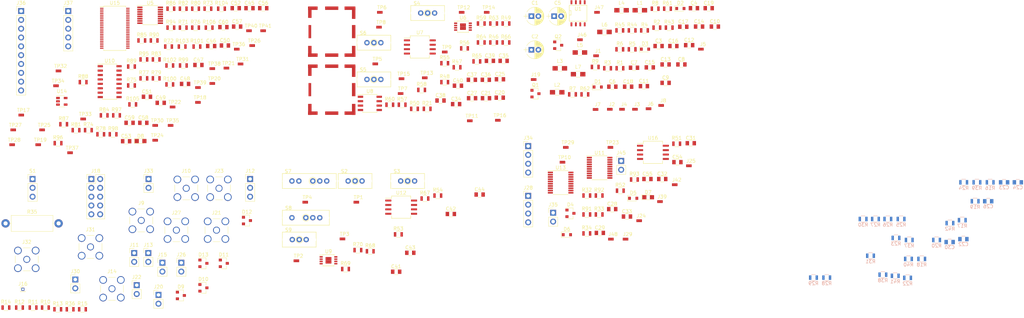
<source format=kicad_pcb>
(kicad_pcb (version 4) (host pcbnew 4.0.7)
  (layers (0 F.Cu signal) (31 B.Cu signal) (34 B.Paste user) (35 F.Paste user) (36 B.SilkS user) (37 F.SilkS user) (38 B.Mask user) (39 F.Mask user) (44 Edge.Cuts user))
  (net 0 "")
  (net 1 +5V)
  (net 2 GND)
  (net 3 -5V)
  (net 4 "Net-(C30-Pad2)")
  (net 5 "Net-(R16-Pad1)")
  (net 6 "Net-(R16-Pad2)")
  (net 7 "Net-(R17-Pad1)")
  (net 8 "Net-(R17-Pad2)")
  (net 9 "Net-(R18-Pad1)")
  (net 10 "Net-(R18-Pad2)")
  (net 11 "Net-(R19-Pad1)")
  (net 12 "Net-(R19-Pad2)")
  (net 13 "Net-(R20-Pad1)")
  (net 14 "Net-(R22-Pad1)")
  (net 15 /amplifiers/IN)
  (net 16 "Net-(R23-Pad1)")
  (net 17 "Net-(R23-Pad2)")
  (net 18 "Net-(R26-Pad2)")
  (net 19 "Net-(R27-Pad1)")
  (net 20 +3V3)
  (net 21 "Net-(C6-Pad1)")
  (net 22 "Net-(C7-Pad1)")
  (net 23 "/power + ref voltage/V+_IN")
  (net 24 "Net-(C10-Pad1)")
  (net 25 "Net-(C11-Pad1)")
  (net 26 "Net-(C12-Pad1)")
  (net 27 "Net-(C13-Pad1)")
  (net 28 "Net-(C14-Pad1)")
  (net 29 "Net-(C15-Pad1)")
  (net 30 "Net-(C16-Pad1)")
  (net 31 "Net-(C25-Pad1)")
  (net 32 /LNA/in-)
  (net 33 "Net-(C27-Pad1)")
  (net 34 /LNA/in+)
  (net 35 "Net-(C29-Pad1)")
  (net 36 "Net-(C34-Pad2)")
  (net 37 "Net-(C35-Pad2)")
  (net 38 /LNA/I_IN)
  (net 39 "Net-(C37-Pad1)")
  (net 40 "Net-(C38-Pad2)")
  (net 41 "Net-(C39-Pad1)")
  (net 42 "Net-(C39-Pad2)")
  (net 43 "Net-(C40-Pad1)")
  (net 44 "Net-(C41-Pad1)")
  (net 45 "Net-(C41-Pad2)")
  (net 46 "Net-(C42-Pad1)")
  (net 47 "Net-(C44-Pad1)")
  (net 48 "Net-(C47-Pad1)")
  (net 49 "Net-(C47-Pad2)")
  (net 50 "Net-(C48-Pad1)")
  (net 51 "Net-(C51-Pad2)")
  (net 52 "Net-(C52-Pad1)")
  (net 53 "Net-(C52-Pad2)")
  (net 54 "Net-(C55-Pad1)")
  (net 55 "Net-(C60-Pad1)")
  (net 56 "Net-(D1-Pad1)")
  (net 57 "Net-(D2-Pad2)")
  (net 58 "Net-(D3-Pad1)")
  (net 59 /demodulator/IN)
  (net 60 "Net-(D5-Pad1)")
  (net 61 "Net-(D5-Pad2)")
  (net 62 "Net-(D6-Pad2)")
  (net 63 "Net-(D7-Pad1)")
  (net 64 /amplifiers/OUT)
  (net 65 /PLL/CLK_IN)
  (net 66 /demodulator/CLK_OUT)
  (net 67 /demodulator/DEMOD_OUT_Q)
  (net 68 /demodulator/DEMOD_OUT_I)
  (net 69 "Net-(J1-Pad1)")
  (net 70 "/power + ref voltage/V-_IN")
  (net 71 "/power + ref voltage/GND_IN")
  (net 72 "Net-(J16-Pad1)")
  (net 73 "Net-(J17-Pad1)")
  (net 74 "Net-(J18-Pad1)")
  (net 75 "Net-(J18-Pad2)")
  (net 76 "Net-(J18-Pad3)")
  (net 77 "Net-(J18-Pad4)")
  (net 78 "Net-(J18-Pad5)")
  (net 79 "Net-(J24-Pad1)")
  (net 80 "Net-(J25-Pad1)")
  (net 81 "Net-(J28-Pad1)")
  (net 82 "Net-(J28-Pad2)")
  (net 83 "Net-(J28-Pad3)")
  (net 84 "Net-(J28-Pad4)")
  (net 85 "Net-(J29-Pad1)")
  (net 86 "Net-(J34-Pad1)")
  (net 87 "Net-(J34-Pad2)")
  (net 88 "Net-(J34-Pad3)")
  (net 89 "Net-(J34-Pad4)")
  (net 90 "Net-(J35-Pad1)")
  (net 91 "Net-(J36-Pad1)")
  (net 92 "Net-(J36-Pad2)")
  (net 93 "Net-(J36-Pad3)")
  (net 94 "Net-(J36-Pad4)")
  (net 95 "Net-(J36-Pad5)")
  (net 96 "Net-(J36-Pad6)")
  (net 97 "Net-(J36-Pad7)")
  (net 98 "Net-(J36-Pad8)")
  (net 99 "Net-(J36-Pad9)")
  (net 100 "Net-(J36-Pad10)")
  (net 101 "Net-(J37-Pad1)")
  (net 102 "Net-(J37-Pad2)")
  (net 103 "Net-(J37-Pad3)")
  (net 104 "Net-(J37-Pad4)")
  (net 105 "Net-(J39-Pad1)")
  (net 106 "Net-(J42-Pad1)")
  (net 107 "Net-(J45-Pad1)")
  (net 108 "Net-(J48-Pad1)")
  (net 109 /REF)
  (net 110 "Net-(R7-Pad2)")
  (net 111 "Net-(R43-Pad1)")
  (net 112 "Net-(R10-Pad2)")
  (net 113 "Net-(R11-Pad2)")
  (net 114 "Net-(R21-Pad1)")
  (net 115 "Net-(R21-Pad2)")
  (net 116 "Net-(R44-Pad2)")
  (net 117 "Net-(R46-Pad1)")
  (net 118 "Net-(R46-Pad2)")
  (net 119 "Net-(R51-Pad2)")
  (net 120 "Net-(R57-Pad2)")
  (net 121 "Net-(R60-Pad1)")
  (net 122 "Net-(R64-Pad2)")
  (net 123 "Net-(R71-Pad2)")
  (net 124 "Net-(R72-Pad2)")
  (net 125 "Net-(R74-Pad1)")
  (net 126 "Net-(R75-Pad1)")
  (net 127 "Net-(R105-Pad2)")
  (net 128 "Net-(R76-Pad2)")
  (net 129 "Net-(R77-Pad2)")
  (net 130 "Net-(R78-Pad2)")
  (net 131 "Net-(R81-Pad1)")
  (net 132 "Net-(R82-Pad1)")
  (net 133 "Net-(R83-Pad1)")
  (net 134 "Net-(R84-Pad2)")
  (net 135 "Net-(R85-Pad2)")
  (net 136 "Net-(R86-Pad1)")
  (net 137 "Net-(R87-Pad1)")
  (net 138 "Net-(R94-Pad2)")
  (net 139 "Net-(R95-Pad2)")
  (net 140 "Net-(R102-Pad2)")
  (net 141 "Net-(R104-Pad2)")
  (net 142 "Net-(R97-Pad1)")
  (net 143 "Net-(R98-Pad1)")
  (net 144 "Net-(R98-Pad2)")
  (net 145 "Net-(R99-Pad1)")
  (net 146 "Net-(R100-Pad1)")
  (net 147 "Net-(R101-Pad1)")
  (net 148 /demodulator/CLK_IN)
  (net 149 "Net-(R103-Pad2)")
  (net 150 "Net-(R105-Pad1)")
  (net 151 "Net-(S3-Pad2)")
  (net 152 "Net-(S4-Pad2)")
  (net 153 "Net-(S5-Pad2)")
  (net 154 "Net-(TP23-Pad1)")
  (net 155 "Net-(TP29-Pad1)")
  (net 156 "Net-(U5-Pad1)")
  (net 157 "Net-(U5-Pad5)")
  (net 158 "Net-(U10-Pad4)")
  (net 159 "Net-(U5-Pad12)")
  (net 160 "Net-(U5-Pad14)")
  (net 161 "Net-(U5-Pad15)")
  (net 162 "Net-(U6-Pad5)")
  (net 163 "Net-(U9-Pad1)")
  (net 164 "Net-(U9-Pad5)")
  (net 165 "Net-(U9-Pad8)")
  (net 166 "Net-(U15-Pad17)")
  (net 167 "Net-(U15-Pad19)")
  (net 168 "Net-(U15-Pad20)")
  (net 169 "Net-(U15-Pad22)")
  (net 170 "Net-(U15-Pad23)")
  (net 171 "Net-(U15-Pad26)")
  (net 172 "Net-(U15-Pad27)")
  (net 173 "Net-(U15-Pad29)")
  (net 174 "Net-(U15-Pad30)")
  (module Capacitors_SMD:C_0805 (layer B.Cu) (at 321.645001 115.431)
    (fp_text reference C22 (at 0 1.5) (layer B.SilkS) (effects (justify mirror)))
    (fp_text value 0.1u)
    (pad 1 smd rect (at -1 0) (size 1 1.25) (layers B.Cu B.Paste B.Mask) (net 3 -5V))
    (pad 2 smd rect (at 1 0) (size 1 1.25) (layers B.Cu B.Paste B.Mask) (net 2 GND))
  )
  (module Capacitors_SMD:C_0805 (layer B.Cu) (at 333.345001 99.081)
    (fp_text reference C23 (at 0 1.5) (layer B.SilkS) (effects (justify mirror)))
    (fp_text value 0.1u)
    (pad 1 smd rect (at -1 0) (size 1 1.25) (layers B.Cu B.Paste B.Mask) (net 3 -5V))
    (pad 2 smd rect (at 1 0) (size 1 1.25) (layers B.Cu B.Paste B.Mask) (net 2 GND))
  )
  (module Capacitors_SMD:C_0805 (layer B.Cu) (at 337.295001 99.081)
    (fp_text reference C24 (at 0 1.5) (layer B.SilkS) (effects (justify mirror)))
    (fp_text value 0.1u)
    (pad 1 smd rect (at -1 0) (size 1 1.25) (layers B.Cu B.Paste B.Mask) (net 2 GND))
    (pad 2 smd rect (at 1 0) (size 1 1.25) (layers B.Cu B.Paste B.Mask) (net 1 +5V))
  )
  (module Capacitors_SMD:C_0805 (layer B.Cu) (at 328.775001 104.531)
    (fp_text reference C26 (at 0 1.5) (layer B.SilkS) (effects (justify mirror)))
    (fp_text value 0.1u)
    (pad 1 smd rect (at -1 0) (size 1 1.25) (layers B.Cu B.Paste B.Mask) (net 2 GND))
    (pad 2 smd rect (at 1 0) (size 1 1.25) (layers B.Cu B.Paste B.Mask) (net 1 +5V))
  )
  (module Capacitors_SMD:C_0805 (layer B.Cu) (at 317.695001 116.281)
    (fp_text reference C30 (at 0 1.5) (layer B.SilkS) (effects (justify mirror)))
    (fp_text value 0.1u)
    (pad 1 smd rect (at -1 0) (size 1 1.25) (layers B.Cu B.Paste B.Mask) (net 2 GND))
    (pad 2 smd rect (at 1 0) (size 1 1.25) (layers B.Cu B.Paste B.Mask) (net 4 "Net-(C30-Pad2)"))
  )
  (module Resistors_SMD:R_0805 (layer B.Cu) (at 329.343333 99.081)
    (fp_text reference R16 (at 0 1.65) (layer B.SilkS) (effects (justify mirror)))
    (fp_text value 100k)
    (pad 1 smd rect (at -0.95 0) (size 0.7 1.3) (layers B.Cu B.Paste B.Mask) (net 5 "Net-(R16-Pad1)"))
    (pad 2 smd rect (at 0.95 0) (size 0.7 1.3) (layers B.Cu B.Paste B.Mask) (net 6 "Net-(R16-Pad2)"))
  )
  (module Resistors_SMD:R_0805 (layer B.Cu) (at 321.325001 109.981)
    (fp_text reference R17 (at 0 1.65) (layer B.SilkS) (effects (justify mirror)))
    (fp_text value 10k)
    (pad 1 smd rect (at -0.95 0) (size 0.7 1.3) (layers B.Cu B.Paste B.Mask) (net 7 "Net-(R17-Pad1)"))
    (pad 2 smd rect (at 0.95 0) (size 0.7 1.3) (layers B.Cu B.Paste B.Mask) (net 8 "Net-(R17-Pad2)"))
  )
  (module Resistors_SMD:R_0805 (layer B.Cu) (at 309.665001 121.141)
    (fp_text reference R18 (at 0 1.65) (layer B.SilkS) (effects (justify mirror)))
    (fp_text value 1k)
    (pad 1 smd rect (at -0.95 0) (size 0.7 1.3) (layers B.Cu B.Paste B.Mask) (net 9 "Net-(R18-Pad1)"))
    (pad 2 smd rect (at 0.95 0) (size 0.7 1.3) (layers B.Cu B.Paste B.Mask) (net 10 "Net-(R18-Pad2)"))
  )
  (module Resistors_SMD:R_0805 (layer B.Cu) (at 325.025001 104.531)
    (fp_text reference R19 (at 0 1.65) (layer B.SilkS) (effects (justify mirror)))
    (fp_text value 1M)
    (pad 1 smd rect (at -0.95 0) (size 0.7 1.3) (layers B.Cu B.Paste B.Mask) (net 11 "Net-(R19-Pad1)"))
    (pad 2 smd rect (at 0.95 0) (size 0.7 1.3) (layers B.Cu B.Paste B.Mask) (net 12 "Net-(R19-Pad2)"))
  )
  (module Resistors_SMD:R_0805 (layer B.Cu) (at 313.945001 115.691)
    (fp_text reference R20 (at 0 1.65) (layer B.SilkS) (effects (justify mirror)))
    (fp_text value 1M)
    (pad 1 smd rect (at -0.95 0) (size 0.7 1.3) (layers B.Cu B.Paste B.Mask) (net 13 "Net-(R20-Pad1)"))
    (pad 2 smd rect (at 0.95 0) (size 0.7 1.3) (layers B.Cu B.Paste B.Mask) (net 6 "Net-(R16-Pad2)"))
  )
  (module Resistors_SMD:R_0805 (layer B.Cu) (at 305.605001 126.591)
    (fp_text reference R22 (at 0 1.65) (layer B.SilkS) (effects (justify mirror)))
    (fp_text value 1k)
    (pad 1 smd rect (at -0.95 0) (size 0.7 1.3) (layers B.Cu B.Paste B.Mask) (net 14 "Net-(R22-Pad1)"))
    (pad 2 smd rect (at 0.95 0) (size 0.7 1.3) (layers B.Cu B.Paste B.Mask) (net 15 /amplifiers/IN))
  )
  (module Resistors_SMD:R_0805 (layer B.Cu) (at 302.275001 115.101)
    (fp_text reference R23 (at 0 1.65) (layer B.SilkS) (effects (justify mirror)))
    (fp_text value 1M)
    (pad 1 smd rect (at -0.95 0) (size 0.7 1.3) (layers B.Cu B.Paste B.Mask) (net 16 "Net-(R23-Pad1)"))
    (pad 2 smd rect (at 0.95 0) (size 0.7 1.3) (layers B.Cu B.Paste B.Mask) (net 17 "Net-(R23-Pad2)"))
  )
  (module Resistors_SMD:R_0805 (layer B.Cu) (at 321.733333 99.081)
    (fp_text reference R24 (at 0 1.65) (layer B.SilkS) (effects (justify mirror)))
    (fp_text value 100k)
    (pad 1 smd rect (at -0.95 0) (size 0.7 1.3) (layers B.Cu B.Paste B.Mask) (net 13 "Net-(R20-Pad1)"))
    (pad 2 smd rect (at 0.95 0) (size 0.7 1.3) (layers B.Cu B.Paste B.Mask) (net 8 "Net-(R17-Pad2)"))
  )
  (module Resistors_SMD:R_0805 (layer B.Cu) (at 303.733333 109.651)
    (fp_text reference R25 (at 0 1.65) (layer B.SilkS) (effects (justify mirror)))
    (fp_text value 100k)
    (pad 1 smd rect (at -0.95 0) (size 0.7 1.3) (layers B.Cu B.Paste B.Mask) (net 13 "Net-(R20-Pad1)"))
    (pad 2 smd rect (at 0.95 0) (size 0.7 1.3) (layers B.Cu B.Paste B.Mask) (net 8 "Net-(R17-Pad2)"))
  )
  (module Resistors_SMD:R_0805 (layer B.Cu) (at 299.925001 109.651)
    (fp_text reference R26 (at 0 1.65) (layer B.SilkS) (effects (justify mirror)))
    (fp_text value 1k)
    (pad 1 smd rect (at -0.95 0) (size 0.7 1.3) (layers B.Cu B.Paste B.Mask) (net 16 "Net-(R23-Pad1)"))
    (pad 2 smd rect (at 0.95 0) (size 0.7 1.3) (layers B.Cu B.Paste B.Mask) (net 18 "Net-(R26-Pad2)"))
  )
  (module Resistors_SMD:R_0805 (layer B.Cu) (at 296.375001 109.651)
    (fp_text reference R27 (at 0 1.65) (layer B.SilkS) (effects (justify mirror)))
    (fp_text value 1k)
    (pad 1 smd rect (at -0.95 0) (size 0.7 1.3) (layers B.Cu B.Paste B.Mask) (net 19 "Net-(R27-Pad1)"))
    (pad 2 smd rect (at 0.95 0) (size 0.7 1.3) (layers B.Cu B.Paste B.Mask) (net 16 "Net-(R23-Pad1)"))
  )
  (module Resistors_SMD:R_0805 (layer B.Cu) (at 282.365001 126.521)
    (fp_text reference R28 (at 0 1.65) (layer B.SilkS) (effects (justify mirror)))
    (fp_text value 1M)
    (pad 1 smd rect (at -0.95 0) (size 0.7 1.3) (layers B.Cu B.Paste B.Mask) (net 13 "Net-(R20-Pad1)"))
    (pad 2 smd rect (at 0.95 0) (size 0.7 1.3) (layers B.Cu B.Paste B.Mask) (net 6 "Net-(R16-Pad2)"))
  )
  (module Resistors_SMD:R_0805 (layer B.Cu) (at 278.563333 126.521)
    (fp_text reference R29 (at 0 1.65) (layer B.SilkS) (effects (justify mirror)))
    (fp_text value 100k)
    (pad 1 smd rect (at -0.95 0) (size 0.7 1.3) (layers B.Cu B.Paste B.Mask) (net 11 "Net-(R19-Pad1)"))
    (pad 2 smd rect (at 0.95 0) (size 0.7 1.3) (layers B.Cu B.Paste B.Mask) (net 6 "Net-(R16-Pad2)"))
  )
  (module Resistors_SMD:R_0805 (layer B.Cu) (at 292.825001 109.651)
    (fp_text reference R30 (at 0 1.65) (layer B.SilkS) (effects (justify mirror)))
    (fp_text value 10k)
    (pad 1 smd rect (at -0.95 0) (size 0.7 1.3) (layers B.Cu B.Paste B.Mask) (net 11 "Net-(R19-Pad1)"))
    (pad 2 smd rect (at 0.95 0) (size 0.7 1.3) (layers B.Cu B.Paste B.Mask) (net 8 "Net-(R17-Pad2)"))
  )
  (module Resistors_SMD:R_0805 (layer B.Cu) (at 294.955001 120.221)
    (fp_text reference R31 (at 0 1.65) (layer B.SilkS) (effects (justify mirror)))
    (fp_text value 1k)
    (pad 1 smd rect (at -0.95 0) (size 0.7 1.3) (layers B.Cu B.Paste B.Mask) (net 11 "Net-(R19-Pad1)"))
    (pad 2 smd rect (at 0.95 0) (size 0.7 1.3) (layers B.Cu B.Paste B.Mask) (net 10 "Net-(R18-Pad2)"))
  )
  (module Resistors_SMD:R_0805 (layer B.Cu) (at 306.083333 115.691)
    (fp_text reference R37 (at 0 1.65) (layer B.SilkS) (effects (justify mirror)))
    (fp_text value 100k)
    (pad 1 smd rect (at -0.95 0) (size 0.7 1.3) (layers B.Cu B.Paste B.Mask) (net 13 "Net-(R20-Pad1)"))
    (pad 2 smd rect (at 0.95 0) (size 0.7 1.3) (layers B.Cu B.Paste B.Mask) (net 8 "Net-(R17-Pad2)"))
  )
  (module Resistors_SMD:R_0805 (layer B.Cu) (at 298.505001 125.671)
    (fp_text reference R38 (at 0 1.65) (layer B.SilkS) (effects (justify mirror)))
    (fp_text value 10k)
    (pad 1 smd rect (at -0.95 0) (size 0.7 1.3) (layers B.Cu B.Paste B.Mask) (net 13 "Net-(R20-Pad1)"))
    (pad 2 smd rect (at 0.95 0) (size 0.7 1.3) (layers B.Cu B.Paste B.Mask) (net 10 "Net-(R18-Pad2)"))
  )
  (module Resistors_SMD:R_0805 (layer B.Cu) (at 325.535001 99.081)
    (fp_text reference R39 (at 0 1.65) (layer B.SilkS) (effects (justify mirror)))
    (fp_text value 10k)
    (pad 1 smd rect (at -0.95 0) (size 0.7 1.3) (layers B.Cu B.Paste B.Mask) (net 13 "Net-(R20-Pad1)"))
    (pad 2 smd rect (at 0.95 0) (size 0.7 1.3) (layers B.Cu B.Paste B.Mask) (net 10 "Net-(R18-Pad2)"))
  )
  (module Resistors_SMD:R_0805 (layer B.Cu) (at 305.863333 121.141)
    (fp_text reference R40 (at 0 1.65) (layer B.SilkS) (effects (justify mirror)))
    (fp_text value 100k)
    (pad 1 smd rect (at -0.95 0) (size 0.7 1.3) (layers B.Cu B.Paste B.Mask) (net 11 "Net-(R19-Pad1)"))
    (pad 2 smd rect (at 0.95 0) (size 0.7 1.3) (layers B.Cu B.Paste B.Mask) (net 5 "Net-(R16-Pad1)"))
  )
  (module Resistors_SMD:R_0805 (layer B.Cu) (at 302.055001 126.001)
    (fp_text reference R41 (at 0 1.65) (layer B.SilkS) (effects (justify mirror)))
    (fp_text value 10k)
    (pad 1 smd rect (at -0.95 0) (size 0.7 1.3) (layers B.Cu B.Paste B.Mask) (net 11 "Net-(R19-Pad1)"))
    (pad 2 smd rect (at 0.95 0) (size 0.7 1.3) (layers B.Cu B.Paste B.Mask) (net 7 "Net-(R17-Pad1)"))
  )
  (module Resistors_SMD:R_0805 (layer B.Cu) (at 317.775001 110.831)
    (fp_text reference R42 (at 0 1.65) (layer B.SilkS) (effects (justify mirror)))
    (fp_text value 1k)
    (pad 1 smd rect (at -0.95 0) (size 0.7 1.3) (layers B.Cu B.Paste B.Mask) (net 11 "Net-(R19-Pad1)"))
    (pad 2 smd rect (at 0.95 0) (size 0.7 1.3) (layers B.Cu B.Paste B.Mask) (net 9 "Net-(R18-Pad1)"))
  )
  (module Capacitors_THT:CP_Radial_D5.0mm_P2.00mm (layer F.Cu) (at 197.494001 51.267)
    (fp_text reference C1 (at 1 -3.81) (layer F.SilkS))
    (fp_text value 10u)
    (pad 1 thru_hole rect (at 0 0) (size 1.6 1.6) (drill 0.8) (layers *.Cu *.Mask) (net 1 +5V))
    (pad 2 thru_hole circle (at 2 0) (size 1.6 1.6) (drill 0.8) (layers *.Cu *.Mask) (net 2 GND))
  )
  (module Capacitors_THT:CP_Radial_D5.0mm_P2.00mm (layer F.Cu) (at 197.494001 60.937)
    (fp_text reference C2 (at 1 -3.81) (layer F.SilkS))
    (fp_text value 10u)
    (pad 1 thru_hole rect (at 0 0) (size 1.6 1.6) (drill 0.8) (layers *.Cu *.Mask) (net 20 +3V3))
    (pad 2 thru_hole circle (at 2 0) (size 1.6 1.6) (drill 0.8) (layers *.Cu *.Mask) (net 2 GND))
  )
  (module Capacitors_SMD:C_0805 (layer F.Cu) (at 234.049001 59.857)
    (fp_text reference C3 (at 0 -1.5) (layer F.SilkS))
    (fp_text value 0.1u)
    (pad 1 smd rect (at -1 0) (size 1 1.25) (layers F.Cu F.Paste F.Mask) (net 2 GND))
    (pad 2 smd rect (at 1 0) (size 1 1.25) (layers F.Cu F.Paste F.Mask) (net 1 +5V))
  )
  (module Capacitors_SMD:C_0805 (layer F.Cu) (at 244.209001 48.957)
    (fp_text reference C4 (at 0 -1.5) (layer F.SilkS))
    (fp_text value 0.1u)
    (pad 1 smd rect (at -1 0) (size 1 1.25) (layers F.Cu F.Paste F.Mask) (net 2 GND))
    (pad 2 smd rect (at 1 0) (size 1 1.25) (layers F.Cu F.Paste F.Mask) (net 3 -5V))
  )
  (module Capacitors_THT:CP_Radial_D5.0mm_P2.00mm (layer F.Cu) (at 204.024001 51.267)
    (fp_text reference C5 (at 1 -3.81) (layer F.SilkS))
    (fp_text value 10u)
    (pad 1 thru_hole rect (at 0 0) (size 1.6 1.6) (drill 0.8) (layers *.Cu *.Mask) (net 2 GND))
    (pad 2 thru_hole circle (at 2 0) (size 1.6 1.6) (drill 0.8) (layers *.Cu *.Mask) (net 3 -5V))
  )
  (module Capacitors_SMD:C_0805 (layer F.Cu) (at 220.755428 71.557)
    (fp_text reference C6 (at 0 -1.5) (layer F.SilkS))
    (fp_text value 0.1uF)
    (pad 1 smd rect (at -1 0) (size 1 1.25) (layers F.Cu F.Paste F.Mask) (net 21 "Net-(C6-Pad1)"))
    (pad 2 smd rect (at 1 0) (size 1 1.25) (layers F.Cu F.Paste F.Mask) (net 2 GND))
  )
  (module Capacitors_SMD:C_0805 (layer F.Cu) (at 226.985428 66.107)
    (fp_text reference C7 (at 0 -1.5) (layer F.SilkS))
    (fp_text value 0.1uF)
    (pad 1 smd rect (at -1 0) (size 1 1.25) (layers F.Cu F.Paste F.Mask) (net 22 "Net-(C7-Pad1)"))
    (pad 2 smd rect (at 1 0) (size 1 1.25) (layers F.Cu F.Paste F.Mask) (net 2 GND))
  )
  (module Capacitors_SMD:C_0805 (layer F.Cu) (at 240.605428 65.157)
    (fp_text reference C8 (at 0 -1.5) (layer F.SilkS))
    (fp_text value 0.1uF)
    (pad 1 smd rect (at -1 0) (size 1 1.25) (layers F.Cu F.Paste F.Mask) (net 23 "/power + ref voltage/V+_IN"))
    (pad 2 smd rect (at 1 0) (size 1 1.25) (layers F.Cu F.Paste F.Mask) (net 2 GND))
  )
  (module Capacitors_SMD:C_0805 (layer F.Cu) (at 236.065428 70.457)
    (fp_text reference C9 (at 0 -1.5) (layer F.SilkS))
    (fp_text value 0.1uF)
    (pad 1 smd rect (at -1 0) (size 1 1.25) (layers F.Cu F.Paste F.Mask) (net 23 "/power + ref voltage/V+_IN"))
    (pad 2 smd rect (at 1 0) (size 1 1.25) (layers F.Cu F.Paste F.Mask) (net 2 GND))
  )
  (module Capacitors_SMD:C_0805 (layer F.Cu) (at 250.225428 54.257)
    (fp_text reference C10 (at 0 -1.5) (layer F.SilkS))
    (fp_text value 0.1uF)
    (pad 1 smd rect (at -1 0) (size 1 1.25) (layers F.Cu F.Paste F.Mask) (net 24 "Net-(C10-Pad1)"))
    (pad 2 smd rect (at 1 0) (size 1 1.25) (layers F.Cu F.Paste F.Mask) (net 2 GND))
  )
  (module Capacitors_SMD:C_0805 (layer F.Cu) (at 229.835428 71.407)
    (fp_text reference C11 (at 0 -1.5) (layer F.SilkS))
    (fp_text value 0.1uF)
    (pad 1 smd rect (at -1 0) (size 1 1.25) (layers F.Cu F.Paste F.Mask) (net 25 "Net-(C11-Pad1)"))
    (pad 2 smd rect (at 1 0) (size 1 1.25) (layers F.Cu F.Paste F.Mask) (net 2 GND))
  )
  (module Capacitors_SMD:C_0805 (layer F.Cu) (at 242.835428 59.607)
    (fp_text reference C12 (at 0 -1.5) (layer F.SilkS))
    (fp_text value 0.1uF)
    (pad 1 smd rect (at -1 0) (size 1 1.25) (layers F.Cu F.Paste F.Mask) (net 26 "Net-(C12-Pad1)"))
    (pad 2 smd rect (at 1 0) (size 1 1.25) (layers F.Cu F.Paste F.Mask) (net 2 GND))
  )
  (module Capacitors_SMD:C_0805 (layer F.Cu) (at 236.065428 65.157)
    (fp_text reference C13 (at 0 -1.5) (layer F.SilkS))
    (fp_text value 0.1uF)
    (pad 1 smd rect (at -1 0) (size 1 1.25) (layers F.Cu F.Paste F.Mask) (net 27 "Net-(C13-Pad1)"))
    (pad 2 smd rect (at 1 0) (size 1 1.25) (layers F.Cu F.Paste F.Mask) (net 2 GND))
  )
  (module Capacitors_SMD:C_0805 (layer F.Cu) (at 245.685428 54.257)
    (fp_text reference C14 (at 0 -1.5) (layer F.SilkS))
    (fp_text value 0.1uF)
    (pad 1 smd rect (at -1 0) (size 1 1.25) (layers F.Cu F.Paste F.Mask) (net 28 "Net-(C14-Pad1)"))
    (pad 2 smd rect (at 1 0) (size 1 1.25) (layers F.Cu F.Paste F.Mask) (net 2 GND))
  )
  (module Capacitors_SMD:C_0805 (layer F.Cu) (at 231.525428 66.007)
    (fp_text reference C15 (at 0 -1.5) (layer F.SilkS))
    (fp_text value 0.1uF)
    (pad 1 smd rect (at -1 0) (size 1 1.25) (layers F.Cu F.Paste F.Mask) (net 29 "Net-(C15-Pad1)"))
    (pad 2 smd rect (at 1 0) (size 1 1.25) (layers F.Cu F.Paste F.Mask) (net 2 GND))
  )
  (module Capacitors_SMD:C_0805 (layer F.Cu) (at 238.295428 59.857)
    (fp_text reference C16 (at 0 -1.5) (layer F.SilkS))
    (fp_text value 0.1uF)
    (pad 1 smd rect (at -1 0) (size 1 1.25) (layers F.Cu F.Paste F.Mask) (net 30 "Net-(C16-Pad1)"))
    (pad 2 smd rect (at 1 0) (size 1 1.25) (layers F.Cu F.Paste F.Mask) (net 2 GND))
  )
  (module Capacitors_SMD:C_0805 (layer F.Cu) (at 241.145428 54.307)
    (fp_text reference C17 (at 0 -1.5) (layer F.SilkS))
    (fp_text value 0.1uF)
    (pad 1 smd rect (at -1 0) (size 1 1.25) (layers F.Cu F.Paste F.Mask) (net 3 -5V))
    (pad 2 smd rect (at 1 0) (size 1 1.25) (layers F.Cu F.Paste F.Mask) (net 2 GND))
  )
  (module Capacitors_SMD:C_0805 (layer F.Cu) (at 225.295428 71.557)
    (fp_text reference C18 (at 0 -1.5) (layer F.SilkS))
    (fp_text value 0.1uF)
    (pad 1 smd rect (at -1 0) (size 1 1.25) (layers F.Cu F.Paste F.Mask) (net 20 +3V3))
    (pad 2 smd rect (at 1 0) (size 1 1.25) (layers F.Cu F.Paste F.Mask) (net 2 GND))
  )
  (module Capacitors_SMD:C_0805 (layer F.Cu) (at 248.455428 48.957)
    (fp_text reference C19 (at 0 -1.5) (layer F.SilkS))
    (fp_text value 0.1uF)
    (pad 1 smd rect (at -1 0) (size 1 1.25) (layers F.Cu F.Paste F.Mask) (net 1 +5V))
    (pad 2 smd rect (at 1 0) (size 1 1.25) (layers F.Cu F.Paste F.Mask) (net 2 GND))
  )
  (module Capacitors_SMD:C_0805 (layer F.Cu) (at 188.399001 74.727)
    (fp_text reference C20 (at 0 -1.5) (layer F.SilkS))
    (fp_text value 0.1u)
    (pad 1 smd rect (at -1 0) (size 1 1.25) (layers F.Cu F.Paste F.Mask) (net 3 -5V))
    (pad 2 smd rect (at 1 0) (size 1 1.25) (layers F.Cu F.Paste F.Mask) (net 2 GND))
  )
  (module Capacitors_SMD:C_0805 (layer F.Cu) (at 184.449001 74.877)
    (fp_text reference C21 (at 0 -1.5) (layer F.SilkS))
    (fp_text value 0.1u)
    (pad 1 smd rect (at -1 0) (size 1 1.25) (layers F.Cu F.Paste F.Mask) (net 2 GND))
    (pad 2 smd rect (at 1 0) (size 1 1.25) (layers F.Cu F.Paste F.Mask) (net 1 +5V))
  )
  (module Capacitors_SMD:C_0805 (layer F.Cu) (at 188.457333 69.427)
    (fp_text reference C25 (at 0 -1.5) (layer F.SilkS))
    (fp_text value 10pF)
    (pad 1 smd rect (at -1 0) (size 1 1.25) (layers F.Cu F.Paste F.Mask) (net 31 "Net-(C25-Pad1)"))
    (pad 2 smd rect (at 1 0) (size 1 1.25) (layers F.Cu F.Paste F.Mask) (net 32 /LNA/in-))
  )
  (module Capacitors_SMD:C_0805 (layer F.Cu) (at 180.447333 74.877)
    (fp_text reference C27 (at 0 -1.5) (layer F.SilkS))
    (fp_text value 10pF)
    (pad 1 smd rect (at -1 0) (size 1 1.25) (layers F.Cu F.Paste F.Mask) (net 33 "Net-(C27-Pad1)"))
    (pad 2 smd rect (at 1 0) (size 1 1.25) (layers F.Cu F.Paste F.Mask) (net 34 /LNA/in+))
  )
  (module Capacitors_SMD:C_0805 (layer F.Cu) (at 220.719001 106.797)
    (fp_text reference C28 (at 0 -1.5) (layer F.SilkS))
    (fp_text value 0.1u)
    (pad 1 smd rect (at -1 0) (size 1 1.25) (layers F.Cu F.Paste F.Mask) (net 20 +3V3))
    (pad 2 smd rect (at 1 0) (size 1 1.25) (layers F.Cu F.Paste F.Mask) (net 2 GND))
  )
  (module Capacitors_SMD:C_0805 (layer F.Cu) (at 217.169001 113.647)
    (fp_text reference C29 (at 0 -1.5) (layer F.SilkS))
    (fp_text value 0.1u)
    (pad 1 smd rect (at -1 0) (size 1 1.25) (layers F.Cu F.Paste F.Mask) (net 35 "Net-(C29-Pad1)"))
    (pad 2 smd rect (at 1 0) (size 1 1.25) (layers F.Cu F.Paste F.Mask) (net 2 GND))
  )
  (module Capacitors_SMD:C_0805 (layer F.Cu) (at 243.305428 87.827)
    (fp_text reference C31 (at 0 -1.5) (layer F.SilkS))
    (fp_text value 0.1uF)
    (pad 1 smd rect (at -1 0) (size 1 1.25) (layers F.Cu F.Paste F.Mask) (net 2 GND))
    (pad 2 smd rect (at 1 0) (size 1 1.25) (layers F.Cu F.Paste F.Mask) (net 3 -5V))
  )
  (module Capacitors_SMD:C_0805 (layer F.Cu) (at 235.095428 98.137)
    (fp_text reference C32 (at 0 -1.5) (layer F.SilkS))
    (fp_text value 0.1uF)
    (pad 1 smd rect (at -1 0) (size 1 1.25) (layers F.Cu F.Paste F.Mask) (net 2 GND))
    (pad 2 smd rect (at 1 0) (size 1 1.25) (layers F.Cu F.Paste F.Mask) (net 1 +5V))
  )
  (module Capacitors_SMD:C_0805 (layer F.Cu) (at 224.965428 108.937)
    (fp_text reference C33 (at 0 -1.5) (layer F.SilkS))
    (fp_text value 0.1uF)
    (pad 1 smd rect (at -1 0) (size 1 1.25) (layers F.Cu F.Paste F.Mask) (net 2 GND))
    (pad 2 smd rect (at 1 0) (size 1 1.25) (layers F.Cu F.Paste F.Mask) (net 20 +3V3))
  )
  (module Capacitors_SMD:C_0805 (layer F.Cu) (at 175.863524 76.577)
    (fp_text reference C34 (at 0 -1.5) (layer F.SilkS))
    (fp_text value 200pF)
    (pad 1 smd rect (at -1 0) (size 1 1.25) (layers F.Cu F.Paste F.Mask) (net 2 GND))
    (pad 2 smd rect (at 1 0) (size 1 1.25) (layers F.Cu F.Paste F.Mask) (net 36 "Net-(C34-Pad2)"))
  )
  (module Capacitors_SMD:C_0805 (layer F.Cu) (at 189.519001 64.127)
    (fp_text reference C35 (at 0 -1.5) (layer F.SilkS))
    (fp_text value 0.1u)
    (pad 1 smd rect (at -1 0) (size 1 1.25) (layers F.Cu F.Paste F.Mask) (net 2 GND))
    (pad 2 smd rect (at 1 0) (size 1 1.25) (layers F.Cu F.Paste F.Mask) (net 37 "Net-(C35-Pad2)"))
  )
  (module Capacitors_SMD:C_0805 (layer F.Cu) (at 184.397333 69.577)
    (fp_text reference C36 (at 0 -1.5) (layer F.SilkS))
    (fp_text value 10pF)
    (pad 1 smd rect (at -1 0) (size 1 1.25) (layers F.Cu F.Paste F.Mask) (net 36 "Net-(C34-Pad2)"))
    (pad 2 smd rect (at 1 0) (size 1 1.25) (layers F.Cu F.Paste F.Mask) (net 38 /LNA/I_IN))
  )
  (module Capacitors_SMD:C_0805 (layer F.Cu) (at 180.389001 69.577)
    (fp_text reference C37 (at 0 -1.5) (layer F.SilkS))
    (fp_text value 0.1u)
    (pad 1 smd rect (at -1 0) (size 1 1.25) (layers F.Cu F.Paste F.Mask) (net 39 "Net-(C37-Pad1)"))
    (pad 2 smd rect (at 1 0) (size 1 1.25) (layers F.Cu F.Paste F.Mask) (net 2 GND))
  )
  (module Capacitors_SMD:C_0805 (layer F.Cu) (at 171.379001 75.547)
    (fp_text reference C38 (at 0 -1.5) (layer F.SilkS))
    (fp_text value 0.1u)
    (pad 1 smd rect (at -1 0) (size 1 1.25) (layers F.Cu F.Paste F.Mask) (net 2 GND))
    (pad 2 smd rect (at 1 0) (size 1 1.25) (layers F.Cu F.Paste F.Mask) (net 40 "Net-(C38-Pad2)"))
  )
  (module Capacitors_SMD:C_0805 (layer F.Cu) (at 185.569001 64.127)
    (fp_text reference C39 (at 0 -1.5) (layer F.SilkS))
    (fp_text value C)
    (pad 1 smd rect (at -1 0) (size 1 1.25) (layers F.Cu F.Paste F.Mask) (net 41 "Net-(C39-Pad1)"))
    (pad 2 smd rect (at 1 0) (size 1 1.25) (layers F.Cu F.Paste F.Mask) (net 42 "Net-(C39-Pad2)"))
  )
  (module Capacitors_SMD:C_0805 (layer F.Cu) (at 176.387333 71.277)
    (fp_text reference C40 (at 0 -1.5) (layer F.SilkS))
    (fp_text value 10pF)
    (pad 1 smd rect (at -1 0) (size 1 1.25) (layers F.Cu F.Paste F.Mask) (net 43 "Net-(C40-Pad1)"))
    (pad 2 smd rect (at 1 0) (size 1 1.25) (layers F.Cu F.Paste F.Mask) (net 36 "Net-(C34-Pad2)"))
  )
  (module Capacitors_SMD:C_0805 (layer F.Cu) (at 158.632571 124.817)
    (fp_text reference C41 (at 0 -1.5) (layer F.SilkS))
    (fp_text value 270P)
    (pad 1 smd rect (at -1 0) (size 1 1.25) (layers F.Cu F.Paste F.Mask) (net 44 "Net-(C41-Pad1)"))
    (pad 2 smd rect (at 1 0) (size 1 1.25) (layers F.Cu F.Paste F.Mask) (net 45 "Net-(C41-Pad2)"))
  )
  (module Capacitors_SMD:C_0805 (layer F.Cu) (at 174.352571 108.207)
    (fp_text reference C42 (at 0 -1.5) (layer F.SilkS))
    (fp_text value 270P)
    (pad 1 smd rect (at -1 0) (size 1 1.25) (layers F.Cu F.Paste F.Mask) (net 46 "Net-(C42-Pad1)"))
    (pad 2 smd rect (at 1 0) (size 1 1.25) (layers F.Cu F.Paste F.Mask) (net 2 GND))
  )
  (module Capacitors_SMD:C_0805 (layer F.Cu) (at 162.692571 119.367)
    (fp_text reference C43 (at 0 -1.5) (layer F.SilkS))
    (fp_text value 270P)
    (pad 1 smd rect (at -1 0) (size 1 1.25) (layers F.Cu F.Paste F.Mask) (net 46 "Net-(C42-Pad1)"))
    (pad 2 smd rect (at 1 0) (size 1 1.25) (layers F.Cu F.Paste F.Mask) (net 2 GND))
  )
  (module Capacitors_SMD:C_0805 (layer F.Cu) (at 182.622571 102.607)
    (fp_text reference C44 (at 0 -1.5) (layer F.SilkS))
    (fp_text value 270P)
    (pad 1 smd rect (at -1 0) (size 1 1.25) (layers F.Cu F.Paste F.Mask) (net 47 "Net-(C44-Pad1)"))
    (pad 2 smd rect (at 1 0) (size 1 1.25) (layers F.Cu F.Paste F.Mask) (net 44 "Net-(C41-Pad1)"))
  )
  (module Capacitors_SMD:C_0805 (layer F.Cu) (at 116.479001 48.957)
    (fp_text reference C45 (at 0 -1.5) (layer F.SilkS))
    (fp_text value C)
    (pad 1 smd rect (at -1 0) (size 1 1.25) (layers F.Cu F.Paste F.Mask) (net 2 GND))
    (pad 2 smd rect (at 1 0) (size 1 1.25) (layers F.Cu F.Paste F.Mask) (net 1 +5V))
  )
  (module Capacitors_SMD:C_0805 (layer F.Cu) (at 105.469001 59.857)
    (fp_text reference C46 (at 0 -1.5) (layer F.SilkS))
    (fp_text value C)
    (pad 1 smd rect (at -1 0) (size 1 1.25) (layers F.Cu F.Paste F.Mask) (net 2 GND))
    (pad 2 smd rect (at 1 0) (size 1 1.25) (layers F.Cu F.Paste F.Mask) (net 3 -5V))
  )
  (module Capacitors_SMD:C_0805 (layer F.Cu) (at 101.801143 65.307)
    (fp_text reference C47 (at 0 -1.5) (layer F.SilkS))
    (fp_text value 100PF)
    (pad 1 smd rect (at -1 0) (size 1 1.25) (layers F.Cu F.Paste F.Mask) (net 48 "Net-(C47-Pad1)"))
    (pad 2 smd rect (at 1 0) (size 1 1.25) (layers F.Cu F.Paste F.Mask) (net 49 "Net-(C47-Pad2)"))
  )
  (module Capacitors_SMD:C_0805 (layer F.Cu) (at 97.965428 70.757)
    (fp_text reference C48 (at 0 -1.5) (layer F.SilkS))
    (fp_text value 0.1uF)
    (pad 1 smd rect (at -1 0) (size 1 1.25) (layers F.Cu F.Paste F.Mask) (net 50 "Net-(C48-Pad1)"))
    (pad 2 smd rect (at 1 0) (size 1 1.25) (layers F.Cu F.Paste F.Mask) (net 2 GND))
  )
  (module Capacitors_SMD:C_0805 (layer F.Cu) (at 90.969001 76.207)
    (fp_text reference C49 (at 0 -1.5) (layer F.SilkS))
    (fp_text value 0.1u)
    (pad 1 smd rect (at -1 0) (size 1 1.25) (layers F.Cu F.Paste F.Mask) (net 2 GND))
    (pad 2 smd rect (at 1 0) (size 1 1.25) (layers F.Cu F.Paste F.Mask) (net 20 +3V3))
  )
  (module Capacitors_SMD:C_0805 (layer F.Cu) (at 109.419001 59.707)
    (fp_text reference C50 (at 0 -1.5) (layer F.SilkS))
    (fp_text value 0.1u)
    (pad 1 smd rect (at -1 0) (size 1 1.25) (layers F.Cu F.Paste F.Mask) (net 2 GND))
    (pad 2 smd rect (at 1 0) (size 1 1.25) (layers F.Cu F.Paste F.Mask) (net 1 +5V))
  )
  (module Capacitors_SMD:C_0805 (layer F.Cu) (at 87.019001 74.457)
    (fp_text reference C51 (at 0 -1.5) (layer F.SilkS))
    (fp_text value 0.1U)
    (pad 1 smd rect (at -1 0) (size 1 1.25) (layers F.Cu F.Paste F.Mask) (net 2 GND))
    (pad 2 smd rect (at 1 0) (size 1 1.25) (layers F.Cu F.Paste F.Mask) (net 51 "Net-(C51-Pad2)"))
  )
  (module Capacitors_SMD:C_0805 (layer F.Cu) (at 112.529001 48.957)
    (fp_text reference C52 (at 0 -1.5) (layer F.SilkS))
    (fp_text value 0.1U)
    (pad 1 smd rect (at -1 0) (size 1 1.25) (layers F.Cu F.Paste F.Mask) (net 52 "Net-(C52-Pad1)"))
    (pad 2 smd rect (at 1 0) (size 1 1.25) (layers F.Cu F.Paste F.Mask) (net 53 "Net-(C52-Pad2)"))
  )
  (module Capacitors_SMD:C_0805 (layer F.Cu) (at 81.029001 87.257)
    (fp_text reference C53 (at 0 -1.5) (layer F.SilkS))
    (fp_text value 0.1u)
    (pad 1 smd rect (at -1 0) (size 1 1.25) (layers F.Cu F.Paste F.Mask) (net 2 GND))
    (pad 2 smd rect (at 1 0) (size 1 1.25) (layers F.Cu F.Paste F.Mask) (net 20 +3V3))
  )
  (module Capacitors_SMD:C_0805 (layer F.Cu) (at 239.459001 93.277)
    (fp_text reference C54 (at 0 -1.5) (layer F.SilkS))
    (fp_text value 0.1u)
    (pad 1 smd rect (at -1 0) (size 1 1.25) (layers F.Cu F.Paste F.Mask) (net 20 +3V3))
    (pad 2 smd rect (at 1 0) (size 1 1.25) (layers F.Cu F.Paste F.Mask) (net 2 GND))
  )
  (module Capacitors_SMD:C_0805 (layer F.Cu) (at 230.849001 98.137)
    (fp_text reference C55 (at 0 -1.5) (layer F.SilkS))
    (fp_text value 0.1u)
    (pad 1 smd rect (at -1 0) (size 1 1.25) (layers F.Cu F.Paste F.Mask) (net 54 "Net-(C55-Pad1)"))
    (pad 2 smd rect (at 1 0) (size 1 1.25) (layers F.Cu F.Paste F.Mask) (net 2 GND))
  )
  (module Capacitors_SMD:C_0805 (layer F.Cu) (at 120.429001 48.957)
    (fp_text reference C56 (at 0 -1.5) (layer F.SilkS))
    (fp_text value 0.1u)
    (pad 1 smd rect (at -1 0) (size 1 1.25) (layers F.Cu F.Paste F.Mask) (net 2 GND))
    (pad 2 smd rect (at 1 0) (size 1 1.25) (layers F.Cu F.Paste F.Mask) (net 20 +3V3))
  )
  (module Capacitors_SMD:C_0805 (layer F.Cu) (at 112.929001 54.257)
    (fp_text reference C57 (at 0 -1.5) (layer F.SilkS))
    (fp_text value 0.1u)
    (pad 1 smd rect (at -1 0) (size 1 1.25) (layers F.Cu F.Paste F.Mask) (net 2 GND))
    (pad 2 smd rect (at 1 0) (size 1 1.25) (layers F.Cu F.Paste F.Mask) (net 20 +3V3))
  )
  (module Capacitors_SMD:C_0805 (layer F.Cu) (at 85.969001 81.957)
    (fp_text reference C58 (at 0 -1.5) (layer F.SilkS))
    (fp_text value 0.1u)
    (pad 1 smd rect (at -1 0) (size 1 1.25) (layers F.Cu F.Paste F.Mask) (net 2 GND))
    (pad 2 smd rect (at 1 0) (size 1 1.25) (layers F.Cu F.Paste F.Mask) (net 20 +3V3))
  )
  (module Capacitors_SMD:C_0805 (layer F.Cu) (at 82.019001 81.957)
    (fp_text reference C59 (at 0 -1.5) (layer F.SilkS))
    (fp_text value 0.1u)
    (pad 1 smd rect (at -1 0) (size 1 1.25) (layers F.Cu F.Paste F.Mask) (net 2 GND))
    (pad 2 smd rect (at 1 0) (size 1 1.25) (layers F.Cu F.Paste F.Mask) (net 20 +3V3))
  )
  (module Capacitors_SMD:C_0805 (layer F.Cu) (at 108.979001 54.407)
    (fp_text reference C60 (at 0 -1.5) (layer F.SilkS))
    (fp_text value C)
    (pad 1 smd rect (at -1 0) (size 1 1.25) (layers F.Cu F.Paste F.Mask) (net 55 "Net-(C60-Pad1)"))
    (pad 2 smd rect (at 1 0) (size 1 1.25) (layers F.Cu F.Paste F.Mask) (net 2 GND))
  )
  (module Diodes_SMD:D_0805 (layer F.Cu) (at 216.559001 71.657)
    (fp_text reference D1 (at 0 -1.6) (layer F.SilkS))
    (fp_text value LED)
    (pad 1 smd rect (at -1.05 0) (size 0.8 0.9) (layers F.Cu F.Paste F.Mask) (net 56 "Net-(D1-Pad1)"))
    (pad 2 smd rect (at 1.05 0) (size 0.8 0.9) (layers F.Cu F.Paste F.Mask) (net 20 +3V3))
  )
  (module Diodes_SMD:D_0805 (layer F.Cu) (at 240.309001 49.057)
    (fp_text reference D2 (at 0 -1.6) (layer F.SilkS))
    (fp_text value LED)
    (pad 1 smd rect (at -1.05 0) (size 0.8 0.9) (layers F.Cu F.Paste F.Mask) (net 3 -5V))
    (pad 2 smd rect (at 1.05 0) (size 0.8 0.9) (layers F.Cu F.Paste F.Mask) (net 57 "Net-(D2-Pad2)"))
  )
  (module Diodes_SMD:D_0805 (layer F.Cu) (at 230.149001 60.757)
    (fp_text reference D3 (at 0 -1.6) (layer F.SilkS))
    (fp_text value LED)
    (pad 1 smd rect (at -1.05 0) (size 0.8 0.9) (layers F.Cu F.Paste F.Mask) (net 58 "Net-(D3-Pad1)"))
    (pad 2 smd rect (at 1.05 0) (size 0.8 0.9) (layers F.Cu F.Paste F.Mask) (net 1 +5V))
  )
  (module TO_SOT_Packages_SMD:SOT-23 (layer F.Cu) (at 208.712095 108.017)
    (fp_text reference D4 (at 0 -2.5) (layer F.SilkS))
    (fp_text value BAT54S)
    (pad 1 smd rect (at -1 -0.95) (size 0.9 0.8) (layers F.Cu F.Paste F.Mask) (net 2 GND))
    (pad 2 smd rect (at -1 0.95) (size 0.9 0.8) (layers F.Cu F.Paste F.Mask) (net 20 +3V3))
    (pad 3 smd rect (at 1 0) (size 0.9 0.8) (layers F.Cu F.Paste F.Mask) (net 59 /demodulator/IN))
  )
  (module Diodes_SMD:D_0805 (layer F.Cu) (at 226.749001 103.687)
    (fp_text reference D5 (at 0 -1.6) (layer F.SilkS))
    (fp_text value D)
    (pad 1 smd rect (at -1.05 0) (size 0.8 0.9) (layers F.Cu F.Paste F.Mask) (net 60 "Net-(D5-Pad1)"))
    (pad 2 smd rect (at 1.05 0) (size 0.8 0.9) (layers F.Cu F.Paste F.Mask) (net 61 "Net-(D5-Pad2)"))
  )
  (module Diodes_SMD:D_0805 (layer F.Cu) (at 207.699001 114.167)
    (fp_text reference D6 (at 0 -1.6) (layer F.SilkS))
    (fp_text value D)
    (pad 1 smd rect (at -1.05 0) (size 0.8 0.9) (layers F.Cu F.Paste F.Mask) (net 60 "Net-(D5-Pad1)"))
    (pad 2 smd rect (at 1.05 0) (size 0.8 0.9) (layers F.Cu F.Paste F.Mask) (net 62 "Net-(D6-Pad2)"))
  )
  (module LEDs:LED_0805 (layer F.Cu) (at 231.049001 103.387)
    (fp_text reference D7 (at 0 -1.45) (layer F.SilkS))
    (fp_text value LED)
    (pad 2 smd rect (at 1.1 0 180) (size 1.2 1.2) (layers F.Cu F.Paste F.Mask) (net 60 "Net-(D5-Pad1)"))
    (pad 1 smd rect (at -1.1 0 180) (size 1.2 1.2) (layers F.Cu F.Paste F.Mask) (net 63 "Net-(D7-Pad1)"))
  )
  (module LEDs:LED_0805 (layer F.Cu) (at 85.179001 87.207)
    (fp_text reference D8 (at 0 -1.45) (layer F.SilkS))
    (fp_text value LED)
    (pad 2 smd rect (at 1.1 0 180) (size 1.2 1.2) (layers F.Cu F.Paste F.Mask) (net 50 "Net-(C48-Pad1)"))
    (pad 1 smd rect (at -1.1 0 180) (size 1.2 1.2) (layers F.Cu F.Paste F.Mask) (net 2 GND))
  )
  (module TO_SOT_Packages_SMD:SOT-23 (layer F.Cu) (at 96.762095 131.657)
    (fp_text reference D9 (at 0 -2.5) (layer F.SilkS))
    (fp_text value BAT54S)
    (pad 1 smd rect (at -1 -0.95) (size 0.9 0.8) (layers F.Cu F.Paste F.Mask) (net 2 GND))
    (pad 2 smd rect (at -1 0.95) (size 0.9 0.8) (layers F.Cu F.Paste F.Mask) (net 20 +3V3))
    (pad 3 smd rect (at 1 0) (size 0.9 0.8) (layers F.Cu F.Paste F.Mask) (net 64 /amplifiers/OUT))
  )
  (module TO_SOT_Packages_SMD:SOT-23 (layer F.Cu) (at 103.232095 129.457)
    (fp_text reference D10 (at 0 -2.5) (layer F.SilkS))
    (fp_text value BAT54S)
    (pad 1 smd rect (at -1 -0.95) (size 0.9 0.8) (layers F.Cu F.Paste F.Mask) (net 3 -5V))
    (pad 2 smd rect (at -1 0.95) (size 0.9 0.8) (layers F.Cu F.Paste F.Mask) (net 1 +5V))
    (pad 3 smd rect (at 1 0) (size 0.9 0.8) (layers F.Cu F.Paste F.Mask) (net 65 /PLL/CLK_IN))
  )
  (module TO_SOT_Packages_SMD:SOT-23 (layer F.Cu) (at 109.102095 122.407)
    (fp_text reference D11 (at 0 -2.5) (layer F.SilkS))
    (fp_text value BAT54S)
    (pad 1 smd rect (at -1 -0.95) (size 0.9 0.8) (layers F.Cu F.Paste F.Mask) (net 2 GND))
    (pad 2 smd rect (at -1 0.95) (size 0.9 0.8) (layers F.Cu F.Paste F.Mask) (net 20 +3V3))
    (pad 3 smd rect (at 1 0) (size 0.9 0.8) (layers F.Cu F.Paste F.Mask) (net 66 /demodulator/CLK_OUT))
  )
  (module TO_SOT_Packages_SMD:SOT-23 (layer F.Cu) (at 115.752095 110.097)
    (fp_text reference D12 (at 0 -2.5) (layer F.SilkS))
    (fp_text value BAT54S)
    (pad 1 smd rect (at -1 -0.95) (size 0.9 0.8) (layers F.Cu F.Paste F.Mask) (net 2 GND))
    (pad 2 smd rect (at -1 0.95) (size 0.9 0.8) (layers F.Cu F.Paste F.Mask) (net 20 +3V3))
    (pad 3 smd rect (at 1 0) (size 0.9 0.8) (layers F.Cu F.Paste F.Mask) (net 67 /demodulator/DEMOD_OUT_Q))
  )
  (module TO_SOT_Packages_SMD:SOT-23 (layer F.Cu) (at 103.232095 122.407)
    (fp_text reference D13 (at 0 -2.5) (layer F.SilkS))
    (fp_text value BAT54S)
    (pad 1 smd rect (at -1 -0.95) (size 0.9 0.8) (layers F.Cu F.Paste F.Mask) (net 2 GND))
    (pad 2 smd rect (at -1 0.95) (size 0.9 0.8) (layers F.Cu F.Paste F.Mask) (net 20 +3V3))
    (pad 3 smd rect (at 1 0) (size 0.9 0.8) (layers F.Cu F.Paste F.Mask) (net 68 /demodulator/DEMOD_OUT_I))
  )
  (module footprints:tyco_RCU_0603_Probe_Pad (layer F.Cu) (at 216.678286 60.757)
    (fp_text reference J1 (at 0 0.5) (layer F.SilkS))
    (fp_text value vref-in)
    (pad 1 smd rect (at -0.6 1.9) (size 1.6 0.8) (layers F.Cu F.Paste F.Mask) (net 69 "Net-(J1-Pad1)"))
  )
  (module footprints:tyco_RCU_0603_Probe_Pad (layer F.Cu) (at 220.634 76.157)
    (fp_text reference J2 (at 0 0.5) (layer F.SilkS))
    (fp_text value vref)
    (pad 1 smd rect (at -0.6 1.9) (size 1.6 0.8) (layers F.Cu F.Paste F.Mask) (net 22 "Net-(C7-Pad1)"))
  )
  (module footprints:tyco_RCU_0603_Probe_Pad (layer F.Cu) (at 227.863523 76.157)
    (fp_text reference J3 (at 0 0.5) (layer F.SilkS))
    (fp_text value V-IN)
    (pad 1 smd rect (at -0.6 1.9) (size 1.6 0.8) (layers F.Cu F.Paste F.Mask) (net 70 "/power + ref voltage/V-_IN"))
  )
  (module footprints:tyco_RCU_0603_Probe_Pad (layer F.Cu) (at 224.134 76.157)
    (fp_text reference J4 (at 0 0.5) (layer F.SilkS))
    (fp_text value GND)
    (pad 1 smd rect (at -0.6 1.9) (size 1.6 0.8) (layers F.Cu F.Paste F.Mask) (net 2 GND))
  )
  (module footprints:tyco_RCU_0603_Probe_Pad (layer F.Cu) (at 246.813523 58.857)
    (fp_text reference J5 (at 0 0.5) (layer F.SilkS))
    (fp_text value V+IN)
    (pad 1 smd rect (at -0.6 1.9) (size 1.6 0.8) (layers F.Cu F.Paste F.Mask) (net 23 "/power + ref voltage/V+_IN"))
  )
  (module footprints:tyco_RCU_0603_Probe_Pad (layer F.Cu) (at 231.764 76.007)
    (fp_text reference J6 (at 0 0.5) (layer F.SilkS))
    (fp_text value +5V)
    (pad 1 smd rect (at -0.6 1.9) (size 1.6 0.8) (layers F.Cu F.Paste F.Mask) (net 1 +5V))
  )
  (module footprints:tyco_RCU_0603_Probe_Pad (layer F.Cu) (at 216.534 76.207)
    (fp_text reference J7 (at 0 0.5) (layer F.SilkS))
    (fp_text value +3V3)
    (pad 1 smd rect (at -0.6 1.9) (size 1.6 0.8) (layers F.Cu F.Paste F.Mask) (net 20 +3V3))
  )
  (module footprints:tyco_RCU_0603_Probe_Pad (layer F.Cu) (at 235.384 75.057)
    (fp_text reference J8 (at 0 0.5) (layer F.SilkS))
    (fp_text value -5V)
    (pad 1 smd rect (at -0.6 1.9) (size 1.6 0.8) (layers F.Cu F.Paste F.Mask) (net 3 -5V))
  )
  (module Connectors:SMA_THT_Jack_Straight (layer F.Cu) (at 85.379001 110.057)
    (fp_text reference J9 (at 0 -5) (layer F.SilkS))
    (fp_text value "B IN COAX")
    (pad 2 thru_hole circle (at -2.54 2.54) (size 2.2 2.2) (drill 1.7) (layers *.Cu *.Mask) (net 2 GND))
    (pad 2 thru_hole circle (at -2.54 -2.54) (size 2.2 2.2) (drill 1.7) (layers *.Cu *.Mask) (net 2 GND))
    (pad 2 thru_hole circle (at 2.54 -2.54) (size 2.2 2.2) (drill 1.7) (layers *.Cu *.Mask) (net 2 GND))
    (pad 2 thru_hole circle (at 2.54 2.54) (size 2.2 2.2) (drill 1.7) (layers *.Cu *.Mask) (net 2 GND))
    (pad 1 thru_hole circle (at 0 0) (size 2 2) (drill 1.5) (layers *.Cu *.Mask) (net 34 /LNA/in+))
  )
  (module Connectors:SMA_THT_Jack_Straight (layer F.Cu) (at 98.299001 100.807)
    (fp_text reference J10 (at 0 -5) (layer F.SilkS))
    (fp_text value "A IN COAX")
    (pad 2 thru_hole circle (at -2.54 2.54) (size 2.2 2.2) (drill 1.7) (layers *.Cu *.Mask) (net 2 GND))
    (pad 2 thru_hole circle (at -2.54 -2.54) (size 2.2 2.2) (drill 1.7) (layers *.Cu *.Mask) (net 2 GND))
    (pad 2 thru_hole circle (at 2.54 -2.54) (size 2.2 2.2) (drill 1.7) (layers *.Cu *.Mask) (net 2 GND))
    (pad 2 thru_hole circle (at 2.54 2.54) (size 2.2 2.2) (drill 1.7) (layers *.Cu *.Mask) (net 2 GND))
    (pad 1 thru_hole circle (at 0 0) (size 2 2) (drill 1.5) (layers *.Cu *.Mask) (net 32 /LNA/in-))
  )
  (module Pin_Headers:Pin_Header_Straight_1x02_Pitch2.54mm (layer F.Cu) (at 83.349001 119.437)
    (fp_text reference J11 (at 0 -2.33) (layer F.SilkS))
    (fp_text value "B IN")
    (pad 1 thru_hole rect (at 0 0) (size 1.7 1.7) (drill 1) (layers *.Cu *.Mask) (net 34 /LNA/in+))
    (pad 2 thru_hole oval (at 0 2.54) (size 1.7 1.7) (drill 1) (layers *.Cu *.Mask) (net 2 GND))
  )
  (module Pin_Headers:Pin_Header_Straight_1x03_Pitch2.54mm (layer F.Cu) (at 116.664476 98.137)
    (fp_text reference J12 (at 0 -2.33) (layer F.SilkS))
    (fp_text value POWER_IN)
    (pad 1 thru_hole rect (at 0 0) (size 1.7 1.7) (drill 1) (layers *.Cu *.Mask) (net 70 "/power + ref voltage/V-_IN"))
    (pad 2 thru_hole oval (at 0 2.54) (size 1.7 1.7) (drill 1) (layers *.Cu *.Mask) (net 71 "/power + ref voltage/GND_IN"))
    (pad 3 thru_hole oval (at 0 5.08) (size 1.7 1.7) (drill 1) (layers *.Cu *.Mask) (net 23 "/power + ref voltage/V+_IN"))
  )
  (module Pin_Headers:Pin_Header_Straight_1x02_Pitch2.54mm (layer F.Cu) (at 87.399001 119.437)
    (fp_text reference J13 (at 0 -2.33) (layer F.SilkS))
    (fp_text value "A IN")
    (pad 1 thru_hole rect (at 0 0) (size 1.7 1.7) (drill 1) (layers *.Cu *.Mask) (net 2 GND))
    (pad 2 thru_hole oval (at 0 2.54) (size 1.7 1.7) (drill 1) (layers *.Cu *.Mask) (net 32 /LNA/in-))
  )
  (module Connectors:SMA_THT_Jack_Straight (layer F.Cu) (at 76.959001 129.727)
    (fp_text reference J14 (at 0 -5) (layer F.SilkS))
    (fp_text value "I IN COAX")
    (pad 2 thru_hole circle (at -2.54 2.54) (size 2.2 2.2) (drill 1.7) (layers *.Cu *.Mask) (net 2 GND))
    (pad 2 thru_hole circle (at -2.54 -2.54) (size 2.2 2.2) (drill 1.7) (layers *.Cu *.Mask) (net 2 GND))
    (pad 2 thru_hole circle (at 2.54 -2.54) (size 2.2 2.2) (drill 1.7) (layers *.Cu *.Mask) (net 2 GND))
    (pad 2 thru_hole circle (at 2.54 2.54) (size 2.2 2.2) (drill 1.7) (layers *.Cu *.Mask) (net 2 GND))
    (pad 1 thru_hole circle (at 0 0) (size 2 2) (drill 1.5) (layers *.Cu *.Mask) (net 38 /LNA/I_IN))
  )
  (module Pin_Headers:Pin_Header_Straight_1x02_Pitch2.54mm (layer F.Cu) (at 91.449001 122.237)
    (fp_text reference J15 (at 0 -2.33) (layer F.SilkS))
    (fp_text value "I IN")
    (pad 1 thru_hole rect (at 0 0) (size 1.7 1.7) (drill 1) (layers *.Cu *.Mask) (net 38 /LNA/I_IN))
    (pad 2 thru_hole oval (at 0 2.54) (size 1.7 1.7) (drill 1) (layers *.Cu *.Mask) (net 2 GND))
  )
  (module Pin_Headers:Pin_Header_Straight_1x01_Pitch1.00mm (layer F.Cu) (at 51.356381 129.877)
    (fp_text reference J16 (at 0 -1.56) (layer F.SilkS))
    (fp_text value "TEST SIGNAL OUT")
    (pad 1 thru_hole rect (at 0 0) (size 0.85 0.85) (drill 0.5) (layers *.Cu *.Mask) (net 72 "Net-(J16-Pad1)"))
  )
  (module footprints:SMS-201 (layer F.Cu) (at 133.313524 65.157)
    (fp_text reference J17 hide)
    (fp_text value RF_Shield_One_Piece hide)
    (pad 1 smd rect (at 6.7945 14.0208 90) (size 0.9906 3.7846) (layers F.Cu F.Paste F.Mask) (net 73 "Net-(J17-Pad1)"))
    (pad 1 smd rect (at 6.7945 0.508 90) (size 0.9906 3.7846) (layers F.Cu F.Paste F.Mask) (net 73 "Net-(J17-Pad1)"))
    (pad 1 smd rect (at 0.508 12.9413 180) (size 0.9906 3.175) (layers F.Cu F.Paste F.Mask) (net 73 "Net-(J17-Pad1)"))
    (pad 1 smd rect (at 1.3716 14.0208) (size 2.7432 0.9906) (layers F.Cu F.Paste F.Mask) (net 73 "Net-(J17-Pad1)"))
    (pad 1 smd rect (at 12.0396 14.0208 270) (size 0.9906 3.0988) (layers F.Cu F.Paste F.Mask) (net 73 "Net-(J17-Pad1)"))
    (pad 1 smd rect (at 13.1064 2 180) (size 0.9906 3.175) (layers F.Cu F.Paste F.Mask) (net 73 "Net-(J17-Pad1)"))
    (pad 1 smd rect (at 12.0396 0.508 270) (size 0.9906 3.0988) (layers F.Cu F.Paste F.Mask) (net 73 "Net-(J17-Pad1)"))
    (pad 1 smd rect (at 13.1064 12.9413) (size 0.9906 3.175) (layers F.Cu F.Paste F.Mask) (net 73 "Net-(J17-Pad1)"))
    (pad 1 smd rect (at 1.3716 0.508 90) (size 0.9906 2.7432) (layers F.Cu F.Paste F.Mask) (net 73 "Net-(J17-Pad1)"))
    (pad 1 smd rect (at 13.1064 7.2517) (size 0.9906 3.7846) (layers F.Cu F.Paste F.Mask) (net 73 "Net-(J17-Pad1)"))
    (pad 1 smd rect (at 0.508 7.2517) (size 0.762 3.7846) (layers F.Cu F.Paste F.Mask) (net 73 "Net-(J17-Pad1)"))
    (pad 1 smd rect (at 0.508 1.7145) (size 0.9906 3.175) (layers F.Cu F.Paste F.Mask) (net 73 "Net-(J17-Pad1)"))
  )
  (module Pin_Headers:Pin_Header_Straight_2x05_Pitch2.54mm (layer F.Cu) (at 71.02781 98.137)
    (fp_text reference J18 (at 1.27 -2.33) (layer F.SilkS))
    (fp_text value "TEST HIGH SIDE VALUE")
    (pad 1 thru_hole rect (at 0 0) (size 1.7 1.7) (drill 1) (layers *.Cu *.Mask) (net 74 "Net-(J18-Pad1)"))
    (pad 2 thru_hole oval (at 2.54 0) (size 1.7 1.7) (drill 1) (layers *.Cu *.Mask) (net 75 "Net-(J18-Pad2)"))
    (pad 3 thru_hole oval (at 0 2.54) (size 1.7 1.7) (drill 1) (layers *.Cu *.Mask) (net 76 "Net-(J18-Pad3)"))
    (pad 4 thru_hole oval (at 2.54 2.54) (size 1.7 1.7) (drill 1) (layers *.Cu *.Mask) (net 77 "Net-(J18-Pad4)"))
    (pad 5 thru_hole oval (at 0 5.08) (size 1.7 1.7) (drill 1) (layers *.Cu *.Mask) (net 78 "Net-(J18-Pad5)"))
    (pad 6 thru_hole oval (at 2.54 5.08) (size 1.7 1.7) (drill 1) (layers *.Cu *.Mask) (net 66 /demodulator/CLK_OUT))
    (pad 7 thru_hole oval (at 0 7.62) (size 1.7 1.7) (drill 1) (layers *.Cu *.Mask) (net 66 /demodulator/CLK_OUT))
    (pad 8 thru_hole oval (at 2.54 7.62) (size 1.7 1.7) (drill 1) (layers *.Cu *.Mask) (net 66 /demodulator/CLK_OUT))
    (pad 9 thru_hole oval (at 0 10.16) (size 1.7 1.7) (drill 1) (layers *.Cu *.Mask) (net 66 /demodulator/CLK_OUT))
    (pad 10 thru_hole oval (at 2.54 10.16) (size 1.7 1.7) (drill 1) (layers *.Cu *.Mask) (net 66 /demodulator/CLK_OUT))
  )
  (module footprints:tyco_RCU_0603_Probe_Pad (layer F.Cu) (at 198.743524 67.597)
    (fp_text reference J19 (at 0 0.5) (layer F.SilkS))
    (fp_text value "+3V3 OUT")
    (pad 1 smd rect (at -0.6 1.9) (size 1.6 0.8) (layers F.Cu F.Paste F.Mask) (net 20 +3V3))
  )
  (module Pin_Headers:Pin_Header_Straight_1x02_Pitch2.54mm (layer F.Cu) (at 90.323524 131.487)
    (fp_text reference J20 (at 0 -2.33) (layer F.SilkS))
    (fp_text value "AMP OUT")
    (pad 1 thru_hole rect (at 0 0) (size 1.7 1.7) (drill 1) (layers *.Cu *.Mask) (net 2 GND))
    (pad 2 thru_hole oval (at 0 2.54) (size 1.7 1.7) (drill 1) (layers *.Cu *.Mask) (net 64 /amplifiers/OUT))
  )
  (module Connectors:SMA_THT_Jack_Straight (layer F.Cu) (at 107.003048 112.857)
    (fp_text reference J21 (at 0 -5) (layer F.SilkS))
    (fp_text value "AMP OUT COAX")
    (pad 2 thru_hole circle (at -2.54 2.54) (size 2.2 2.2) (drill 1.7) (layers *.Cu *.Mask) (net 2 GND))
    (pad 2 thru_hole circle (at -2.54 -2.54) (size 2.2 2.2) (drill 1.7) (layers *.Cu *.Mask) (net 2 GND))
    (pad 2 thru_hole circle (at 2.54 -2.54) (size 2.2 2.2) (drill 1.7) (layers *.Cu *.Mask) (net 2 GND))
    (pad 2 thru_hole circle (at 2.54 2.54) (size 2.2 2.2) (drill 1.7) (layers *.Cu *.Mask) (net 2 GND))
    (pad 1 thru_hole circle (at 0 0) (size 2 2) (drill 1.5) (layers *.Cu *.Mask) (net 64 /amplifiers/OUT))
  )
  (module Pin_Headers:Pin_Header_Straight_1x02_Pitch2.54mm (layer F.Cu) (at 84.071619 128.687)
    (fp_text reference J22 (at 0 -2.33) (layer F.SilkS))
    (fp_text value "CLK IN")
    (pad 1 thru_hole rect (at 0 0) (size 1.7 1.7) (drill 1) (layers *.Cu *.Mask) (net 2 GND))
    (pad 2 thru_hole oval (at 0 2.54) (size 1.7 1.7) (drill 1) (layers *.Cu *.Mask) (net 65 /PLL/CLK_IN))
  )
  (module Connectors:SMA_THT_Jack_Straight (layer F.Cu) (at 107.721143 100.807)
    (fp_text reference J23 (at 0 -5) (layer F.SilkS))
    (fp_text value "CLK IN COAX")
    (pad 2 thru_hole circle (at -2.54 2.54) (size 2.2 2.2) (drill 1.7) (layers *.Cu *.Mask) (net 2 GND))
    (pad 2 thru_hole circle (at -2.54 -2.54) (size 2.2 2.2) (drill 1.7) (layers *.Cu *.Mask) (net 2 GND))
    (pad 2 thru_hole circle (at 2.54 -2.54) (size 2.2 2.2) (drill 1.7) (layers *.Cu *.Mask) (net 2 GND))
    (pad 2 thru_hole circle (at 2.54 2.54) (size 2.2 2.2) (drill 1.7) (layers *.Cu *.Mask) (net 2 GND))
    (pad 1 thru_hole circle (at 0 0) (size 2 2) (drill 1.5) (layers *.Cu *.Mask) (net 65 /PLL/CLK_IN))
  )
  (module footprints:tyco_RCU_0603_Probe_Pad (layer F.Cu) (at 229.062571 108.237)
    (fp_text reference J24 (at 0 0.5) (layer F.SilkS))
    (fp_text value BOOT)
    (pad 1 smd rect (at -0.6 1.9) (size 1.6 0.8) (layers F.Cu F.Paste F.Mask) (net 79 "Net-(J24-Pad1)"))
  )
  (module footprints:tyco_RCU_0603_Probe_Pad (layer F.Cu) (at 243.357809 92.427)
    (fp_text reference J25 (at 0 0.5) (layer F.SilkS))
    (fp_text value VOCM)
    (pad 1 smd rect (at -0.6 1.9) (size 1.6 0.8) (layers F.Cu F.Paste F.Mask) (net 80 "Net-(J25-Pad1)"))
  )
  (module Pin_Headers:Pin_Header_Straight_1x02_Pitch2.54mm (layer F.Cu) (at 96.888286 122.237)
    (fp_text reference J26 (at 0 -2.33) (layer F.SilkS))
    (fp_text value "CLK OUT")
    (pad 1 thru_hole rect (at 0 0) (size 1.7 1.7) (drill 1) (layers *.Cu *.Mask) (net 2 GND))
    (pad 2 thru_hole oval (at 0 2.54) (size 1.7 1.7) (drill 1) (layers *.Cu *.Mask) (net 66 /demodulator/CLK_OUT))
  )
  (module Connectors:SMA_THT_Jack_Straight (layer F.Cu) (at 95.46781 112.857)
    (fp_text reference J27 (at 0 -5) (layer F.SilkS))
    (fp_text value "CLK OUT COAX")
    (pad 2 thru_hole circle (at -2.54 2.54) (size 2.2 2.2) (drill 1.7) (layers *.Cu *.Mask) (net 2 GND))
    (pad 2 thru_hole circle (at -2.54 -2.54) (size 2.2 2.2) (drill 1.7) (layers *.Cu *.Mask) (net 2 GND))
    (pad 2 thru_hole circle (at 2.54 -2.54) (size 2.2 2.2) (drill 1.7) (layers *.Cu *.Mask) (net 2 GND))
    (pad 2 thru_hole circle (at 2.54 2.54) (size 2.2 2.2) (drill 1.7) (layers *.Cu *.Mask) (net 2 GND))
    (pad 1 thru_hole circle (at 0 0) (size 2 2) (drill 1.5) (layers *.Cu *.Mask) (net 66 /demodulator/CLK_OUT))
  )
  (module Pin_Headers:Pin_Header_Straight_1x04_Pitch2.54mm (layer F.Cu) (at 196.576381 102.987)
    (fp_text reference J28 (at 0 -2.33) (layer F.SilkS))
    (fp_text value "DEMOD PROG")
    (pad 1 thru_hole rect (at 0 0) (size 1.7 1.7) (drill 1) (layers *.Cu *.Mask) (net 81 "Net-(J28-Pad1)"))
    (pad 2 thru_hole oval (at 0 2.54) (size 1.7 1.7) (drill 1) (layers *.Cu *.Mask) (net 82 "Net-(J28-Pad2)"))
    (pad 3 thru_hole oval (at 0 5.08) (size 1.7 1.7) (drill 1) (layers *.Cu *.Mask) (net 83 "Net-(J28-Pad3)"))
    (pad 4 thru_hole oval (at 0 7.62) (size 1.7 1.7) (drill 1) (layers *.Cu *.Mask) (net 84 "Net-(J28-Pad4)"))
  )
  (module footprints:tyco_RCU_0603_Probe_Pad (layer F.Cu) (at 225.148762 113.537)
    (fp_text reference J29 (at 0 0.5) (layer F.SilkS))
    (fp_text value XOUT)
    (pad 1 smd rect (at -0.6 1.9) (size 1.6 0.8) (layers F.Cu F.Paste F.Mask) (net 85 "Net-(J29-Pad1)"))
  )
  (module Pin_Headers:Pin_Header_Straight_1x02_Pitch2.54mm (layer F.Cu) (at 66.42019 127.057)
    (fp_text reference J30 (at 0 -2.33) (layer F.SilkS))
    (fp_text value "DEMOD OUT - I")
    (pad 1 thru_hole rect (at 0 0) (size 1.7 1.7) (drill 1) (layers *.Cu *.Mask) (net 2 GND))
    (pad 2 thru_hole oval (at 0 2.54) (size 1.7 1.7) (drill 1) (layers *.Cu *.Mask) (net 68 /demodulator/DEMOD_OUT_I))
  )
  (module Connectors:SMA_THT_Jack_Straight (layer F.Cu) (at 70.789714 117.677)
    (fp_text reference J31 (at 0 -5) (layer F.SilkS))
    (fp_text value "DEMOD OUT I COAX")
    (pad 2 thru_hole circle (at -2.54 2.54) (size 2.2 2.2) (drill 1.7) (layers *.Cu *.Mask) (net 2 GND))
    (pad 2 thru_hole circle (at -2.54 -2.54) (size 2.2 2.2) (drill 1.7) (layers *.Cu *.Mask) (net 2 GND))
    (pad 2 thru_hole circle (at 2.54 -2.54) (size 2.2 2.2) (drill 1.7) (layers *.Cu *.Mask) (net 2 GND))
    (pad 2 thru_hole circle (at 2.54 2.54) (size 2.2 2.2) (drill 1.7) (layers *.Cu *.Mask) (net 2 GND))
    (pad 1 thru_hole circle (at 0 0) (size 2 2) (drill 1.5) (layers *.Cu *.Mask) (net 68 /demodulator/DEMOD_OUT_I))
  )
  (module Connectors:SMA_THT_Jack_Straight (layer F.Cu) (at 52.475429 121.267)
    (fp_text reference J32 (at 0 -5) (layer F.SilkS))
    (fp_text value "DEMOD OUT Q COAX")
    (pad 2 thru_hole circle (at -2.54 2.54) (size 2.2 2.2) (drill 1.7) (layers *.Cu *.Mask) (net 2 GND))
    (pad 2 thru_hole circle (at -2.54 -2.54) (size 2.2 2.2) (drill 1.7) (layers *.Cu *.Mask) (net 2 GND))
    (pad 2 thru_hole circle (at 2.54 -2.54) (size 2.2 2.2) (drill 1.7) (layers *.Cu *.Mask) (net 2 GND))
    (pad 2 thru_hole circle (at 2.54 2.54) (size 2.2 2.2) (drill 1.7) (layers *.Cu *.Mask) (net 2 GND))
    (pad 1 thru_hole circle (at 0 0) (size 2 2) (drill 1.5) (layers *.Cu *.Mask) (net 67 /demodulator/DEMOD_OUT_Q))
  )
  (module Pin_Headers:Pin_Header_Straight_1x02_Pitch2.54mm (layer F.Cu) (at 87.475905 98.137)
    (fp_text reference J33 (at 0 -2.33) (layer F.SilkS))
    (fp_text value "DEMOD OUT - Q")
    (pad 1 thru_hole rect (at 0 0) (size 1.7 1.7) (drill 1) (layers *.Cu *.Mask) (net 67 /demodulator/DEMOD_OUT_Q))
    (pad 2 thru_hole oval (at 0 2.54) (size 1.7 1.7) (drill 1) (layers *.Cu *.Mask) (net 2 GND))
  )
  (module Pin_Headers:Pin_Header_Straight_1x04_Pitch2.54mm (layer F.Cu) (at 196.576381 88.657)
    (fp_text reference J34 (at 0 -2.33) (layer F.SilkS))
    (fp_text value "DEMOD PROG")
    (pad 1 thru_hole rect (at 0 0) (size 1.7 1.7) (drill 1) (layers *.Cu *.Mask) (net 86 "Net-(J34-Pad1)"))
    (pad 2 thru_hole oval (at 0 2.54) (size 1.7 1.7) (drill 1) (layers *.Cu *.Mask) (net 87 "Net-(J34-Pad2)"))
    (pad 3 thru_hole oval (at 0 5.08) (size 1.7 1.7) (drill 1) (layers *.Cu *.Mask) (net 88 "Net-(J34-Pad3)"))
    (pad 4 thru_hole oval (at 0 7.62) (size 1.7 1.7) (drill 1) (layers *.Cu *.Mask) (net 89 "Net-(J34-Pad4)"))
  )
  (module Pin_Headers:Pin_Header_Straight_1x02_Pitch2.54mm (layer F.Cu) (at 203.749001 107.847)
    (fp_text reference J35 (at 0 -2.33) (layer F.SilkS))
    (fp_text value rst)
    (pad 1 thru_hole rect (at 0 0) (size 1.7 1.7) (drill 1) (layers *.Cu *.Mask) (net 90 "Net-(J35-Pad1)"))
    (pad 2 thru_hole oval (at 0 2.54) (size 1.7 1.7) (drill 1) (layers *.Cu *.Mask) (net 2 GND))
  )
  (module Pin_Headers:Pin_Header_Straight_1x10_Pitch2.54mm (layer F.Cu) (at 50.856381 49.787)
    (fp_text reference J36 (at 0 -2.33) (layer F.SilkS))
    (fp_text value "DELAY SEL FINE")
    (pad 1 thru_hole rect (at 0 0) (size 1.7 1.7) (drill 1) (layers *.Cu *.Mask) (net 91 "Net-(J36-Pad1)"))
    (pad 2 thru_hole oval (at 0 2.54) (size 1.7 1.7) (drill 1) (layers *.Cu *.Mask) (net 92 "Net-(J36-Pad2)"))
    (pad 3 thru_hole oval (at 0 5.08) (size 1.7 1.7) (drill 1) (layers *.Cu *.Mask) (net 93 "Net-(J36-Pad3)"))
    (pad 4 thru_hole oval (at 0 7.62) (size 1.7 1.7) (drill 1) (layers *.Cu *.Mask) (net 94 "Net-(J36-Pad4)"))
    (pad 5 thru_hole oval (at 0 10.16) (size 1.7 1.7) (drill 1) (layers *.Cu *.Mask) (net 95 "Net-(J36-Pad5)"))
    (pad 6 thru_hole oval (at 0 12.7) (size 1.7 1.7) (drill 1) (layers *.Cu *.Mask) (net 96 "Net-(J36-Pad6)"))
    (pad 7 thru_hole oval (at 0 15.24) (size 1.7 1.7) (drill 1) (layers *.Cu *.Mask) (net 97 "Net-(J36-Pad7)"))
    (pad 8 thru_hole oval (at 0 17.78) (size 1.7 1.7) (drill 1) (layers *.Cu *.Mask) (net 98 "Net-(J36-Pad8)"))
    (pad 9 thru_hole oval (at 0 20.32) (size 1.7 1.7) (drill 1) (layers *.Cu *.Mask) (net 99 "Net-(J36-Pad9)"))
    (pad 10 thru_hole oval (at 0 22.86) (size 1.7 1.7) (drill 1) (layers *.Cu *.Mask) (net 100 "Net-(J36-Pad10)"))
  )
  (module Pin_Headers:Pin_Header_Straight_1x05_Pitch2.54mm (layer F.Cu) (at 64.394477 49.787)
    (fp_text reference J37 (at 0 -2.33) (layer F.SilkS))
    (fp_text value "DELAY SEL COARSE")
    (pad 1 thru_hole rect (at 0 0) (size 1.7 1.7) (drill 1) (layers *.Cu *.Mask) (net 101 "Net-(J37-Pad1)"))
    (pad 2 thru_hole oval (at 0 2.54) (size 1.7 1.7) (drill 1) (layers *.Cu *.Mask) (net 102 "Net-(J37-Pad2)"))
    (pad 3 thru_hole oval (at 0 5.08) (size 1.7 1.7) (drill 1) (layers *.Cu *.Mask) (net 103 "Net-(J37-Pad3)"))
    (pad 4 thru_hole oval (at 0 7.62) (size 1.7 1.7) (drill 1) (layers *.Cu *.Mask) (net 104 "Net-(J37-Pad4)"))
    (pad 5 thru_hole oval (at 0 10.16) (size 1.7 1.7) (drill 1) (layers *.Cu *.Mask) (net 99 "Net-(J36-Pad9)"))
  )
  (module footprints:SMS-201 (layer F.Cu) (at 133.313524 48.457)
    (fp_text reference J38 hide)
    (fp_text value RF_Shield_One_Piece hide)
    (pad 1 smd rect (at 6.7945 14.0208 90) (size 0.9906 3.7846) (layers F.Cu F.Paste F.Mask) (net 2 GND))
    (pad 1 smd rect (at 6.7945 0.508 90) (size 0.9906 3.7846) (layers F.Cu F.Paste F.Mask) (net 2 GND))
    (pad 1 smd rect (at 0.508 12.9413 180) (size 0.9906 3.175) (layers F.Cu F.Paste F.Mask) (net 2 GND))
    (pad 1 smd rect (at 1.3716 14.0208) (size 2.7432 0.9906) (layers F.Cu F.Paste F.Mask) (net 2 GND))
    (pad 1 smd rect (at 12.0396 14.0208 270) (size 0.9906 3.0988) (layers F.Cu F.Paste F.Mask) (net 2 GND))
    (pad 1 smd rect (at 13.1064 2 180) (size 0.9906 3.175) (layers F.Cu F.Paste F.Mask) (net 2 GND))
    (pad 1 smd rect (at 12.0396 0.508 270) (size 0.9906 3.0988) (layers F.Cu F.Paste F.Mask) (net 2 GND))
    (pad 1 smd rect (at 13.1064 12.9413) (size 0.9906 3.175) (layers F.Cu F.Paste F.Mask) (net 2 GND))
    (pad 1 smd rect (at 1.3716 0.508 90) (size 0.9906 2.7432) (layers F.Cu F.Paste F.Mask) (net 2 GND))
    (pad 1 smd rect (at 13.1064 7.2517) (size 0.9906 3.7846) (layers F.Cu F.Paste F.Mask) (net 2 GND))
    (pad 1 smd rect (at 0.508 7.2517) (size 0.762 3.7846) (layers F.Cu F.Paste F.Mask) (net 2 GND))
    (pad 1 smd rect (at 0.508 1.7145) (size 0.9906 3.175) (layers F.Cu F.Paste F.Mask) (net 2 GND))
  )
  (module footprints:tyco_RCU_0603_Probe_Pad (layer F.Cu) (at 235.052571 102.737)
    (fp_text reference J39 (at 0 0.5) (layer F.SilkS))
    (fp_text value BOOT)
    (pad 1 smd rect (at -0.6 1.9) (size 1.6 0.8) (layers F.Cu F.Paste F.Mask) (net 105 "Net-(J39-Pad1)"))
  )
  (module footprints:tyco_RCU_0603_Probe_Pad (layer F.Cu) (at 239.287809 97.877)
    (fp_text reference J42 (at 0 0.5) (layer F.SilkS))
    (fp_text value VOCM)
    (pad 1 smd rect (at -0.6 1.9) (size 1.6 0.8) (layers F.Cu F.Paste F.Mask) (net 106 "Net-(J42-Pad1)"))
  )
  (module Pin_Headers:Pin_Header_Straight_1x02_Pitch2.54mm (layer F.Cu) (at 223.299001 92.927)
    (fp_text reference J45 (at 0 -2.33) (layer F.SilkS))
    (fp_text value rst)
    (pad 1 thru_hole rect (at 0 0) (size 1.7 1.7) (drill 1) (layers *.Cu *.Mask) (net 107 "Net-(J45-Pad1)"))
    (pad 2 thru_hole oval (at 0 2.54) (size 1.7 1.7) (drill 1) (layers *.Cu *.Mask) (net 2 GND))
  )
  (module footprints:tyco_RCU_0603_Probe_Pad (layer F.Cu) (at 212.047333 56.147)
    (fp_text reference J46 (at 0 0.5) (layer F.SilkS))
    (fp_text value "-5V OUT")
    (pad 1 smd rect (at -0.6 1.9) (size 1.6 0.8) (layers F.Cu F.Paste F.Mask) (net 3 -5V))
  )
  (module footprints:tyco_RCU_0603_Probe_Pad (layer F.Cu) (at 216.957333 48.257)
    (fp_text reference J47 (at 0 0.5) (layer F.SilkS))
    (fp_text value "+5V OUT")
    (pad 1 smd rect (at -0.6 1.9) (size 1.6 0.8) (layers F.Cu F.Paste F.Mask) (net 1 +5V))
  )
  (module footprints:tyco_RCU_0603_Probe_Pad (layer F.Cu) (at 220.948762 113.537)
    (fp_text reference J48 (at 0 0.5) (layer F.SilkS))
    (fp_text value XOUT)
    (pad 1 smd rect (at -0.6 1.9) (size 1.6 0.8) (layers F.Cu F.Paste F.Mask) (net 108 "Net-(J48-Pad1)"))
  )
  (module Inductors_SMD:L_0805_HandSoldering (layer F.Cu) (at 228.659001 49.557)
    (fp_text reference L1 (at 0 -2.1) (layer F.SilkS))
    (fp_text value 10uH)
    (pad 1 smd rect (at -1.35 0) (size 1.5 1.3) (layers F.Cu F.Paste F.Mask) (net 22 "Net-(C7-Pad1)"))
    (pad 2 smd rect (at 1.35 0) (size 1.5 1.3) (layers F.Cu F.Paste F.Mask) (net 21 "Net-(C6-Pad1)"))
  )
  (module Inductors_SMD:L_0805_HandSoldering (layer F.Cu) (at 204.909001 73.167)
    (fp_text reference L2 (at 0 -2.1) (layer F.SilkS))
    (fp_text value 10uH)
    (pad 1 smd rect (at -1.35 0) (size 1.5 1.3) (layers F.Cu F.Paste F.Mask) (net 23 "/power + ref voltage/V+_IN"))
    (pad 2 smd rect (at 1.35 0) (size 1.5 1.3) (layers F.Cu F.Paste F.Mask) (net 25 "Net-(C11-Pad1)"))
  )
  (module Inductors_SMD:L_0805_HandSoldering (layer F.Cu) (at 205.669001 66.277)
    (fp_text reference L3 (at 0 -2.1) (layer F.SilkS))
    (fp_text value 10uH)
    (pad 1 smd rect (at -1.35 0) (size 1.5 1.3) (layers F.Cu F.Paste F.Mask) (net 26 "Net-(C12-Pad1)"))
    (pad 2 smd rect (at 1.35 0) (size 1.5 1.3) (layers F.Cu F.Paste F.Mask) (net 23 "/power + ref voltage/V+_IN"))
  )
  (module Inductors_SMD:L_0805_HandSoldering (layer F.Cu) (at 223.409001 49.557)
    (fp_text reference L4 (at 0 -2.1) (layer F.SilkS))
    (fp_text value 10uH)
    (pad 1 smd rect (at -1.35 0) (size 1.5 1.3) (layers F.Cu F.Paste F.Mask) (net 27 "Net-(C13-Pad1)"))
    (pad 2 smd rect (at 1.35 0) (size 1.5 1.3) (layers F.Cu F.Paste F.Mask) (net 24 "Net-(C10-Pad1)"))
  )
  (module Inductors_SMD:L_0805_HandSoldering (layer F.Cu) (at 211.439001 61.717)
    (fp_text reference L5 (at 0 -2.1) (layer F.SilkS))
    (fp_text value 10uH)
    (pad 1 smd rect (at -1.35 0) (size 1.5 1.3) (layers F.Cu F.Paste F.Mask) (net 28 "Net-(C14-Pad1)"))
    (pad 2 smd rect (at 1.35 0) (size 1.5 1.3) (layers F.Cu F.Paste F.Mask) (net 3 -5V))
  )
  (module Inductors_SMD:L_0805_HandSoldering (layer F.Cu) (at 218.499001 55.807)
    (fp_text reference L6 (at 0 -2.1) (layer F.SilkS))
    (fp_text value 10uH)
    (pad 1 smd rect (at -1.35 0) (size 1.5 1.3) (layers F.Cu F.Paste F.Mask) (net 29 "Net-(C15-Pad1)"))
    (pad 2 smd rect (at 1.35 0) (size 1.5 1.3) (layers F.Cu F.Paste F.Mask) (net 20 +3V3))
  )
  (module Inductors_SMD:L_0805_HandSoldering (layer F.Cu) (at 210.919001 67.967)
    (fp_text reference L7 (at 0 -2.1) (layer F.SilkS))
    (fp_text value 10uH)
    (pad 1 smd rect (at -1.35 0) (size 1.5 1.3) (layers F.Cu F.Paste F.Mask) (net 30 "Net-(C16-Pad1)"))
    (pad 2 smd rect (at 1.35 0) (size 1.5 1.3) (layers F.Cu F.Paste F.Mask) (net 1 +5V))
  )
  (module TO_SOT_Packages_SMD:SOT-23 (layer F.Cu) (at 198.662571 73.567)
    (fp_text reference Q1 (at 0 -2.5) (layer F.SilkS))
    (fp_text value DMN640L)
    (pad 1 smd rect (at -1 -0.95) (size 0.9 0.8) (layers F.Cu F.Paste F.Mask) (net 70 "/power + ref voltage/V-_IN"))
    (pad 2 smd rect (at -1 0.95) (size 0.9 0.8) (layers F.Cu F.Paste F.Mask) (net 71 "/power + ref voltage/GND_IN"))
    (pad 3 smd rect (at 1 0) (size 0.9 0.8) (layers F.Cu F.Paste F.Mask) (net 24 "Net-(C10-Pad1)"))
  )
  (module TO_SOT_Packages_SMD:SOT-23 (layer F.Cu) (at 205.192571 59.627)
    (fp_text reference Q2 (at 0 -2.5) (layer F.SilkS))
    (fp_text value DMN640L)
    (pad 1 smd rect (at -1 -0.95) (size 0.9 0.8) (layers F.Cu F.Paste F.Mask) (net 71 "/power + ref voltage/GND_IN"))
    (pad 2 smd rect (at -1 0.95) (size 0.9 0.8) (layers F.Cu F.Paste F.Mask) (net 23 "/power + ref voltage/V+_IN"))
    (pad 3 smd rect (at 1 0) (size 0.9 0.8) (layers F.Cu F.Paste F.Mask) (net 2 GND))
  )
  (module Resistors_SMD:R_0805 (layer F.Cu) (at 222.939001 66.257)
    (fp_text reference R1 (at 0 -1.65) (layer F.SilkS))
    (fp_text value 10K)
    (pad 1 smd rect (at -0.95 0) (size 0.7 1.3) (layers F.Cu F.Paste F.Mask) (net 20 +3V3))
    (pad 2 smd rect (at 0.95 0) (size 0.7 1.3) (layers F.Cu F.Paste F.Mask) (net 69 "Net-(J1-Pad1)"))
  )
  (module Resistors_SMD:R_0805 (layer F.Cu) (at 233.549001 54.557)
    (fp_text reference R2 (at 0 -1.65) (layer F.SilkS))
    (fp_text value 10K)
    (pad 1 smd rect (at -0.95 0) (size 0.7 1.3) (layers F.Cu F.Paste F.Mask) (net 69 "Net-(J1-Pad1)"))
    (pad 2 smd rect (at 0.95 0) (size 0.7 1.3) (layers F.Cu F.Paste F.Mask) (net 2 GND))
  )
  (module Resistors_SMD:R_0805 (layer F.Cu) (at 219.389001 66.257)
    (fp_text reference R3 (at 0 -1.65) (layer F.SilkS))
    (fp_text value 0)
    (pad 1 smd rect (at -0.95 0) (size 0.7 1.3) (layers F.Cu F.Paste F.Mask) (net 109 /REF))
    (pad 2 smd rect (at 0.95 0) (size 0.7 1.3) (layers F.Cu F.Paste F.Mask) (net 22 "Net-(C7-Pad1)"))
  )
  (module Resistors_SMD:R_0805 (layer F.Cu) (at 229.999001 55.357)
    (fp_text reference R4 (at 0 -1.65) (layer F.SilkS))
    (fp_text value 0)
    (pad 1 smd rect (at -0.95 0) (size 0.7 1.3) (layers F.Cu F.Paste F.Mask) (net 1 +5V))
    (pad 2 smd rect (at 0.95 0) (size 0.7 1.3) (layers F.Cu F.Paste F.Mask) (net 1 +5V))
  )
  (module Resistors_SMD:R_0805 (layer F.Cu) (at 226.449001 60.807)
    (fp_text reference R5 (at 0 -1.65) (layer F.SilkS))
    (fp_text value 0)
    (pad 1 smd rect (at -0.95 0) (size 0.7 1.3) (layers F.Cu F.Paste F.Mask) (net 3 -5V))
    (pad 2 smd rect (at 0.95 0) (size 0.7 1.3) (layers F.Cu F.Paste F.Mask) (net 3 -5V))
  )
  (module Resistors_SMD:R_0805 (layer F.Cu) (at 222.899001 60.807)
    (fp_text reference R6 (at 0 -1.65) (layer F.SilkS))
    (fp_text value 0)
    (pad 1 smd rect (at -0.95 0) (size 0.7 1.3) (layers F.Cu F.Paste F.Mask) (net 20 +3V3))
    (pad 2 smd rect (at 0.95 0) (size 0.7 1.3) (layers F.Cu F.Paste F.Mask) (net 20 +3V3))
  )
  (module Resistors_SMD:R_0805 (layer F.Cu) (at 209.309001 73.767)
    (fp_text reference R7 (at 0 -1.65) (layer F.SilkS))
    (fp_text value 100)
    (pad 1 smd rect (at -0.95 0) (size 0.7 1.3) (layers F.Cu F.Paste F.Mask) (net 57 "Net-(D2-Pad2)"))
    (pad 2 smd rect (at 0.95 0) (size 0.7 1.3) (layers F.Cu F.Paste F.Mask) (net 110 "Net-(R7-Pad2)"))
  )
  (module Resistors_SMD:R_0805 (layer F.Cu) (at 233.059001 49.107)
    (fp_text reference R8 (at 0 -1.65) (layer F.SilkS))
    (fp_text value 100)
    (pad 1 smd rect (at -0.95 0) (size 0.7 1.3) (layers F.Cu F.Paste F.Mask) (net 110 "Net-(R7-Pad2)"))
    (pad 2 smd rect (at 0.95 0) (size 0.7 1.3) (layers F.Cu F.Paste F.Mask) (net 2 GND))
  )
  (module Resistors_SMD:R_0805 (layer F.Cu) (at 215.839001 65.877)
    (fp_text reference R9 (at 0 -1.65) (layer F.SilkS))
    (fp_text value 100)
    (pad 1 smd rect (at -0.95 0) (size 0.7 1.3) (layers F.Cu F.Paste F.Mask) (net 58 "Net-(D3-Pad1)"))
    (pad 2 smd rect (at 0.95 0) (size 0.7 1.3) (layers F.Cu F.Paste F.Mask) (net 111 "Net-(R43-Pad1)"))
  )
  (module Resistors_SMD:R_0805 (layer F.Cu) (at 57.829001 135.137)
    (fp_text reference R10 (at 0 -1.65) (layer F.SilkS))
    (fp_text value 1)
    (pad 1 smd rect (at -0.95 0) (size 0.7 1.3) (layers F.Cu F.Paste F.Mask) (net 72 "Net-(J16-Pad1)"))
    (pad 2 smd rect (at 0.95 0) (size 0.7 1.3) (layers F.Cu F.Paste F.Mask) (net 112 "Net-(R10-Pad2)"))
  )
  (module Resistors_SMD:R_0805 (layer F.Cu) (at 54.279001 135.137)
    (fp_text reference R11 (at 0 -1.65) (layer F.SilkS))
    (fp_text value .1)
    (pad 1 smd rect (at -0.95 0) (size 0.7 1.3) (layers F.Cu F.Paste F.Mask) (net 72 "Net-(J16-Pad1)"))
    (pad 2 smd rect (at 0.95 0) (size 0.7 1.3) (layers F.Cu F.Paste F.Mask) (net 113 "Net-(R11-Pad2)"))
  )
  (module Resistors_SMD:R_0805 (layer F.Cu) (at 50.382571 135.137)
    (fp_text reference R12 (at 0 -1.65) (layer F.SilkS))
    (fp_text value 100K)
    (pad 1 smd rect (at -0.95 0) (size 0.7 1.3) (layers F.Cu F.Paste F.Mask) (net 76 "Net-(J18-Pad3)"))
    (pad 2 smd rect (at 0.95 0) (size 0.7 1.3) (layers F.Cu F.Paste F.Mask) (net 72 "Net-(J16-Pad1)"))
  )
  (module Resistors_SMD:R_0805 (layer F.Cu) (at 61.379001 135.627)
    (fp_text reference R13 (at 0 -1.65) (layer F.SilkS))
    (fp_text value 10K)
    (pad 1 smd rect (at -0.95 0) (size 0.7 1.3) (layers F.Cu F.Paste F.Mask) (net 77 "Net-(J18-Pad4)"))
    (pad 2 smd rect (at 0.95 0) (size 0.7 1.3) (layers F.Cu F.Paste F.Mask) (net 72 "Net-(J16-Pad1)"))
  )
  (module Resistors_SMD:R_0805 (layer F.Cu) (at 46.479001 135.137)
    (fp_text reference R14 (at 0 -1.65) (layer F.SilkS))
    (fp_text value 1K)
    (pad 1 smd rect (at -0.95 0) (size 0.7 1.3) (layers F.Cu F.Paste F.Mask) (net 78 "Net-(J18-Pad5)"))
    (pad 2 smd rect (at 0.95 0) (size 0.7 1.3) (layers F.Cu F.Paste F.Mask) (net 72 "Net-(J16-Pad1)"))
  )
  (module Resistors_SMD:R_0805 (layer F.Cu) (at 68.479001 135.627)
    (fp_text reference R15 (at 0 -1.65) (layer F.SilkS))
    (fp_text value 0)
    (pad 1 smd rect (at -0.95 0) (size 0.7 1.3) (layers F.Cu F.Paste F.Mask) (net 59 /demodulator/IN))
    (pad 2 smd rect (at 0.95 0) (size 0.7 1.3) (layers F.Cu F.Paste F.Mask) (net 64 /amplifiers/OUT))
  )
  (module Resistors_SMD:R_0805 (layer F.Cu) (at 167.540666 77.937)
    (fp_text reference R21 (at 0 -1.65) (layer F.SilkS))
    (fp_text value 6.04)
    (pad 1 smd rect (at -0.95 0) (size 0.7 1.3) (layers F.Cu F.Paste F.Mask) (net 114 "Net-(R21-Pad1)"))
    (pad 2 smd rect (at 0.95 0) (size 0.7 1.3) (layers F.Cu F.Paste F.Mask) (net 115 "Net-(R21-Pad2)"))
  )
  (module Resistors_SMD:R_0805 (layer F.Cu) (at 213.419001 102.897)
    (fp_text reference R32 (at 0 -1.65) (layer F.SilkS))
    (fp_text value 100)
    (pad 1 smd rect (at -0.95 0) (size 0.7 1.3) (layers F.Cu F.Paste F.Mask) (net 20 +3V3))
    (pad 2 smd rect (at 0.95 0) (size 0.7 1.3) (layers F.Cu F.Paste F.Mask) (net 105 "Net-(J39-Pad1)"))
  )
  (module Resistors_SMD:R_0805 (layer F.Cu) (at 216.969001 108.347)
    (fp_text reference R33 (at 0 -1.65) (layer F.SilkS))
    (fp_text value 100)
    (pad 1 smd rect (at -0.95 0) (size 0.7 1.3) (layers F.Cu F.Paste F.Mask) (net 105 "Net-(J39-Pad1)"))
    (pad 2 smd rect (at 0.95 0) (size 0.7 1.3) (layers F.Cu F.Paste F.Mask) (net 2 GND))
  )
  (module Resistors_SMD:R_0805 (layer F.Cu) (at 213.419001 113.797)
    (fp_text reference R34 (at 0 -1.65) (layer F.SilkS))
    (fp_text value 100)
    (pad 1 smd rect (at -0.95 0) (size 0.7 1.3) (layers F.Cu F.Paste F.Mask) (net 107 "Net-(J45-Pad1)"))
    (pad 2 smd rect (at 0.95 0) (size 0.7 1.3) (layers F.Cu F.Paste F.Mask) (net 35 "Net-(C29-Pad1)"))
  )
  (module Resistors_THT:R_Axial_DIN0414_L11.9mm_D4.5mm_P15.24mm_Horizontal (layer F.Cu) (at 46.379001 110.907)
    (fp_text reference R35 (at 7.62 -3.31) (layer F.SilkS))
    (fp_text value 1G)
    (pad 1 thru_hole circle (at 0 0) (size 2.4 2.4) (drill 1.2) (layers *.Cu *.Mask) (net 74 "Net-(J18-Pad1)"))
    (pad 2 thru_hole oval (at 15.24 0) (size 2.4 2.4) (drill 1.2) (layers *.Cu *.Mask) (net 72 "Net-(J16-Pad1)"))
  )
  (module Resistors_SMD:R_0805 (layer F.Cu) (at 64.929001 135.627)
    (fp_text reference R36 (at 0 -1.65) (layer F.SilkS))
    (fp_text value 1M)
    (pad 1 smd rect (at -0.95 0) (size 0.7 1.3) (layers F.Cu F.Paste F.Mask) (net 75 "Net-(J18-Pad2)"))
    (pad 2 smd rect (at 0.95 0) (size 0.7 1.3) (layers F.Cu F.Paste F.Mask) (net 72 "Net-(J16-Pad1)"))
  )
  (module Resistors_SMD:R_0805 (layer F.Cu) (at 237.099001 54.557)
    (fp_text reference R43 (at 0 -1.65) (layer F.SilkS))
    (fp_text value 100)
    (pad 1 smd rect (at -0.95 0) (size 0.7 1.3) (layers F.Cu F.Paste F.Mask) (net 111 "Net-(R43-Pad1)"))
    (pad 2 smd rect (at 0.95 0) (size 0.7 1.3) (layers F.Cu F.Paste F.Mask) (net 2 GND))
  )
  (module Resistors_SMD:R_0805 (layer F.Cu) (at 226.449001 55.357)
    (fp_text reference R44 (at 0 -1.65) (layer F.SilkS))
    (fp_text value 100)
    (pad 1 smd rect (at -0.95 0) (size 0.7 1.3) (layers F.Cu F.Paste F.Mask) (net 56 "Net-(D1-Pad1)"))
    (pad 2 smd rect (at 0.95 0) (size 0.7 1.3) (layers F.Cu F.Paste F.Mask) (net 116 "Net-(R44-Pad2)"))
  )
  (module Resistors_SMD:R_0805 (layer F.Cu) (at 222.899001 55.357)
    (fp_text reference R45 (at 0 -1.65) (layer F.SilkS))
    (fp_text value 100)
    (pad 1 smd rect (at -0.95 0) (size 0.7 1.3) (layers F.Cu F.Paste F.Mask) (net 116 "Net-(R44-Pad2)"))
    (pad 2 smd rect (at 0.95 0) (size 0.7 1.3) (layers F.Cu F.Paste F.Mask) (net 2 GND))
  )
  (module Resistors_SMD:R_0805 (layer F.Cu) (at 186.639001 58.827)
    (fp_text reference R46 (at 0 -1.65) (layer F.SilkS))
    (fp_text value 10k)
    (pad 1 smd rect (at -0.95 0) (size 0.7 1.3) (layers F.Cu F.Paste F.Mask) (net 117 "Net-(R46-Pad1)"))
    (pad 2 smd rect (at 0.95 0) (size 0.7 1.3) (layers F.Cu F.Paste F.Mask) (net 118 "Net-(R46-Pad2)"))
  )
  (module Resistors_SMD:R_0805 (layer F.Cu) (at 176.129001 65.977)
    (fp_text reference R47 (at 0 -1.65) (layer F.SilkS))
    (fp_text value 100)
    (pad 1 smd rect (at -0.95 0) (size 0.7 1.3) (layers F.Cu F.Paste F.Mask) (net 118 "Net-(R46-Pad2)"))
    (pad 2 smd rect (at 0.95 0) (size 0.7 1.3) (layers F.Cu F.Paste F.Mask) (net 2 GND))
  )
  (module Resistors_SMD:R_0805 (layer F.Cu) (at 172.579001 70.247)
    (fp_text reference R48 (at 0 -1.65) (layer F.SilkS))
    (fp_text value 1M)
    (pad 1 smd rect (at -0.95 0) (size 0.7 1.3) (layers F.Cu F.Paste F.Mask) (net 117 "Net-(R46-Pad1)"))
    (pad 2 smd rect (at 0.95 0) (size 0.7 1.3) (layers F.Cu F.Paste F.Mask) (net 118 "Net-(R46-Pad2)"))
  )
  (module Resistors_SMD:R_0805 (layer F.Cu) (at 190.189001 53.377)
    (fp_text reference R49 (at 0 -1.65) (layer F.SilkS))
    (fp_text value 10M)
    (pad 1 smd rect (at -0.95 0) (size 0.7 1.3) (layers F.Cu F.Paste F.Mask) (net 32 /LNA/in-))
    (pad 2 smd rect (at 0.95 0) (size 0.7 1.3) (layers F.Cu F.Paste F.Mask) (net 2 GND))
  )
  (module Resistors_SMD:R_0805 (layer F.Cu) (at 163.899001 77.937)
    (fp_text reference R50 (at 0 -1.65) (layer F.SilkS))
    (fp_text value 10M)
    (pad 1 smd rect (at -0.95 0) (size 0.7 1.3) (layers F.Cu F.Paste F.Mask) (net 34 /LNA/in+))
    (pad 2 smd rect (at 0.95 0) (size 0.7 1.3) (layers F.Cu F.Paste F.Mask) (net 2 GND))
  )
  (module Resistors_SMD:R_0805 (layer F.Cu) (at 239.259001 87.977)
    (fp_text reference R51 (at 0 -1.65) (layer F.SilkS))
    (fp_text value 100)
    (pad 1 smd rect (at -0.95 0) (size 0.7 1.3) (layers F.Cu F.Paste F.Mask) (net 63 "Net-(D7-Pad1)"))
    (pad 2 smd rect (at 0.95 0) (size 0.7 1.3) (layers F.Cu F.Paste F.Mask) (net 119 "Net-(R51-Pad2)"))
  )
  (module Resistors_SMD:R_0805 (layer F.Cu) (at 223.049001 101.497)
    (fp_text reference R52 (at 0 -1.65) (layer F.SilkS))
    (fp_text value 100)
    (pad 1 smd rect (at -0.95 0) (size 0.7 1.3) (layers F.Cu F.Paste F.Mask) (net 2 GND))
    (pad 2 smd rect (at 0.95 0) (size 0.7 1.3) (layers F.Cu F.Paste F.Mask) (net 119 "Net-(R51-Pad2)"))
  )
  (module Resistors_SMD:R_0805 (layer F.Cu) (at 159.267333 114.067)
    (fp_text reference R53 (at 0 -1.65) (layer F.SilkS))
    (fp_text value 100k)
    (pad 1 smd rect (at -0.95 0) (size 0.7 1.3) (layers F.Cu F.Paste F.Mask) (net 109 /REF))
    (pad 2 smd rect (at 0.95 0) (size 0.7 1.3) (layers F.Cu F.Paste F.Mask) (net 4 "Net-(C30-Pad2)"))
  )
  (module Resistors_SMD:R_0805 (layer F.Cu) (at 170.599001 102.907)
    (fp_text reference R54 (at 0 -1.65) (layer F.SilkS))
    (fp_text value 100)
    (pad 1 smd rect (at -0.95 0) (size 0.7 1.3) (layers F.Cu F.Paste F.Mask) (net 4 "Net-(C30-Pad2)"))
    (pad 2 smd rect (at 0.95 0) (size 0.7 1.3) (layers F.Cu F.Paste F.Mask) (net 2 GND))
  )
  (module Resistors_SMD:R_0805 (layer F.Cu) (at 172.579001 64.797)
    (fp_text reference R55 (at 0 -1.65) (layer F.SilkS))
    (fp_text value 1M)
    (pad 1 smd rect (at -0.95 0) (size 0.7 1.3) (layers F.Cu F.Paste F.Mask) (net 43 "Net-(C40-Pad1)"))
    (pad 2 smd rect (at 0.95 0) (size 0.7 1.3) (layers F.Cu F.Paste F.Mask) (net 38 /LNA/I_IN))
  )
  (module Resistors_SMD:R_0805 (layer F.Cu) (at 178.269001 60.527)
    (fp_text reference R56 (at 0 -1.65) (layer F.SilkS))
    (fp_text value 0)
    (pad 1 smd rect (at -0.95 0) (size 0.7 1.3) (layers F.Cu F.Paste F.Mask) (net 73 "Net-(J17-Pad1)"))
    (pad 2 smd rect (at 0.95 0) (size 0.7 1.3) (layers F.Cu F.Paste F.Mask) (net 2 GND))
  )
  (module Resistors_SMD:R_0805 (layer F.Cu) (at 160.349001 76.757)
    (fp_text reference R57 (at 0 -1.65) (layer F.SilkS))
    (fp_text value 0)
    (pad 1 smd rect (at -0.95 0) (size 0.7 1.3) (layers F.Cu F.Paste F.Mask) (net 2 GND))
    (pad 2 smd rect (at 0.95 0) (size 0.7 1.3) (layers F.Cu F.Paste F.Mask) (net 120 "Net-(R57-Pad2)"))
  )
  (module Resistors_SMD:R_0805 (layer F.Cu) (at 165.949001 72.487)
    (fp_text reference R58 (at 0 -1.65) (layer F.SilkS))
    (fp_text value 100)
    (pad 1 smd rect (at -0.95 0) (size 0.7 1.3) (layers F.Cu F.Paste F.Mask) (net 42 "Net-(C39-Pad2)"))
    (pad 2 smd rect (at 0.95 0) (size 0.7 1.3) (layers F.Cu F.Paste F.Mask) (net 73 "Net-(J17-Pad1)"))
  )
  (module Resistors_SMD:R_0805 (layer F.Cu) (at 183.089001 53.377)
    (fp_text reference R59 (at 0 -1.65) (layer F.SilkS))
    (fp_text value R)
    (pad 1 smd rect (at -0.95 0) (size 0.7 1.3) (layers F.Cu F.Paste F.Mask) (net 41 "Net-(C39-Pad1)"))
    (pad 2 smd rect (at 0.95 0) (size 0.7 1.3) (layers F.Cu F.Paste F.Mask) (net 42 "Net-(C39-Pad2)"))
  )
  (module Resistors_SMD:R_0805 (layer F.Cu) (at 156.799001 76.757)
    (fp_text reference R60 (at 0 -1.65) (layer F.SilkS))
    (fp_text value 10K)
    (pad 1 smd rect (at -0.95 0) (size 0.7 1.3) (layers F.Cu F.Paste F.Mask) (net 121 "Net-(R60-Pad1)"))
    (pad 2 smd rect (at 0.95 0) (size 0.7 1.3) (layers F.Cu F.Paste F.Mask) (net 120 "Net-(R57-Pad2)"))
  )
  (module Resistors_SMD:R_0805 (layer F.Cu) (at 236.609001 49.107)
    (fp_text reference R61 (at 0 -1.65) (layer F.SilkS))
    (fp_text value 0)
    (pad 1 smd rect (at -0.95 0) (size 0.7 1.3) (layers F.Cu F.Paste F.Mask) (net 24 "Net-(C10-Pad1)"))
    (pad 2 smd rect (at 0.95 0) (size 0.7 1.3) (layers F.Cu F.Paste F.Mask) (net 70 "/power + ref voltage/V-_IN"))
  )
  (module Resistors_SMD:R_0805 (layer F.Cu) (at 212.859001 73.767)
    (fp_text reference R62 (at 0 -1.65) (layer F.SilkS))
    (fp_text value 0)
    (pad 1 smd rect (at -0.95 0) (size 0.7 1.3) (layers F.Cu F.Paste F.Mask) (net 2 GND))
    (pad 2 smd rect (at 0.95 0) (size 0.7 1.3) (layers F.Cu F.Paste F.Mask) (net 71 "/power + ref voltage/GND_IN"))
  )
  (module Resistors_SMD:R_0805 (layer F.Cu) (at 186.639001 53.377)
    (fp_text reference R63 (at 0 -1.65) (layer F.SilkS))
    (fp_text value 0)
    (pad 1 smd rect (at -0.95 0) (size 0.7 1.3) (layers F.Cu F.Paste F.Mask) (net 37 "Net-(C35-Pad2)"))
    (pad 2 smd rect (at 0.95 0) (size 0.7 1.3) (layers F.Cu F.Paste F.Mask) (net 1 +5V))
  )
  (module Resistors_SMD:R_0805 (layer F.Cu) (at 183.089001 58.827)
    (fp_text reference R64 (at 0 -1.65) (layer F.SilkS))
    (fp_text value 0)
    (pad 1 smd rect (at -0.95 0) (size 0.7 1.3) (layers F.Cu F.Paste F.Mask) (net 2 GND))
    (pad 2 smd rect (at 0.95 0) (size 0.7 1.3) (layers F.Cu F.Paste F.Mask) (net 122 "Net-(R64-Pad2)"))
  )
  (module Resistors_SMD:R_0805 (layer F.Cu) (at 181.819001 64.277)
    (fp_text reference R65 (at 0 -1.65) (layer F.SilkS))
    (fp_text value 0)
    (pad 1 smd rect (at -0.95 0) (size 0.7 1.3) (layers F.Cu F.Paste F.Mask) (net 39 "Net-(C37-Pad1)"))
    (pad 2 smd rect (at 0.95 0) (size 0.7 1.3) (layers F.Cu F.Paste F.Mask) (net 3 -5V))
  )
  (module Resistors_SMD:R_0805 (layer F.Cu) (at 190.189001 58.827)
    (fp_text reference R66 (at 0 -1.65) (layer F.SilkS))
    (fp_text value R)
    (pad 1 smd rect (at -0.95 0) (size 0.7 1.3) (layers F.Cu F.Paste F.Mask) (net 1 +5V))
    (pad 2 smd rect (at 0.95 0) (size 0.7 1.3) (layers F.Cu F.Paste F.Mask) (net 40 "Net-(C38-Pad2)"))
  )
  (module Resistors_SMD:R_0805 (layer F.Cu) (at 166.899001 103.757)
    (fp_text reference R67 (at 0 -1.65) (layer F.SilkS))
    (fp_text value 10M)
    (pad 1 smd rect (at -0.95 0) (size 0.7 1.3) (layers F.Cu F.Paste F.Mask) (net 46 "Net-(C42-Pad1)"))
    (pad 2 smd rect (at 0.95 0) (size 0.7 1.3) (layers F.Cu F.Paste F.Mask) (net 45 "Net-(C41-Pad2)"))
  )
  (module Resistors_SMD:R_0805 (layer F.Cu) (at 151.179001 118.927)
    (fp_text reference R68 (at 0 -1.65) (layer F.SilkS))
    (fp_text value 10M)
    (pad 1 smd rect (at -0.95 0) (size 0.7 1.3) (layers F.Cu F.Paste F.Mask) (net 2 GND))
    (pad 2 smd rect (at 0.95 0) (size 0.7 1.3) (layers F.Cu F.Paste F.Mask) (net 44 "Net-(C41-Pad1)"))
  )
  (module Resistors_SMD:R_0805 (layer F.Cu) (at 144.079001 124.047)
    (fp_text reference R69 (at 0 -1.65) (layer F.SilkS))
    (fp_text value 10M)
    (pad 1 smd rect (at -0.95 0) (size 0.7 1.3) (layers F.Cu F.Paste F.Mask) (net 2 GND))
    (pad 2 smd rect (at 0.95 0) (size 0.7 1.3) (layers F.Cu F.Paste F.Mask) (net 44 "Net-(C41-Pad1)"))
  )
  (module Resistors_SMD:R_0805 (layer F.Cu) (at 147.629001 118.597)
    (fp_text reference R70 (at 0 -1.65) (layer F.SilkS))
    (fp_text value 10M)
    (pad 1 smd rect (at -0.95 0) (size 0.7 1.3) (layers F.Cu F.Paste F.Mask) (net 47 "Net-(C44-Pad1)"))
    (pad 2 smd rect (at 0.95 0) (size 0.7 1.3) (layers F.Cu F.Paste F.Mask) (net 46 "Net-(C42-Pad1)"))
  )
  (module Resistors_SMD:R_0805 (layer F.Cu) (at 97.429001 54.557)
    (fp_text reference R71 (at 0 -1.65) (layer F.SilkS))
    (fp_text value 0)
    (pad 1 smd rect (at -0.95 0) (size 0.7 1.3) (layers F.Cu F.Paste F.Mask) (net 52 "Net-(C52-Pad1)"))
    (pad 2 smd rect (at 0.95 0) (size 0.7 1.3) (layers F.Cu F.Paste F.Mask) (net 123 "Net-(R71-Pad2)"))
  )
  (module Resistors_SMD:R_0805 (layer F.Cu) (at 93.219001 60.007)
    (fp_text reference R72 (at 0 -1.65) (layer F.SilkS))
    (fp_text value 0)
    (pad 1 smd rect (at -0.95 0) (size 0.7 1.3) (layers F.Cu F.Paste F.Mask) (net 123 "Net-(R71-Pad2)"))
    (pad 2 smd rect (at 0.95 0) (size 0.7 1.3) (layers F.Cu F.Paste F.Mask) (net 124 "Net-(R72-Pad2)"))
  )
  (module Resistors_SMD:R_0805 (layer F.Cu) (at 104.529001 49.107)
    (fp_text reference R73 (at 0 -1.65) (layer F.SilkS))
    (fp_text value 1M)
    (pad 1 smd rect (at -0.95 0) (size 0.7 1.3) (layers F.Cu F.Paste F.Mask) (net 51 "Net-(C51-Pad2)"))
    (pad 2 smd rect (at 0.95 0) (size 0.7 1.3) (layers F.Cu F.Paste F.Mask) (net 65 /PLL/CLK_IN))
  )
  (module Resistors_SMD:R_0805 (layer F.Cu) (at 70.179001 84.077)
    (fp_text reference R74 (at 0 -1.65) (layer F.SilkS))
    (fp_text value 10K)
    (pad 1 smd rect (at -0.95 0) (size 0.7 1.3) (layers F.Cu F.Paste F.Mask) (net 125 "Net-(R74-Pad1)"))
    (pad 2 smd rect (at 0.95 0) (size 0.7 1.3) (layers F.Cu F.Paste F.Mask) (net 2 GND))
  )
  (module Resistors_SMD:R_0805 (layer F.Cu) (at 82.569001 71.207)
    (fp_text reference R75 (at 0 -1.65) (layer F.SilkS))
    (fp_text value 10K)
    (pad 1 smd rect (at -0.95 0) (size 0.7 1.3) (layers F.Cu F.Paste F.Mask) (net 126 "Net-(R75-Pad1)"))
    (pad 2 smd rect (at 0.95 0) (size 0.7 1.3) (layers F.Cu F.Paste F.Mask) (net 2 GND))
  )
  (module Resistors_SMD:R_0805 (layer F.Cu) (at 100.979001 54.557)
    (fp_text reference R76 (at 0 -1.65) (layer F.SilkS))
    (fp_text value 0)
    (pad 1 smd rect (at -0.95 0) (size 0.7 1.3) (layers F.Cu F.Paste F.Mask) (net 127 "Net-(R105-Pad2)"))
    (pad 2 smd rect (at 0.95 0) (size 0.7 1.3) (layers F.Cu F.Paste F.Mask) (net 128 "Net-(R76-Pad2)"))
  )
  (module Resistors_SMD:R_0805 (layer F.Cu) (at 86.119001 69.157)
    (fp_text reference R77 (at 0 -1.65) (layer F.SilkS))
    (fp_text value 0)
    (pad 1 smd rect (at -0.95 0) (size 0.7 1.3) (layers F.Cu F.Paste F.Mask) (net 127 "Net-(R105-Pad2)"))
    (pad 2 smd rect (at 0.95 0) (size 0.7 1.3) (layers F.Cu F.Paste F.Mask) (net 129 "Net-(R77-Pad2)"))
  )
  (module Resistors_SMD:R_0805 (layer F.Cu) (at 73.729001 85.257)
    (fp_text reference R78 (at 0 -1.65) (layer F.SilkS))
    (fp_text value 200)
    (pad 1 smd rect (at -0.95 0) (size 0.7 1.3) (layers F.Cu F.Paste F.Mask) (net 50 "Net-(C48-Pad1)"))
    (pad 2 smd rect (at 0.95 0) (size 0.7 1.3) (layers F.Cu F.Paste F.Mask) (net 130 "Net-(R78-Pad2)"))
  )
  (module Resistors_SMD:R_0805 (layer F.Cu) (at 89.669001 69.157)
    (fp_text reference R79 (at 0 -1.65) (layer F.SilkS))
    (fp_text value 10K)
    (pad 1 smd rect (at -0.95 0) (size 0.7 1.3) (layers F.Cu F.Paste F.Mask) (net 124 "Net-(R72-Pad2)"))
    (pad 2 smd rect (at 0.95 0) (size 0.7 1.3) (layers F.Cu F.Paste F.Mask) (net 20 +3V3))
  )
  (module Resistors_SMD:R_0805 (layer F.Cu) (at 100.979001 49.107)
    (fp_text reference R80 (at 0 -1.65) (layer F.SilkS))
    (fp_text value 10K)
    (pad 1 smd rect (at -0.95 0) (size 0.7 1.3) (layers F.Cu F.Paste F.Mask) (net 2 GND))
    (pad 2 smd rect (at 0.95 0) (size 0.7 1.3) (layers F.Cu F.Paste F.Mask) (net 124 "Net-(R72-Pad2)"))
  )
  (module Resistors_SMD:R_0805 (layer F.Cu) (at 66.629001 84.077)
    (fp_text reference R81 (at 0 -1.65) (layer F.SilkS))
    (fp_text value 10K)
    (pad 1 smd rect (at -0.95 0) (size 0.7 1.3) (layers F.Cu F.Paste F.Mask) (net 131 "Net-(R81-Pad1)"))
    (pad 2 smd rect (at 0.95 0) (size 0.7 1.3) (layers F.Cu F.Paste F.Mask) (net 2 GND))
  )
  (module Resistors_SMD:R_0805 (layer F.Cu) (at 97.429001 49.107)
    (fp_text reference R82 (at 0 -1.65) (layer F.SilkS))
    (fp_text value 10K)
    (pad 1 smd rect (at -0.95 0) (size 0.7 1.3) (layers F.Cu F.Paste F.Mask) (net 132 "Net-(R82-Pad1)"))
    (pad 2 smd rect (at 0.95 0) (size 0.7 1.3) (layers F.Cu F.Paste F.Mask) (net 2 GND))
  )
  (module Resistors_SMD:R_0805 (layer F.Cu) (at 89.669001 63.707)
    (fp_text reference R83 (at 0 -1.65) (layer F.SilkS))
    (fp_text value R)
    (pad 1 smd rect (at -0.95 0) (size 0.7 1.3) (layers F.Cu F.Paste F.Mask) (net 133 "Net-(R83-Pad1)"))
    (pad 2 smd rect (at 0.95 0) (size 0.7 1.3) (layers F.Cu F.Paste F.Mask) (net 2 GND))
  )
  (module Resistors_SMD:R_0805 (layer F.Cu) (at 74.719001 79.807)
    (fp_text reference R84 (at 0 -1.65) (layer F.SilkS))
    (fp_text value 0)
    (pad 1 smd rect (at -0.95 0) (size 0.7 1.3) (layers F.Cu F.Paste F.Mask) (net 127 "Net-(R105-Pad2)"))
    (pad 2 smd rect (at 0.95 0) (size 0.7 1.3) (layers F.Cu F.Paste F.Mask) (net 134 "Net-(R84-Pad2)"))
  )
  (module Resistors_SMD:R_0805 (layer F.Cu) (at 85.529001 58.257)
    (fp_text reference R85 (at 0 -1.65) (layer F.SilkS))
    (fp_text value 0)
    (pad 1 smd rect (at -0.95 0) (size 0.7 1.3) (layers F.Cu F.Paste F.Mask) (net 65 /PLL/CLK_IN))
    (pad 2 smd rect (at 0.95 0) (size 0.7 1.3) (layers F.Cu F.Paste F.Mask) (net 135 "Net-(R85-Pad2)"))
  )
  (module Resistors_SMD:R_0805 (layer F.Cu) (at 93.879001 49.107)
    (fp_text reference R86 (at 0 -1.65) (layer F.SilkS))
    (fp_text value 0)
    (pad 1 smd rect (at -0.95 0) (size 0.7 1.3) (layers F.Cu F.Paste F.Mask) (net 136 "Net-(R86-Pad1)"))
    (pad 2 smd rect (at 0.95 0) (size 0.7 1.3) (layers F.Cu F.Paste F.Mask) (net 135 "Net-(R85-Pad2)"))
  )
  (module Resistors_SMD:R_0805 (layer F.Cu) (at 63.079001 82.367)
    (fp_text reference R87 (at 0 -1.65) (layer F.SilkS))
    (fp_text value 10K)
    (pad 1 smd rect (at -0.95 0) (size 0.7 1.3) (layers F.Cu F.Paste F.Mask) (net 137 "Net-(R87-Pad1)"))
    (pad 2 smd rect (at 0.95 0) (size 0.7 1.3) (layers F.Cu F.Paste F.Mask) (net 65 /PLL/CLK_IN))
  )
  (module Resistors_SMD:R_0805 (layer F.Cu) (at 68.672571 70.247)
    (fp_text reference R88 (at 0 -1.65) (layer F.SilkS))
    (fp_text value 100K)
    (pad 1 smd rect (at -0.95 0) (size 0.7 1.3) (layers F.Cu F.Paste F.Mask) (net 136 "Net-(R86-Pad1)"))
    (pad 2 smd rect (at 0.95 0) (size 0.7 1.3) (layers F.Cu F.Paste F.Mask) (net 137 "Net-(R87-Pad1)"))
  )
  (module Resistors_SMD:R_0805 (layer F.Cu) (at 82.569001 65.757)
    (fp_text reference R89 (at 0 -1.65) (layer F.SilkS))
    (fp_text value 10K)
    (pad 1 smd rect (at -0.95 0) (size 0.7 1.3) (layers F.Cu F.Paste F.Mask) (net 20 +3V3))
    (pad 2 smd rect (at 0.95 0) (size 0.7 1.3) (layers F.Cu F.Paste F.Mask) (net 136 "Net-(R86-Pad1)"))
  )
  (module Resistors_SMD:R_0805 (layer F.Cu) (at 89.079001 58.257)
    (fp_text reference R90 (at 0 -1.65) (layer F.SilkS))
    (fp_text value 1M)
    (pad 1 smd rect (at -0.95 0) (size 0.7 1.3) (layers F.Cu F.Paste F.Mask) (net 52 "Net-(C52-Pad1)"))
    (pad 2 smd rect (at 0.95 0) (size 0.7 1.3) (layers F.Cu F.Paste F.Mask) (net 53 "Net-(C52-Pad2)"))
  )
  (module Resistors_SMD:R_0805 (layer F.Cu) (at 213.419001 108.347)
    (fp_text reference R91 (at 0 -1.65) (layer F.SilkS))
    (fp_text value 100)
    (pad 1 smd rect (at -0.95 0) (size 0.7 1.3) (layers F.Cu F.Paste F.Mask) (net 20 +3V3))
    (pad 2 smd rect (at 0.95 0) (size 0.7 1.3) (layers F.Cu F.Paste F.Mask) (net 79 "Net-(J24-Pad1)"))
  )
  (module Resistors_SMD:R_0805 (layer F.Cu) (at 216.969001 102.897)
    (fp_text reference R92 (at 0 -1.65) (layer F.SilkS))
    (fp_text value 100)
    (pad 1 smd rect (at -0.95 0) (size 0.7 1.3) (layers F.Cu F.Paste F.Mask) (net 79 "Net-(J24-Pad1)"))
    (pad 2 smd rect (at 0.95 0) (size 0.7 1.3) (layers F.Cu F.Paste F.Mask) (net 2 GND))
  )
  (module Resistors_SMD:R_0805 (layer F.Cu) (at 227.099001 98.287)
    (fp_text reference R93 (at 0 -1.65) (layer F.SilkS))
    (fp_text value 100)
    (pad 1 smd rect (at -0.95 0) (size 0.7 1.3) (layers F.Cu F.Paste F.Mask) (net 90 "Net-(J35-Pad1)"))
    (pad 2 smd rect (at 0.95 0) (size 0.7 1.3) (layers F.Cu F.Paste F.Mask) (net 54 "Net-(C55-Pad1)"))
  )
  (module Resistors_SMD:R_0805 (layer F.Cu) (at 93.879001 54.557)
    (fp_text reference R94 (at 0 -1.65) (layer F.SilkS))
    (fp_text value 10K)
    (pad 1 smd rect (at -0.95 0) (size 0.7 1.3) (layers F.Cu F.Paste F.Mask) (net 2 GND))
    (pad 2 smd rect (at 0.95 0) (size 0.7 1.3) (layers F.Cu F.Paste F.Mask) (net 138 "Net-(R94-Pad2)"))
  )
  (module Resistors_SMD:R_0805 (layer F.Cu) (at 86.119001 63.707)
    (fp_text reference R95 (at 0 -1.65) (layer F.SilkS))
    (fp_text value 10K)
    (pad 1 smd rect (at -0.95 0) (size 0.7 1.3) (layers F.Cu F.Paste F.Mask) (net 2 GND))
    (pad 2 smd rect (at 0.95 0) (size 0.7 1.3) (layers F.Cu F.Paste F.Mask) (net 139 "Net-(R95-Pad2)"))
  )
  (module Resistors_SMD:R_0805 (layer F.Cu) (at 61.459001 87.817)
    (fp_text reference R96 (at 0 -1.65) (layer F.SilkS))
    (fp_text value 0)
    (pad 1 smd rect (at -0.95 0) (size 0.7 1.3) (layers F.Cu F.Paste F.Mask) (net 140 "Net-(R102-Pad2)"))
    (pad 2 smd rect (at 0.95 0) (size 0.7 1.3) (layers F.Cu F.Paste F.Mask) (net 141 "Net-(R104-Pad2)"))
  )
  (module Resistors_SMD:R_0805 (layer F.Cu) (at 78.269001 79.807)
    (fp_text reference R97 (at 0 -1.65) (layer F.SilkS))
    (fp_text value 0)
    (pad 1 smd rect (at -0.95 0) (size 0.7 1.3) (layers F.Cu F.Paste F.Mask) (net 142 "Net-(R97-Pad1)"))
    (pad 2 smd rect (at 0.95 0) (size 0.7 1.3) (layers F.Cu F.Paste F.Mask) (net 141 "Net-(R104-Pad2)"))
  )
  (module Resistors_SMD:R_0805 (layer F.Cu) (at 77.279001 85.257)
    (fp_text reference R98 (at 0 -1.65) (layer F.SilkS))
    (fp_text value 0)
    (pad 1 smd rect (at -0.95 0) (size 0.7 1.3) (layers F.Cu F.Paste F.Mask) (net 143 "Net-(R98-Pad1)"))
    (pad 2 smd rect (at 0.95 0) (size 0.7 1.3) (layers F.Cu F.Paste F.Mask) (net 144 "Net-(R98-Pad2)"))
  )
  (module Resistors_SMD:R_0805 (layer F.Cu) (at 97.469001 65.457)
    (fp_text reference R99 (at 0 -1.65) (layer F.SilkS))
    (fp_text value 0)
    (pad 1 smd rect (at -0.95 0) (size 0.7 1.3) (layers F.Cu F.Paste F.Mask) (net 145 "Net-(R99-Pad1)"))
    (pad 2 smd rect (at 0.95 0) (size 0.7 1.3) (layers F.Cu F.Paste F.Mask) (net 144 "Net-(R98-Pad2)"))
  )
  (module Resistors_SMD:R_0805 (layer F.Cu) (at 93.572571 70.907)
    (fp_text reference R100 (at 0 -1.65) (layer F.SilkS))
    (fp_text value 0)
    (pad 1 smd rect (at -0.95 0) (size 0.7 1.3) (layers F.Cu F.Paste F.Mask) (net 146 "Net-(R100-Pad1)"))
    (pad 2 smd rect (at 0.95 0) (size 0.7 1.3) (layers F.Cu F.Paste F.Mask) (net 104 "Net-(J37-Pad4)"))
  )
  (module Resistors_SMD:R_0805 (layer F.Cu) (at 101.372571 60.007)
    (fp_text reference R101 (at 0 -1.65) (layer F.SilkS))
    (fp_text value 0)
    (pad 1 smd rect (at -0.95 0) (size 0.7 1.3) (layers F.Cu F.Paste F.Mask) (net 147 "Net-(R101-Pad1)"))
    (pad 2 smd rect (at 0.95 0) (size 0.7 1.3) (layers F.Cu F.Paste F.Mask) (net 104 "Net-(J37-Pad4)"))
  )
  (module Resistors_SMD:R_0805 (layer F.Cu) (at 93.572571 65.457)
    (fp_text reference R102 (at 0 -1.65) (layer F.SilkS))
    (fp_text value 0)
    (pad 1 smd rect (at -0.95 0) (size 0.7 1.3) (layers F.Cu F.Paste F.Mask) (net 148 /demodulator/CLK_IN))
    (pad 2 smd rect (at 0.95 0) (size 0.7 1.3) (layers F.Cu F.Paste F.Mask) (net 140 "Net-(R102-Pad2)"))
  )
  (module Resistors_SMD:R_0805 (layer F.Cu) (at 97.122571 60.007)
    (fp_text reference R103 (at 0 -1.65) (layer F.SilkS))
    (fp_text value 0)
    (pad 1 smd rect (at -0.95 0) (size 0.7 1.3) (layers F.Cu F.Paste F.Mask) (net 148 /demodulator/CLK_IN))
    (pad 2 smd rect (at 0.95 0) (size 0.7 1.3) (layers F.Cu F.Paste F.Mask) (net 149 "Net-(R103-Pad2)"))
  )
  (module Resistors_SMD:R_0805 (layer F.Cu) (at 108.432571 49.107)
    (fp_text reference R104 (at 0 -1.65) (layer F.SilkS))
    (fp_text value 0)
    (pad 1 smd rect (at -0.95 0) (size 0.7 1.3) (layers F.Cu F.Paste F.Mask) (net 149 "Net-(R103-Pad2)"))
    (pad 2 smd rect (at 0.95 0) (size 0.7 1.3) (layers F.Cu F.Paste F.Mask) (net 141 "Net-(R104-Pad2)"))
  )
  (module Resistors_SMD:R_0805 (layer F.Cu) (at 82.922571 76.657)
    (fp_text reference R105 (at 0 -1.65) (layer F.SilkS))
    (fp_text value R)
    (pad 1 smd rect (at -0.95 0) (size 0.7 1.3) (layers F.Cu F.Paste F.Mask) (net 150 "Net-(R105-Pad1)"))
    (pad 2 smd rect (at 0.95 0) (size 0.7 1.3) (layers F.Cu F.Paste F.Mask) (net 127 "Net-(R105-Pad2)"))
  )
  (module Resistors_SMD:R_0805 (layer F.Cu) (at 104.882571 54.557)
    (fp_text reference R106 (at 0 -1.65) (layer F.SilkS))
    (fp_text value R)
    (pad 1 smd rect (at -0.95 0) (size 0.7 1.3) (layers F.Cu F.Paste F.Mask) (net 150 "Net-(R105-Pad1)"))
    (pad 2 smd rect (at 0.95 0) (size 0.7 1.3) (layers F.Cu F.Paste F.Mask) (net 55 "Net-(C60-Pad1)"))
  )
  (module Pin_Headers:Pin_Header_Straight_1x03_Pitch2.54mm (layer F.Cu) (at 54.142096 98.137)
    (fp_text reference S1 (at 0 -2.33) (layer F.SilkS))
    (fp_text value "TEST LOW VALUE SELECT")
    (pad 1 thru_hole rect (at 0 0) (size 1.7 1.7) (drill 1) (layers *.Cu *.Mask) (net 113 "Net-(R11-Pad2)"))
    (pad 2 thru_hole oval (at 0 2.54) (size 1.7 1.7) (drill 1) (layers *.Cu *.Mask) (net 2 GND))
    (pad 3 thru_hole oval (at 0 5.08) (size 1.7 1.7) (drill 1) (layers *.Cu *.Mask) (net 112 "Net-(R10-Pad2)"))
  )
  (module footprints:SPDT_OS102011MS2QN1 (layer F.Cu) (at 146.829001 98.707)
    (fp_text reference S2 (at -3.1 -2.8) (layer F.SilkS))
    (fp_text value "MID AMP GAIN SEL")
    (pad 1 thru_hole circle (at -2 0) (size 1.524 1.524) (drill 0.8) (layers *.Cu *.Mask) (net 17 "Net-(R23-Pad2)"))
    (pad 2 thru_hole circle (at 0 0) (size 1.524 1.524) (drill 0.8) (layers *.Cu *.Mask) (net 14 "Net-(R22-Pad1)"))
    (pad 3 thru_hole circle (at 2 0) (size 1.524 1.524) (drill 0.8) (layers *.Cu *.Mask) (net 18 "Net-(R26-Pad2)"))
    (pad "" np_thru_hole circle (at -4.1 0) (size 1.5 1.5) (drill 1.5) (layers *.Cu *.Mask))
    (pad "" np_thru_hole circle (at 4.1 0) (size 1.5 1.5) (drill 1.5) (layers *.Cu *.Mask))
  )
  (module footprints:SPDT_OS102011MS2QN1 (layer F.Cu) (at 161.929001 98.707)
    (fp_text reference S3 (at -3.1 -2.8) (layer F.SilkS))
    (fp_text value "REF V SEL")
    (pad 1 thru_hole circle (at -2 0) (size 1.524 1.524) (drill 0.8) (layers *.Cu *.Mask) (net 4 "Net-(C30-Pad2)"))
    (pad 2 thru_hole circle (at 0 0) (size 1.524 1.524) (drill 0.8) (layers *.Cu *.Mask) (net 151 "Net-(S3-Pad2)"))
    (pad 3 thru_hole circle (at 2 0) (size 1.524 1.524) (drill 0.8) (layers *.Cu *.Mask) (net 2 GND))
    (pad "" np_thru_hole circle (at -4.1 0) (size 1.5 1.5) (drill 1.5) (layers *.Cu *.Mask))
    (pad "" np_thru_hole circle (at 4.1 0) (size 1.5 1.5) (drill 1.5) (layers *.Cu *.Mask))
  )
  (module footprints:SPDT_OS102011MS2QN1 (layer F.Cu) (at 167.679001 50.357)
    (fp_text reference S4 (at -3.1 -2.8) (layer F.SilkS))
    (fp_text value "A / I SEL")
    (pad 1 thru_hole circle (at -2 0) (size 1.524 1.524) (drill 0.8) (layers *.Cu *.Mask) (net 43 "Net-(C40-Pad1)"))
    (pad 2 thru_hole circle (at 0 0) (size 1.524 1.524) (drill 0.8) (layers *.Cu *.Mask) (net 152 "Net-(S4-Pad2)"))
    (pad 3 thru_hole circle (at 2 0) (size 1.524 1.524) (drill 0.8) (layers *.Cu *.Mask) (net 31 "Net-(C25-Pad1)"))
    (pad "" np_thru_hole circle (at -4.1 0) (size 1.5 1.5) (drill 1.5) (layers *.Cu *.Mask))
    (pad "" np_thru_hole circle (at 4.1 0) (size 1.5 1.5) (drill 1.5) (layers *.Cu *.Mask))
  )
  (module footprints:SPDT_OS102011MS2QN1 (layer F.Cu) (at 152.239001 69.467)
    (fp_text reference S5 (at -3.1 -2.8) (layer F.SilkS))
    (fp_text value "B SEL")
    (pad 1 thru_hole circle (at -2 0) (size 1.524 1.524) (drill 0.8) (layers *.Cu *.Mask) (net 33 "Net-(C27-Pad1)"))
    (pad 2 thru_hole circle (at 0 0) (size 1.524 1.524) (drill 0.8) (layers *.Cu *.Mask) (net 153 "Net-(S5-Pad2)"))
    (pad 3 thru_hole circle (at 2 0) (size 1.524 1.524) (drill 0.8) (layers *.Cu *.Mask) (net 2 GND))
    (pad "" np_thru_hole circle (at -4.1 0) (size 1.5 1.5) (drill 1.5) (layers *.Cu *.Mask))
    (pad "" np_thru_hole circle (at 4.1 0) (size 1.5 1.5) (drill 1.5) (layers *.Cu *.Mask))
  )
  (module footprints:SPDT_OS102011MS2QN1 (layer F.Cu) (at 152.239001 58.897)
    (fp_text reference S6 (at -3.1 -2.8) (layer F.SilkS))
    (fp_text value "LNA GAIN SEL")
    (pad 1 thru_hole circle (at -2 0) (size 1.524 1.524) (drill 0.8) (layers *.Cu *.Mask) (net 117 "Net-(R46-Pad1)"))
    (pad 2 thru_hole circle (at 0 0) (size 1.524 1.524) (drill 0.8) (layers *.Cu *.Mask) (net 15 /amplifiers/IN))
    (pad 3 thru_hole circle (at 2 0) (size 1.524 1.524) (drill 0.8) (layers *.Cu *.Mask) (net 118 "Net-(R46-Pad2)"))
    (pad "" np_thru_hole circle (at -4.1 0) (size 1.5 1.5) (drill 1.5) (layers *.Cu *.Mask))
    (pad "" np_thru_hole circle (at 4.1 0) (size 1.5 1.5) (drill 1.5) (layers *.Cu *.Mask))
  )
  (module footprints:SP4T_C&K_SS-14D0839-VG (layer F.Cu) (at 133.679001 98.707)
    (fp_text reference S7 (at -6.1 -2.8) (layer F.SilkS))
    (fp_text value "MAG SEL")
    (pad 1 thru_hole circle (at -5 0) (size 1.524 1.524) (drill 0.8) (layers *.Cu *.Mask) (net 12 "Net-(R19-Pad2)"))
    (pad C thru_hole circle (at 1 0) (size 1.524 1.524) (drill 0.8) (layers *.Cu *.Mask) (net 19 "Net-(R27-Pad1)"))
    (pad 3 thru_hole circle (at 3 0) (size 1.524 1.524) (drill 0.8) (layers *.Cu *.Mask) (net 8 "Net-(R17-Pad2)"))
    (pad 4 thru_hole circle (at 5 0) (size 1.524 1.524) (drill 0.8) (layers *.Cu *.Mask) (net 10 "Net-(R18-Pad2)"))
    (pad 2 thru_hole circle (at -3 0) (size 1.524 1.524) (drill 0.8) (layers *.Cu *.Mask) (net 6 "Net-(R16-Pad2)"))
    (pad "" np_thru_hole circle (at -7.1 0) (size 1.25 1.25) (drill 1.25) (layers *.Cu *.Mask))
    (pad "" np_thru_hole circle (at 7.1 0) (size 1.25 1.25) (drill 1.25) (layers *.Cu *.Mask))
  )
  (module footprints:SP3T_CK_SS-14D0839-VG (layer F.Cu) (at 132.679001 109.277)
    (fp_text reference S8 (at -5 -2.8) (layer F.SilkS))
    (fp_text value "MULT SEL")
    (pad 1 thru_hole circle (at -4 0) (size 1.524 1.524) (drill 0.8) (layers *.Cu *.Mask) (net 13 "Net-(R20-Pad1)"))
    (pad C thru_hole circle (at 0 0) (size 1.524 1.524) (drill 0.8) (layers *.Cu *.Mask) (net 64 /amplifiers/OUT))
    (pad 3 thru_hole circle (at 4 0) (size 1.524 1.524) (drill 0.8) (layers *.Cu *.Mask) (net 11 "Net-(R19-Pad1)"))
    (pad 2 thru_hole circle (at 2 0) (size 1.524 1.524) (drill 0.8) (layers *.Cu *.Mask) (net 11 "Net-(R19-Pad1)"))
    (pad "" np_thru_hole circle (at -6.1 0) (size 1.25 1.25) (drill 1.25) (layers *.Cu *.Mask))
    (pad "" np_thru_hole circle (at 6.1 0) (size 1.25 1.25) (drill 1.25) (layers *.Cu *.Mask))
  )
  (module footprints:SPDT_OS102011MS2QN1 (layer F.Cu) (at 130.779001 115.577)
    (fp_text reference S9 (at -3.1 -2.8) (layer F.SilkS))
    (fp_text value "LINE FIL SEL")
    (pad 1 thru_hole circle (at -2 0) (size 1.524 1.524) (drill 0.8) (layers *.Cu *.Mask) (net 45 "Net-(C41-Pad2)"))
    (pad 2 thru_hole circle (at 0 0) (size 1.524 1.524) (drill 0.8) (layers *.Cu *.Mask) (net 14 "Net-(R22-Pad1)"))
    (pad 3 thru_hole circle (at 2 0) (size 1.524 1.524) (drill 0.8) (layers *.Cu *.Mask) (net 47 "Net-(C44-Pad1)"))
    (pad "" np_thru_hole circle (at -4.1 0) (size 1.5 1.5) (drill 1.5) (layers *.Cu *.Mask))
    (pad "" np_thru_hole circle (at 4.1 0) (size 1.5 1.5) (drill 1.5) (layers *.Cu *.Mask))
  )
  (module footprints:tyco_RCU_0603_Probe_Pad (layer F.Cu) (at 147.782095 102.907)
    (fp_text reference TP1 (at 0 0.5) (layer F.SilkS))
    (fp_text value "END AMP GAIN FB")
    (pad 1 smd rect (at -0.6 1.9) (size 1.6 0.8) (layers F.Cu F.Paste F.Mask) (net 19 "Net-(R27-Pad1)"))
  )
  (module footprints:tyco_RCU_0603_Probe_Pad (layer F.Cu) (at 130.554 119.777)
    (fp_text reference TP2 (at 0 0.5) (layer F.SilkS))
    (fp_text value "MID AMP OUT")
    (pad 1 smd rect (at -0.6 1.9) (size 1.6 0.8) (layers F.Cu F.Paste F.Mask) (net 16 "Net-(R23-Pad1)"))
  )
  (module footprints:tyco_RCU_0603_Probe_Pad (layer F.Cu) (at 143.797333 113.477)
    (fp_text reference TP3 (at 0 0.5) (layer F.SilkS))
    (fp_text value "GAIN AMP REF")
    (pad 1 smd rect (at -0.6 1.9) (size 1.6 0.8) (layers F.Cu F.Paste F.Mask) (net 151 "Net-(S3-Pad2)"))
  )
  (module footprints:tyco_RCU_0603_Probe_Pad (layer F.Cu) (at 133.101619 102.907)
    (fp_text reference TP4 (at 0 0.5) (layer F.SilkS))
    (fp_text value "HIGH GAIN AMP OUT")
    (pad 1 smd rect (at -0.6 1.9) (size 1.6 0.8) (layers F.Cu F.Paste F.Mask) (net 64 /amplifiers/OUT))
  )
  (module footprints:tyco_RCU_0603_Probe_Pad (layer F.Cu) (at 153.228286 63.097)
    (fp_text reference TP5 (at 0 0.5) (layer F.SilkS))
    (fp_text value "CURRENT GUARD")
    (pad 1 smd rect (at -0.6 1.9) (size 1.6 0.8) (layers F.Cu F.Paste F.Mask) (net 73 "Net-(J17-Pad1)"))
  )
  (module footprints:tyco_RCU_0603_Probe_Pad (layer F.Cu) (at 154.53781 48.257)
    (fp_text reference TP6 (at 0 0.5) (layer F.SilkS))
    (fp_text value "CURRENT GUARD FB")
    (pad 1 smd rect (at -0.6 1.9) (size 1.6 0.8) (layers F.Cu F.Paste F.Mask) (net 41 "Net-(C39-Pad1)"))
  )
  (module footprints:tyco_RCU_0603_Probe_Pad (layer F.Cu) (at 160.510667 71.637)
    (fp_text reference TP7 (at 0 0.5) (layer F.SilkS))
    (fp_text value "LNA OUT")
    (pad 1 smd rect (at -0.6 1.9) (size 1.6 0.8) (layers F.Cu F.Paste F.Mask) (net 15 /amplifiers/IN))
  )
  (module footprints:tyco_RCU_0603_Probe_Pad (layer F.Cu) (at 154.299714 52.527)
    (fp_text reference TP8 (at 0 0.5) (layer F.SilkS))
    (fp_text value "TIA GUARD BUFF IN")
    (pad 1 smd rect (at -0.6 1.9) (size 1.6 0.8) (layers F.Cu F.Paste F.Mask) (net 121 "Net-(R60-Pad1)"))
  )
  (module footprints:tyco_RCU_0603_Probe_Pad (layer F.Cu) (at 173.193524 59.677)
    (fp_text reference TP9 (at 0 0.5) (layer F.SilkS))
    (fp_text value "TIA REF")
    (pad 1 smd rect (at -0.6 1.9) (size 1.6 0.8) (layers F.Cu F.Paste F.Mask) (net 120 "Net-(R57-Pad2)"))
  )
  (module footprints:tyco_RCU_0603_Probe_Pad (layer F.Cu) (at 207.028762 91.397)
    (fp_text reference TP10 (at 0 0.5) (layer F.SilkS))
    (fp_text value "OVERLOAD IND")
    (pad 1 smd rect (at -0.6 1.9) (size 1.6 0.8) (layers F.Cu F.Paste F.Mask) (net 60 "Net-(D5-Pad1)"))
  )
  (module footprints:tyco_RCU_0603_Probe_Pad (layer F.Cu) (at 180.397333 79.477)
    (fp_text reference TP11 (at 0 0.5) (layer F.SilkS))
    (fp_text value TIAV+)
    (pad 1 smd rect (at -0.6 1.9) (size 1.6 0.8) (layers F.Cu F.Paste F.Mask) (net 37 "Net-(C35-Pad2)"))
  )
  (module footprints:tyco_RCU_0603_Probe_Pad (layer F.Cu) (at 178.053524 48.257)
    (fp_text reference TP12 (at 0 0.5) (layer F.SilkS))
    (fp_text value GBUFFOUT)
    (pad 1 smd rect (at -0.6 1.9) (size 1.6 0.8) (layers F.Cu F.Paste F.Mask) (net 42 "Net-(C39-Pad2)"))
  )
  (module footprints:tyco_RCU_0603_Probe_Pad (layer F.Cu) (at 167.451143 67.107)
    (fp_text reference TP13 (at 0 0.5) (layer F.SilkS))
    (fp_text value TIA_OUT)
    (pad 1 smd rect (at -0.6 1.9) (size 1.6 0.8) (layers F.Cu F.Paste F.Mask) (net 43 "Net-(C40-Pad1)"))
  )
  (module footprints:tyco_RCU_0603_Probe_Pad (layer F.Cu) (at 185.254 48.257)
    (fp_text reference TP14 (at 0 0.5) (layer F.SilkS))
    (fp_text value GBUFV-)
    (pad 1 smd rect (at -0.6 1.9) (size 1.6 0.8) (layers F.Cu F.Paste F.Mask) (net 39 "Net-(C37-Pad1)"))
  )
  (module footprints:tyco_RCU_0603_Probe_Pad (layer F.Cu) (at 160.772571 67.367)
    (fp_text reference TP15 (at 0 0.5) (layer F.SilkS))
    (fp_text value GBUFFV+)
    (pad 1 smd rect (at -0.6 1.9) (size 1.6 0.8) (layers F.Cu F.Paste F.Mask) (net 40 "Net-(C38-Pad2)"))
  )
  (module footprints:tyco_RCU_0603_Probe_Pad (layer F.Cu) (at 188.457333 79.327)
    (fp_text reference TP16 (at 0 0.5) (layer F.SilkS))
    (fp_text value TIAV-)
    (pad 1 smd rect (at -0.6 1.9) (size 1.6 0.8) (layers F.Cu F.Paste F.Mask) (net 122 "Net-(R64-Pad2)"))
  )
  (module footprints:tyco_RCU_0603_Probe_Pad (layer F.Cu) (at 51.484951 77.827)
    (fp_text reference TP17 (at 0 0.5) (layer F.SilkS))
    (fp_text value CLK-IN-MIDPOINT)
    (pad 1 smd rect (at -0.6 1.9) (size 1.6 0.8) (layers F.Cu F.Paste F.Mask) (net 52 "Net-(C52-Pad1)"))
  )
  (module footprints:tyco_RCU_0603_Probe_Pad (layer F.Cu) (at 102.267333 74.177)
    (fp_text reference TP18 (at 0 0.5) (layer F.SilkS))
    (fp_text value PC1)
    (pad 1 smd rect (at -0.6 1.9) (size 1.6 0.8) (layers F.Cu F.Paste F.Mask) (net 128 "Net-(R76-Pad2)"))
  )
  (module footprints:tyco_RCU_0603_Probe_Pad (layer F.Cu) (at 56.357333 86.367)
    (fp_text reference TP19 (at 0 0.5) (layer F.SilkS))
    (fp_text value VCO-IN)
    (pad 1 smd rect (at -0.6 1.9) (size 1.6 0.8) (layers F.Cu F.Paste F.Mask) (net 150 "Net-(R105-Pad1)"))
  )
  (module footprints:tyco_RCU_0603_Probe_Pad (layer F.Cu) (at 106.387333 68.727)
    (fp_text reference TP20 (at 0 0.5) (layer F.SilkS))
    (fp_text value PC2)
    (pad 1 smd rect (at -0.6 1.9) (size 1.6 0.8) (layers F.Cu F.Paste F.Mask) (net 129 "Net-(R77-Pad2)"))
  )
  (module footprints:tyco_RCU_0603_Probe_Pad (layer F.Cu) (at 110.447333 64.307)
    (fp_text reference TP21 (at 0 0.5) (layer F.SilkS))
    (fp_text value PCP)
    (pad 1 smd rect (at -0.6 1.9) (size 1.6 0.8) (layers F.Cu F.Paste F.Mask) (net 130 "Net-(R78-Pad2)"))
  )
  (module footprints:tyco_RCU_0603_Probe_Pad (layer F.Cu) (at 94.977333 75.507)
    (fp_text reference TP22 (at 0 0.5) (layer F.SilkS))
    (fp_text value F/64)
    (pad 1 smd rect (at -0.6 1.9) (size 1.6 0.8) (layers F.Cu F.Paste F.Mask) (net 146 "Net-(R100-Pad1)"))
  )
  (module footprints:tyco_RCU_0603_Probe_Pad (layer F.Cu) (at 220.805428 87.127)
    (fp_text reference TP23 (at 0 0.5) (layer F.SilkS))
    (fp_text value "DEMOD - N - I")
    (pad 1 smd rect (at -0.6 1.9) (size 1.6 0.8) (layers F.Cu F.Paste F.Mask) (net 154 "Net-(TP23-Pad1)"))
  )
  (module footprints:tyco_RCU_0603_Probe_Pad (layer F.Cu) (at 89.977333 85.077)
    (fp_text reference TP24 (at 0 0.5) (layer F.SilkS))
    (fp_text value INH)
    (pad 1 smd rect (at -0.6 1.9) (size 1.6 0.8) (layers F.Cu F.Paste F.Mask) (net 131 "Net-(R81-Pad1)"))
  )
  (module footprints:tyco_RCU_0603_Probe_Pad (layer F.Cu) (at 57.477333 82.097)
    (fp_text reference TP25 (at 0 0.5) (layer F.SilkS))
    (fp_text value DEM_OUT)
    (pad 1 smd rect (at -0.6 1.9) (size 1.6 0.8) (layers F.Cu F.Paste F.Mask) (net 133 "Net-(R83-Pad1)"))
  )
  (module footprints:tyco_RCU_0603_Probe_Pad (layer F.Cu) (at 117.857333 57.827)
    (fp_text reference TP26 (at 0 0.5) (layer F.SilkS))
    (fp_text value PC3)
    (pad 1 smd rect (at -0.6 1.9) (size 1.6 0.8) (layers F.Cu F.Paste F.Mask) (net 134 "Net-(R84-Pad2)"))
  )
  (module footprints:tyco_RCU_0603_Probe_Pad (layer F.Cu) (at 49.175428 82.097)
    (fp_text reference TP27 (at 0 0.5) (layer F.SilkS))
    (fp_text value SIGCON_OUT)
    (pad 1 smd rect (at -0.6 1.9) (size 1.6 0.8) (layers F.Cu F.Paste F.Mask) (net 136 "Net-(R86-Pad1)"))
  )
  (module footprints:tyco_RCU_0603_Probe_Pad (layer F.Cu) (at 48.865905 86.367)
    (fp_text reference TP28 (at 0 0.5) (layer F.SilkS))
    (fp_text value "F - COUNT")
    (pad 1 smd rect (at -0.6 1.9) (size 1.6 0.8) (layers F.Cu F.Paste F.Mask) (net 149 "Net-(R103-Pad2)"))
  )
  (module footprints:tyco_RCU_0603_Probe_Pad (layer F.Cu) (at 207.981143 87.127)
    (fp_text reference TP29 (at 0 0.5) (layer F.SilkS))
    (fp_text value "DEMOD - N - Q")
    (pad 1 smd rect (at -0.6 1.9) (size 1.6 0.8) (layers F.Cu F.Paste F.Mask) (net 155 "Net-(TP29-Pad1)"))
  )
  (module footprints:tyco_RCU_0603_Probe_Pad (layer F.Cu) (at 89.977333 80.807)
    (fp_text reference TP30 (at 0 0.5) (layer F.SilkS))
    (fp_text value F/32)
    (pad 1 smd rect (at -0.6 1.9) (size 1.6 0.8) (layers F.Cu F.Paste F.Mask) (net 145 "Net-(R99-Pad1)"))
  )
  (module footprints:tyco_RCU_0603_Probe_Pad (layer F.Cu) (at 114.507333 63.127)
    (fp_text reference TP31 (at 0 0.5) (layer F.SilkS))
    (fp_text value F/2)
    (pad 1 smd rect (at -0.6 1.9) (size 1.6 0.8) (layers F.Cu F.Paste F.Mask) (net 140 "Net-(R102-Pad2)"))
  )
  (module footprints:tyco_RCU_0603_Probe_Pad (layer F.Cu) (at 62.189714 65.127)
    (fp_text reference TP32 (at 0 0.5) (layer F.SilkS))
    (fp_text value "COARL CLK IN")
    (pad 1 smd rect (at -0.6 1.9) (size 1.6 0.8) (layers F.Cu F.Paste F.Mask) (net 144 "Net-(R98-Pad2)"))
  )
  (module footprints:tyco_RCU_0603_Probe_Pad (layer F.Cu) (at 69.280666 78.957)
    (fp_text reference TP33 (at 0 0.5) (layer F.SilkS))
    (fp_text value "FMOD IN")
    (pad 1 smd rect (at -0.6 1.9) (size 1.6 0.8) (layers F.Cu F.Paste F.Mask) (net 104 "Net-(J37-Pad4)"))
  )
  (module footprints:tyco_RCU_0603_Probe_Pad (layer F.Cu) (at 61.475428 69.397)
    (fp_text reference TP34 (at 0 0.5) (layer F.SilkS))
    (fp_text value "FINE CLK IN")
    (pad 1 smd rect (at -0.6 1.9) (size 1.6 0.8) (layers F.Cu F.Paste F.Mask) (net 141 "Net-(R104-Pad2)"))
  )
  (module footprints:tyco_RCU_0603_Probe_Pad (layer F.Cu) (at 94.407333 80.807)
    (fp_text reference TP35 (at 0 0.5) (layer F.SilkS))
    (fp_text value F/4)
    (pad 1 smd rect (at -0.6 1.9) (size 1.6 0.8) (layers F.Cu F.Paste F.Mask) (net 142 "Net-(R97-Pad1)"))
  )
  (module footprints:tyco_RCU_0603_Probe_Pad (layer F.Cu) (at 113.427333 58.857)
    (fp_text reference TP36 (at 0 0.5) (layer F.SilkS))
    (fp_text value F/16)
    (pad 1 smd rect (at -0.6 1.9) (size 1.6 0.8) (layers F.Cu F.Paste F.Mask) (net 143 "Net-(R98-Pad1)"))
  )
  (module footprints:tyco_RCU_0603_Probe_Pad (layer F.Cu) (at 65.514952 88.677)
    (fp_text reference TP37 (at 0 0.5) (layer F.SilkS))
    (fp_text value F/128)
    (pad 1 smd rect (at -0.6 1.9) (size 1.6 0.8) (layers F.Cu F.Paste F.Mask) (net 147 "Net-(R101-Pad1)"))
  )
  (module footprints:tyco_RCU_0603_Probe_Pad (layer F.Cu) (at 106.387333 64.457)
    (fp_text reference TP38 (at 0 0.5) (layer F.SilkS))
    (fp_text value C1A)
    (pad 1 smd rect (at -0.6 1.9) (size 1.6 0.8) (layers F.Cu F.Paste F.Mask) (net 48 "Net-(C47-Pad1)"))
  )
  (module footprints:tyco_RCU_0603_Probe_Pad (layer F.Cu) (at 102.267333 69.907)
    (fp_text reference TP39 (at 0 0.5) (layer F.SilkS))
    (fp_text value C1B)
    (pad 1 smd rect (at -0.6 1.9) (size 1.6 0.8) (layers F.Cu F.Paste F.Mask) (net 49 "Net-(C47-Pad2)"))
  )
  (module footprints:tyco_RCU_0603_Probe_Pad (layer F.Cu) (at 116.937333 53.557)
    (fp_text reference TP40 (at 0 0.5) (layer F.SilkS))
    (fp_text value R2)
    (pad 1 smd rect (at -0.6 1.9) (size 1.6 0.8) (layers F.Cu F.Paste F.Mask) (net 126 "Net-(R75-Pad1)"))
  )
  (module footprints:tyco_RCU_0603_Probe_Pad (layer F.Cu) (at 120.997333 53.557)
    (fp_text reference TP41 (at 0 0.5) (layer F.SilkS))
    (fp_text value R1)
    (pad 1 smd rect (at -0.6 1.9) (size 1.6 0.8) (layers F.Cu F.Paste F.Mask) (net 125 "Net-(R74-Pad1)"))
  )
  (module SMD_Packages:SOIC-8-N (layer F.Cu) (at 210.909001 50.4285)
    (fp_text reference U1 (at 0 -1.27) (layer F.SilkS))
    (fp_text value LM833)
    (pad 8 smd rect (at -1.905 -3.175) (size 0.508 1.143) (layers F.Cu F.Paste F.Mask) (net 1 +5V))
    (pad 7 smd rect (at -0.635 -3.175) (size 0.508 1.143) (layers F.Cu F.Paste F.Mask) (net 64 /amplifiers/OUT))
    (pad 6 smd rect (at 0.635 -3.175) (size 0.508 1.143) (layers F.Cu F.Paste F.Mask) (net 19 "Net-(R27-Pad1)"))
    (pad 5 smd rect (at 1.905 -3.175) (size 0.508 1.143) (layers F.Cu F.Paste F.Mask) (net 151 "Net-(S3-Pad2)"))
    (pad 4 smd rect (at 1.905 3.175) (size 0.508 1.143) (layers F.Cu F.Paste F.Mask) (net 3 -5V))
    (pad 3 smd rect (at 0.635 3.175) (size 0.508 1.143) (layers F.Cu F.Paste F.Mask) (net 69 "Net-(J1-Pad1)"))
    (pad 2 smd rect (at -0.635 3.175) (size 0.508 1.143) (layers F.Cu F.Paste F.Mask) (net 21 "Net-(C6-Pad1)"))
    (pad 1 smd rect (at -1.905 3.175) (size 0.508 1.143) (layers F.Cu F.Paste F.Mask) (net 22 "Net-(C7-Pad1)"))
  )
  (module Housings_SSOP:TSSOP-16_4.4x5mm_Pitch0.65mm (layer F.Cu) (at 87.929001 51.007)
    (fp_text reference U5 (at 0 -3.55) (layer F.SilkS))
    (fp_text value 74HC4040)
    (pad 1 smd rect (at -2.95 -2.275) (size 1.5 0.45) (layers F.Cu F.Paste F.Mask) (net 156 "Net-(U5-Pad1)"))
    (pad 2 smd rect (at -2.95 -1.625) (size 1.5 0.45) (layers F.Cu F.Paste F.Mask) (net 145 "Net-(R99-Pad1)"))
    (pad 3 smd rect (at -2.95 -0.975) (size 1.5 0.45) (layers F.Cu F.Paste F.Mask) (net 143 "Net-(R98-Pad1)"))
    (pad 4 smd rect (at -2.95 -0.325) (size 1.5 0.45) (layers F.Cu F.Paste F.Mask) (net 146 "Net-(R100-Pad1)"))
    (pad 5 smd rect (at -2.95 0.325) (size 1.5 0.45) (layers F.Cu F.Paste F.Mask) (net 157 "Net-(U5-Pad5)"))
    (pad 6 smd rect (at -2.95 0.975) (size 1.5 0.45) (layers F.Cu F.Paste F.Mask) (net 142 "Net-(R97-Pad1)"))
    (pad 7 smd rect (at -2.95 1.625) (size 1.5 0.45) (layers F.Cu F.Paste F.Mask) (net 140 "Net-(R102-Pad2)"))
    (pad 8 smd rect (at -2.95 2.275) (size 1.5 0.45) (layers F.Cu F.Paste F.Mask) (net 2 GND))
    (pad 9 smd rect (at 2.95 2.275) (size 1.5 0.45) (layers F.Cu F.Paste F.Mask) (net 149 "Net-(R103-Pad2)"))
    (pad 10 smd rect (at 2.95 1.625) (size 1.5 0.45) (layers F.Cu F.Paste F.Mask) (net 158 "Net-(U10-Pad4)"))
    (pad 11 smd rect (at 2.95 0.975) (size 1.5 0.45) (layers F.Cu F.Paste F.Mask) (net 132 "Net-(R82-Pad1)"))
    (pad 12 smd rect (at 2.95 0.325) (size 1.5 0.45) (layers F.Cu F.Paste F.Mask) (net 159 "Net-(U5-Pad12)"))
    (pad 13 smd rect (at 2.95 -0.325) (size 1.5 0.45) (layers F.Cu F.Paste F.Mask) (net 147 "Net-(R101-Pad1)"))
    (pad 14 smd rect (at 2.95 -0.975) (size 1.5 0.45) (layers F.Cu F.Paste F.Mask) (net 160 "Net-(U5-Pad14)"))
    (pad 15 smd rect (at 2.95 -1.625) (size 1.5 0.45) (layers F.Cu F.Paste F.Mask) (net 161 "Net-(U5-Pad15)"))
    (pad 16 smd rect (at 2.95 -2.275) (size 1.5 0.45) (layers F.Cu F.Paste F.Mask) (net 20 +3V3))
  )
  (module Housings_SSOP:MSOP-8-1EP_3x3mm_Pitch0.65mm (layer F.Cu) (at 177.829714 54.277)
    (fp_text reference U6 (at 0 -2.55) (layer F.SilkS))
    (fp_text value lmp7721)
    (pad 1 smd rect (at -2.105 -0.975) (size 0.89 0.42) (layers F.Cu F.Paste F.Mask) (net 120 "Net-(R57-Pad2)"))
    (pad 2 smd rect (at -2.105 -0.325) (size 0.89 0.42) (layers F.Cu F.Paste F.Mask) (net 73 "Net-(J17-Pad1)"))
    (pad 3 smd rect (at -2.105 0.325) (size 0.89 0.42) (layers F.Cu F.Paste F.Mask) (net 122 "Net-(R64-Pad2)"))
    (pad 4 smd rect (at -2.105 0.975) (size 0.89 0.42) (layers F.Cu F.Paste F.Mask) (net 43 "Net-(C40-Pad1)"))
    (pad 5 smd rect (at 2.105 0.975) (size 0.89 0.42) (layers F.Cu F.Paste F.Mask) (net 162 "Net-(U6-Pad5)"))
    (pad 6 smd rect (at 2.105 0.325) (size 0.89 0.42) (layers F.Cu F.Paste F.Mask) (net 37 "Net-(C35-Pad2)"))
    (pad 7 smd rect (at 2.105 -0.325) (size 0.89 0.42) (layers F.Cu F.Paste F.Mask) (net 73 "Net-(J17-Pad1)"))
    (pad 8 smd rect (at 2.105 -0.975) (size 0.89 0.42) (layers F.Cu F.Paste F.Mask) (net 38 /LNA/I_IN))
    (pad 9 smd rect (at 0.42 0.47) (size 0.84 0.94) (layers F.Cu F.Paste F.Mask))
    (pad 9 smd rect (at 0.42 -0.47) (size 0.84 0.94) (layers F.Cu F.Paste F.Mask))
    (pad 9 smd rect (at -0.42 0.47) (size 0.84 0.94) (layers F.Cu F.Paste F.Mask))
    (pad 9 smd rect (at -0.42 -0.47) (size 0.84 0.94) (layers F.Cu F.Paste F.Mask))
  )
  (module Housings_SOIC:SO-8_5.3x6.2mm_Pitch1.27mm (layer F.Cu) (at 165.429001 60.127)
    (fp_text reference U7 (at 0 -4.13) (layer F.SilkS))
    (fp_text value LM833)
    (pad 1 smd rect (at -3.7 -1.905) (size 1.75 0.55) (layers F.Cu F.Paste F.Mask) (net 42 "Net-(C39-Pad2)"))
    (pad 2 smd rect (at -3.7 -0.635) (size 1.75 0.55) (layers F.Cu F.Paste F.Mask) (net 41 "Net-(C39-Pad1)"))
    (pad 3 smd rect (at -3.7 0.635) (size 1.75 0.55) (layers F.Cu F.Paste F.Mask) (net 121 "Net-(R60-Pad1)"))
    (pad 4 smd rect (at -3.7 1.905) (size 1.75 0.55) (layers F.Cu F.Paste F.Mask) (net 39 "Net-(C37-Pad1)"))
    (pad 5 smd rect (at 3.7 1.905) (size 1.75 0.55) (layers F.Cu F.Paste F.Mask) (net 51 "Net-(C51-Pad2)"))
    (pad 6 smd rect (at 3.7 0.635) (size 1.75 0.55) (layers F.Cu F.Paste F.Mask) (net 53 "Net-(C52-Pad2)"))
    (pad 7 smd rect (at 3.7 -0.635) (size 1.75 0.55) (layers F.Cu F.Paste F.Mask) (net 52 "Net-(C52-Pad1)"))
    (pad 8 smd rect (at 3.7 -1.905) (size 1.75 0.55) (layers F.Cu F.Paste F.Mask) (net 40 "Net-(C38-Pad2)"))
  )
  (module Housings_SOIC:SOIC-8_3.9x4.9mm_Pitch1.27mm (layer F.Cu) (at 151.069001 76.367)
    (fp_text reference U8 (at 0 -3.5) (layer F.SilkS))
    (fp_text value AD8429)
    (pad 1 smd rect (at -2.7 -1.905) (size 1.55 0.6) (layers F.Cu F.Paste F.Mask) (net 152 "Net-(S4-Pad2)"))
    (pad 2 smd rect (at -2.7 -0.635) (size 1.55 0.6) (layers F.Cu F.Paste F.Mask) (net 115 "Net-(R21-Pad2)"))
    (pad 3 smd rect (at -2.7 0.635) (size 1.55 0.6) (layers F.Cu F.Paste F.Mask) (net 114 "Net-(R21-Pad1)"))
    (pad 4 smd rect (at -2.7 1.905) (size 1.55 0.6) (layers F.Cu F.Paste F.Mask) (net 153 "Net-(S5-Pad2)"))
    (pad 5 smd rect (at 2.7 1.905) (size 1.55 0.6) (layers F.Cu F.Paste F.Mask) (net 3 -5V))
    (pad 6 smd rect (at 2.7 0.635) (size 1.55 0.6) (layers F.Cu F.Paste F.Mask) (net 2 GND))
    (pad 7 smd rect (at 2.7 -0.635) (size 1.55 0.6) (layers F.Cu F.Paste F.Mask) (net 117 "Net-(R46-Pad1)"))
    (pad 8 smd rect (at 2.7 -1.905) (size 1.55 0.6) (layers F.Cu F.Paste F.Mask) (net 1 +5V))
  )
  (module Housings_SSOP:MSOP-8-1EP_3x3mm_Pitch0.65mm (layer F.Cu) (at 139.182571 121.527)
    (fp_text reference U9 (at 0 -2.55) (layer F.SilkS))
    (fp_text value OP1177)
    (pad 1 smd rect (at -2.105 -0.975) (size 0.89 0.42) (layers F.Cu F.Paste F.Mask) (net 163 "Net-(U9-Pad1)"))
    (pad 2 smd rect (at -2.105 -0.325) (size 0.89 0.42) (layers F.Cu F.Paste F.Mask) (net 47 "Net-(C44-Pad1)"))
    (pad 3 smd rect (at -2.105 0.325) (size 0.89 0.42) (layers F.Cu F.Paste F.Mask) (net 2 GND))
    (pad 4 smd rect (at -2.105 0.975) (size 0.89 0.42) (layers F.Cu F.Paste F.Mask) (net 3 -5V))
    (pad 5 smd rect (at 2.105 0.975) (size 0.89 0.42) (layers F.Cu F.Paste F.Mask) (net 164 "Net-(U9-Pad5)"))
    (pad 6 smd rect (at 2.105 0.325) (size 0.89 0.42) (layers F.Cu F.Paste F.Mask) (net 16 "Net-(R23-Pad1)"))
    (pad 7 smd rect (at 2.105 -0.325) (size 0.89 0.42) (layers F.Cu F.Paste F.Mask) (net 1 +5V))
    (pad 8 smd rect (at 2.105 -0.975) (size 0.89 0.42) (layers F.Cu F.Paste F.Mask) (net 165 "Net-(U9-Pad8)"))
    (pad 9 smd rect (at 0.42 0.47) (size 0.84 0.94) (layers F.Cu F.Paste F.Mask))
    (pad 9 smd rect (at 0.42 -0.47) (size 0.84 0.94) (layers F.Cu F.Paste F.Mask))
    (pad 9 smd rect (at -0.42 0.47) (size 0.84 0.94) (layers F.Cu F.Paste F.Mask))
    (pad 9 smd rect (at -0.42 -0.47) (size 0.84 0.94) (layers F.Cu F.Paste F.Mask))
  )
  (module Housings_SOIC:SOIC-16_3.9x9.9mm_Pitch1.27mm (layer F.Cu) (at 76.293524 70.107)
    (fp_text reference U10 (at 0 -6) (layer F.SilkS))
    (fp_text value 74HC4046A)
    (pad 1 smd rect (at -2.7 -4.445) (size 1.5 0.6) (layers F.Cu F.Paste F.Mask) (net 130 "Net-(R78-Pad2)"))
    (pad 2 smd rect (at -2.7 -3.175) (size 1.5 0.6) (layers F.Cu F.Paste F.Mask) (net 128 "Net-(R76-Pad2)"))
    (pad 3 smd rect (at -2.7 -1.905) (size 1.5 0.6) (layers F.Cu F.Paste F.Mask) (net 100 "Net-(J36-Pad10)"))
    (pad 4 smd rect (at -2.7 -0.635) (size 1.5 0.6) (layers F.Cu F.Paste F.Mask) (net 158 "Net-(U10-Pad4)"))
    (pad 5 smd rect (at -2.7 0.635) (size 1.5 0.6) (layers F.Cu F.Paste F.Mask) (net 131 "Net-(R81-Pad1)"))
    (pad 6 smd rect (at -2.7 1.905) (size 1.5 0.6) (layers F.Cu F.Paste F.Mask) (net 48 "Net-(C47-Pad1)"))
    (pad 7 smd rect (at -2.7 3.175) (size 1.5 0.6) (layers F.Cu F.Paste F.Mask) (net 49 "Net-(C47-Pad2)"))
    (pad 8 smd rect (at -2.7 4.445) (size 1.5 0.6) (layers F.Cu F.Paste F.Mask) (net 2 GND))
    (pad 9 smd rect (at 2.7 4.445) (size 1.5 0.6) (layers F.Cu F.Paste F.Mask) (net 150 "Net-(R105-Pad1)"))
    (pad 10 smd rect (at 2.7 3.175) (size 1.5 0.6) (layers F.Cu F.Paste F.Mask) (net 133 "Net-(R83-Pad1)"))
    (pad 11 smd rect (at 2.7 1.905) (size 1.5 0.6) (layers F.Cu F.Paste F.Mask) (net 125 "Net-(R74-Pad1)"))
    (pad 12 smd rect (at 2.7 0.635) (size 1.5 0.6) (layers F.Cu F.Paste F.Mask) (net 126 "Net-(R75-Pad1)"))
    (pad 13 smd rect (at 2.7 -0.635) (size 1.5 0.6) (layers F.Cu F.Paste F.Mask) (net 129 "Net-(R77-Pad2)"))
    (pad 14 smd rect (at 2.7 -1.905) (size 1.5 0.6) (layers F.Cu F.Paste F.Mask) (net 135 "Net-(R85-Pad2)"))
    (pad 15 smd rect (at 2.7 -3.175) (size 1.5 0.6) (layers F.Cu F.Paste F.Mask) (net 134 "Net-(R84-Pad2)"))
    (pad 16 smd rect (at 2.7 -4.445) (size 1.5 0.6) (layers F.Cu F.Paste F.Mask) (net 20 +3V3))
  )
  (module Housings_SSOP:TSSOP-20_4.4x6.5mm_Pitch0.65mm (layer F.Cu) (at 217.099001 94.897)
    (fp_text reference U11 (at 0 -4.3) (layer F.SilkS))
    (fp_text value ADA2200)
    (pad 1 smd rect (at -2.95 -2.925) (size 1.45 0.45) (layers F.Cu F.Paste F.Mask) (net 148 /demodulator/CLK_IN))
    (pad 2 smd rect (at -2.95 -2.275) (size 1.45 0.45) (layers F.Cu F.Paste F.Mask) (net 87 "Net-(J34-Pad2)"))
    (pad 3 smd rect (at -2.95 -1.625) (size 1.45 0.45) (layers F.Cu F.Paste F.Mask) (net 86 "Net-(J34-Pad1)"))
    (pad 4 smd rect (at -2.95 -0.975) (size 1.45 0.45) (layers F.Cu F.Paste F.Mask) (net 105 "Net-(J39-Pad1)"))
    (pad 5 smd rect (at -2.95 -0.325) (size 1.45 0.45) (layers F.Cu F.Paste F.Mask) (net 2 GND))
    (pad 6 smd rect (at -2.95 0.325) (size 1.45 0.45) (layers F.Cu F.Paste F.Mask) (net 59 /demodulator/IN))
    (pad 7 smd rect (at -2.95 0.975) (size 1.45 0.45) (layers F.Cu F.Paste F.Mask) (net 2 GND))
    (pad 8 smd rect (at -2.95 1.625) (size 1.45 0.45) (layers F.Cu F.Paste F.Mask) (net 106 "Net-(J42-Pad1)"))
    (pad 9 smd rect (at -2.95 2.275) (size 1.45 0.45) (layers F.Cu F.Paste F.Mask) (net 35 "Net-(C29-Pad1)"))
    (pad 10 smd rect (at -2.95 2.925) (size 1.45 0.45) (layers F.Cu F.Paste F.Mask) (net 154 "Net-(TP23-Pad1)"))
    (pad 11 smd rect (at 2.95 2.925) (size 1.45 0.45) (layers F.Cu F.Paste F.Mask) (net 68 /demodulator/DEMOD_OUT_I))
    (pad 12 smd rect (at 2.95 2.275) (size 1.45 0.45) (layers F.Cu F.Paste F.Mask) (net 20 +3V3))
    (pad 13 smd rect (at 2.95 1.625) (size 1.45 0.45) (layers F.Cu F.Paste F.Mask) (net 66 /demodulator/CLK_OUT))
    (pad 14 smd rect (at 2.95 0.975) (size 1.45 0.45) (layers F.Cu F.Paste F.Mask) (net 89 "Net-(J34-Pad4)"))
    (pad 15 smd rect (at 2.95 0.325) (size 1.45 0.45) (layers F.Cu F.Paste F.Mask) (net 88 "Net-(J34-Pad3)"))
    (pad 16 smd rect (at 2.95 -0.325) (size 1.45 0.45) (layers F.Cu F.Paste F.Mask) (net 108 "Net-(J48-Pad1)"))
    (pad 17 smd rect (at 2.95 -0.975) (size 1.45 0.45) (layers F.Cu F.Paste F.Mask))
    (pad 18 smd rect (at 2.95 -1.625) (size 1.45 0.45) (layers F.Cu F.Paste F.Mask))
    (pad 19 smd rect (at 2.95 -2.275) (size 1.45 0.45) (layers F.Cu F.Paste F.Mask))
    (pad 20 smd rect (at 2.95 -2.925) (size 1.45 0.45) (layers F.Cu F.Paste F.Mask))
  )
  (module Housings_SOIC:SO-8_5.3x6.2mm_Pitch1.27mm (layer F.Cu) (at 160.069001 106.237)
    (fp_text reference U12 (at 0 -4.13) (layer F.SilkS))
    (fp_text value LM833)
    (pad 1 smd rect (at -3.7 -1.905) (size 1.75 0.55) (layers F.Cu F.Paste F.Mask) (net 16 "Net-(R23-Pad1)"))
    (pad 2 smd rect (at -3.7 -0.635) (size 1.75 0.55) (layers F.Cu F.Paste F.Mask) (net 47 "Net-(C44-Pad1)"))
    (pad 3 smd rect (at -3.7 0.635) (size 1.75 0.55) (layers F.Cu F.Paste F.Mask) (net 2 GND))
    (pad 4 smd rect (at -3.7 1.905) (size 1.75 0.55) (layers F.Cu F.Paste F.Mask) (net 3 -5V))
    (pad 5 smd rect (at 3.7 1.905) (size 1.75 0.55) (layers F.Cu F.Paste F.Mask))
    (pad 6 smd rect (at 3.7 0.635) (size 1.75 0.55) (layers F.Cu F.Paste F.Mask))
    (pad 7 smd rect (at 3.7 -0.635) (size 1.75 0.55) (layers F.Cu F.Paste F.Mask))
    (pad 8 smd rect (at 3.7 -1.905) (size 1.75 0.55) (layers F.Cu F.Paste F.Mask) (net 1 +5V))
  )
  (module Housings_SSOP:TSSOP-20_4.4x6.5mm_Pitch0.65mm (layer F.Cu) (at 205.899001 99.167)
    (fp_text reference U13 (at 0 -4.3) (layer F.SilkS))
    (fp_text value ADA2200)
    (pad 1 smd rect (at -2.95 -2.925) (size 1.45 0.45) (layers F.Cu F.Paste F.Mask) (net 148 /demodulator/CLK_IN))
    (pad 2 smd rect (at -2.95 -2.275) (size 1.45 0.45) (layers F.Cu F.Paste F.Mask) (net 82 "Net-(J28-Pad2)"))
    (pad 3 smd rect (at -2.95 -1.625) (size 1.45 0.45) (layers F.Cu F.Paste F.Mask) (net 81 "Net-(J28-Pad1)"))
    (pad 4 smd rect (at -2.95 -0.975) (size 1.45 0.45) (layers F.Cu F.Paste F.Mask) (net 79 "Net-(J24-Pad1)"))
    (pad 5 smd rect (at -2.95 -0.325) (size 1.45 0.45) (layers F.Cu F.Paste F.Mask) (net 2 GND))
    (pad 6 smd rect (at -2.95 0.325) (size 1.45 0.45) (layers F.Cu F.Paste F.Mask) (net 59 /demodulator/IN))
    (pad 7 smd rect (at -2.95 0.975) (size 1.45 0.45) (layers F.Cu F.Paste F.Mask) (net 2 GND))
    (pad 8 smd rect (at -2.95 1.625) (size 1.45 0.45) (layers F.Cu F.Paste F.Mask) (net 80 "Net-(J25-Pad1)"))
    (pad 9 smd rect (at -2.95 2.275) (size 1.45 0.45) (layers F.Cu F.Paste F.Mask) (net 54 "Net-(C55-Pad1)"))
    (pad 10 smd rect (at -2.95 2.925) (size 1.45 0.45) (layers F.Cu F.Paste F.Mask) (net 67 /demodulator/DEMOD_OUT_Q))
    (pad 11 smd rect (at 2.95 2.925) (size 1.45 0.45) (layers F.Cu F.Paste F.Mask) (net 155 "Net-(TP29-Pad1)"))
    (pad 12 smd rect (at 2.95 2.275) (size 1.45 0.45) (layers F.Cu F.Paste F.Mask) (net 20 +3V3))
    (pad 13 smd rect (at 2.95 1.625) (size 1.45 0.45) (layers F.Cu F.Paste F.Mask) (net 66 /demodulator/CLK_OUT))
    (pad 14 smd rect (at 2.95 0.975) (size 1.45 0.45) (layers F.Cu F.Paste F.Mask) (net 84 "Net-(J28-Pad4)"))
    (pad 15 smd rect (at 2.95 0.325) (size 1.45 0.45) (layers F.Cu F.Paste F.Mask) (net 83 "Net-(J28-Pad3)"))
    (pad 16 smd rect (at 2.95 -0.325) (size 1.45 0.45) (layers F.Cu F.Paste F.Mask) (net 85 "Net-(J29-Pad1)"))
    (pad 17 smd rect (at 2.95 -0.975) (size 1.45 0.45) (layers F.Cu F.Paste F.Mask))
    (pad 18 smd rect (at 2.95 -1.625) (size 1.45 0.45) (layers F.Cu F.Paste F.Mask))
    (pad 19 smd rect (at 2.95 -2.275) (size 1.45 0.45) (layers F.Cu F.Paste F.Mask))
    (pad 20 smd rect (at 2.95 -2.925) (size 1.45 0.45) (layers F.Cu F.Paste F.Mask))
  )
  (module TO_SOT_Packages_SMD:SOT-23-5 (layer F.Cu) (at 62.54019 75.767)
    (fp_text reference U14 (at 0 -2.9) (layer F.SilkS))
    (fp_text value MCP6566)
    (pad 1 smd rect (at -1.1 -0.95) (size 1.06 0.65) (layers F.Cu F.Paste F.Mask) (net 136 "Net-(R86-Pad1)"))
    (pad 2 smd rect (at -1.1 0) (size 1.06 0.65) (layers F.Cu F.Paste F.Mask) (net 2 GND))
    (pad 3 smd rect (at -1.1 0.95) (size 1.06 0.65) (layers F.Cu F.Paste F.Mask) (net 123 "Net-(R71-Pad2)"))
    (pad 4 smd rect (at 1.1 0.95) (size 1.06 0.65) (layers F.Cu F.Paste F.Mask) (net 137 "Net-(R87-Pad1)"))
    (pad 5 smd rect (at 1.1 -0.95) (size 1.06 0.65) (layers F.Cu F.Paste F.Mask) (net 1 +5V))
  )
  (module Housings_SSOP:TSSOP-48_6.1x12.5mm_Pitch0.5mm (layer F.Cu) (at 77.769714 54.757)
    (fp_text reference U15 (at 0 -7.3) (layer F.SilkS))
    (fp_text value MC74LCX16374)
    (pad 1 smd rect (at -3.75 -5.75) (size 1 0.285) (layers F.Cu F.Paste F.Mask) (net 138 "Net-(R94-Pad2)"))
    (pad 2 smd rect (at -3.75 -5.25) (size 1 0.285) (layers F.Cu F.Paste F.Mask) (net 91 "Net-(J36-Pad1)"))
    (pad 3 smd rect (at -3.75 -4.75) (size 1 0.285) (layers F.Cu F.Paste F.Mask) (net 92 "Net-(J36-Pad2)"))
    (pad 4 smd rect (at -3.75 -4.25) (size 1 0.285) (layers F.Cu F.Paste F.Mask) (net 2 GND))
    (pad 5 smd rect (at -3.75 -3.75) (size 1 0.285) (layers F.Cu F.Paste F.Mask) (net 93 "Net-(J36-Pad3)"))
    (pad 6 smd rect (at -3.75 -3.25) (size 1 0.285) (layers F.Cu F.Paste F.Mask) (net 94 "Net-(J36-Pad4)"))
    (pad 7 smd rect (at -3.75 -2.75) (size 1 0.285) (layers F.Cu F.Paste F.Mask) (net 20 +3V3))
    (pad 8 smd rect (at -3.75 -2.25) (size 1 0.285) (layers F.Cu F.Paste F.Mask) (net 95 "Net-(J36-Pad5)"))
    (pad 9 smd rect (at -3.75 -1.75) (size 1 0.285) (layers F.Cu F.Paste F.Mask) (net 96 "Net-(J36-Pad6)"))
    (pad 10 smd rect (at -3.75 -1.25) (size 1 0.285) (layers F.Cu F.Paste F.Mask) (net 2 GND))
    (pad 11 smd rect (at -3.75 -0.75) (size 1 0.285) (layers F.Cu F.Paste F.Mask) (net 97 "Net-(J36-Pad7)"))
    (pad 12 smd rect (at -3.75 -0.25) (size 1 0.285) (layers F.Cu F.Paste F.Mask) (net 98 "Net-(J36-Pad8)"))
    (pad 13 smd rect (at -3.75 0.25) (size 1 0.285) (layers F.Cu F.Paste F.Mask) (net 101 "Net-(J37-Pad1)"))
    (pad 14 smd rect (at -3.75 0.75) (size 1 0.285) (layers F.Cu F.Paste F.Mask) (net 102 "Net-(J37-Pad2)"))
    (pad 15 smd rect (at -3.75 1.25) (size 1 0.285) (layers F.Cu F.Paste F.Mask) (net 2 GND))
    (pad 16 smd rect (at -3.75 1.75) (size 1 0.285) (layers F.Cu F.Paste F.Mask) (net 103 "Net-(J37-Pad3)"))
    (pad 17 smd rect (at -3.75 2.25) (size 1 0.285) (layers F.Cu F.Paste F.Mask) (net 166 "Net-(U15-Pad17)"))
    (pad 18 smd rect (at -3.75 2.75) (size 1 0.285) (layers F.Cu F.Paste F.Mask) (net 20 +3V3))
    (pad 19 smd rect (at -3.75 3.25) (size 1 0.285) (layers F.Cu F.Paste F.Mask) (net 167 "Net-(U15-Pad19)"))
    (pad 20 smd rect (at -3.75 3.75) (size 1 0.285) (layers F.Cu F.Paste F.Mask) (net 168 "Net-(U15-Pad20)"))
    (pad 21 smd rect (at -3.75 4.25) (size 1 0.285) (layers F.Cu F.Paste F.Mask) (net 2 GND))
    (pad 22 smd rect (at -3.75 4.75) (size 1 0.285) (layers F.Cu F.Paste F.Mask) (net 169 "Net-(U15-Pad22)"))
    (pad 23 smd rect (at -3.75 5.25) (size 1 0.285) (layers F.Cu F.Paste F.Mask) (net 170 "Net-(U15-Pad23)"))
    (pad 24 smd rect (at -3.75 5.75) (size 1 0.285) (layers F.Cu F.Paste F.Mask) (net 139 "Net-(R95-Pad2)"))
    (pad 25 smd rect (at 3.75 5.75) (size 1 0.285) (layers F.Cu F.Paste F.Mask) (net 144 "Net-(R98-Pad2)"))
    (pad 26 smd rect (at 3.75 5.25) (size 1 0.285) (layers F.Cu F.Paste F.Mask) (net 171 "Net-(U15-Pad26)"))
    (pad 27 smd rect (at 3.75 4.75) (size 1 0.285) (layers F.Cu F.Paste F.Mask) (net 172 "Net-(U15-Pad27)"))
    (pad 28 smd rect (at 3.75 4.25) (size 1 0.285) (layers F.Cu F.Paste F.Mask) (net 2 GND))
    (pad 29 smd rect (at 3.75 3.75) (size 1 0.285) (layers F.Cu F.Paste F.Mask) (net 173 "Net-(U15-Pad29)"))
    (pad 30 smd rect (at 3.75 3.25) (size 1 0.285) (layers F.Cu F.Paste F.Mask) (net 174 "Net-(U15-Pad30)"))
    (pad 31 smd rect (at 3.75 2.75) (size 1 0.285) (layers F.Cu F.Paste F.Mask) (net 20 +3V3))
    (pad 32 smd rect (at 3.75 2.25) (size 1 0.285) (layers F.Cu F.Paste F.Mask) (net 103 "Net-(J37-Pad3)"))
    (pad 33 smd rect (at 3.75 1.75) (size 1 0.285) (layers F.Cu F.Paste F.Mask) (net 102 "Net-(J37-Pad2)"))
    (pad 34 smd rect (at 3.75 1.25) (size 1 0.285) (layers F.Cu F.Paste F.Mask) (net 2 GND))
    (pad 35 smd rect (at 3.75 0.75) (size 1 0.285) (layers F.Cu F.Paste F.Mask) (net 101 "Net-(J37-Pad1)"))
    (pad 36 smd rect (at 3.75 0.25) (size 1 0.285) (layers F.Cu F.Paste F.Mask) (net 104 "Net-(J37-Pad4)"))
    (pad 37 smd rect (at 3.75 -0.25) (size 1 0.285) (layers F.Cu F.Paste F.Mask) (net 97 "Net-(J36-Pad7)"))
    (pad 38 smd rect (at 3.75 -0.75) (size 1 0.285) (layers F.Cu F.Paste F.Mask) (net 96 "Net-(J36-Pad6)"))
    (pad 39 smd rect (at 3.75 -1.25) (size 1 0.285) (layers F.Cu F.Paste F.Mask) (net 2 GND))
    (pad 40 smd rect (at 3.75 -1.75) (size 1 0.285) (layers F.Cu F.Paste F.Mask) (net 95 "Net-(J36-Pad5)"))
    (pad 41 smd rect (at 3.75 -2.25) (size 1 0.285) (layers F.Cu F.Paste F.Mask) (net 94 "Net-(J36-Pad4)"))
    (pad 42 smd rect (at 3.75 -2.75) (size 1 0.285) (layers F.Cu F.Paste F.Mask) (net 20 +3V3))
    (pad 43 smd rect (at 3.75 -3.25) (size 1 0.285) (layers F.Cu F.Paste F.Mask) (net 93 "Net-(J36-Pad3)"))
    (pad 44 smd rect (at 3.75 -3.75) (size 1 0.285) (layers F.Cu F.Paste F.Mask) (net 92 "Net-(J36-Pad2)"))
    (pad 45 smd rect (at 3.75 -4.25) (size 1 0.285) (layers F.Cu F.Paste F.Mask) (net 2 GND))
    (pad 46 smd rect (at 3.75 -4.75) (size 1 0.285) (layers F.Cu F.Paste F.Mask) (net 91 "Net-(J36-Pad1)"))
    (pad 47 smd rect (at 3.75 -5.25) (size 1 0.285) (layers F.Cu F.Paste F.Mask) (net 99 "Net-(J36-Pad9)"))
    (pad 48 smd rect (at 3.75 -5.75) (size 1 0.285) (layers F.Cu F.Paste F.Mask) (net 141 "Net-(R104-Pad2)"))
  )
  (module Housings_SOIC:SO-8_5.3x6.2mm_Pitch1.27mm (layer F.Cu) (at 232.429001 90.457)
    (fp_text reference U16 (at 0 -4.13) (layer F.SilkS))
    (fp_text value LM833)
    (pad 1 smd rect (at -3.7 -1.905) (size 1.75 0.55) (layers F.Cu F.Paste F.Mask) (net 61 "Net-(D5-Pad2)"))
    (pad 2 smd rect (at -3.7 -0.635) (size 1.75 0.55) (layers F.Cu F.Paste F.Mask) (net 59 /demodulator/IN))
    (pad 3 smd rect (at -3.7 0.635) (size 1.75 0.55) (layers F.Cu F.Paste F.Mask) (net 20 +3V3))
    (pad 4 smd rect (at -3.7 1.905) (size 1.75 0.55) (layers F.Cu F.Paste F.Mask) (net 1 +5V))
    (pad 5 smd rect (at 3.7 1.905) (size 1.75 0.55) (layers F.Cu F.Paste F.Mask) (net 59 /demodulator/IN))
    (pad 6 smd rect (at 3.7 0.635) (size 1.75 0.55) (layers F.Cu F.Paste F.Mask) (net 2 GND))
    (pad 7 smd rect (at 3.7 -0.635) (size 1.75 0.55) (layers F.Cu F.Paste F.Mask) (net 62 "Net-(D6-Pad2)"))
    (pad 8 smd rect (at 3.7 -1.905) (size 1.75 0.55) (layers F.Cu F.Paste F.Mask) (net 3 -5V))
  )
)
</source>
